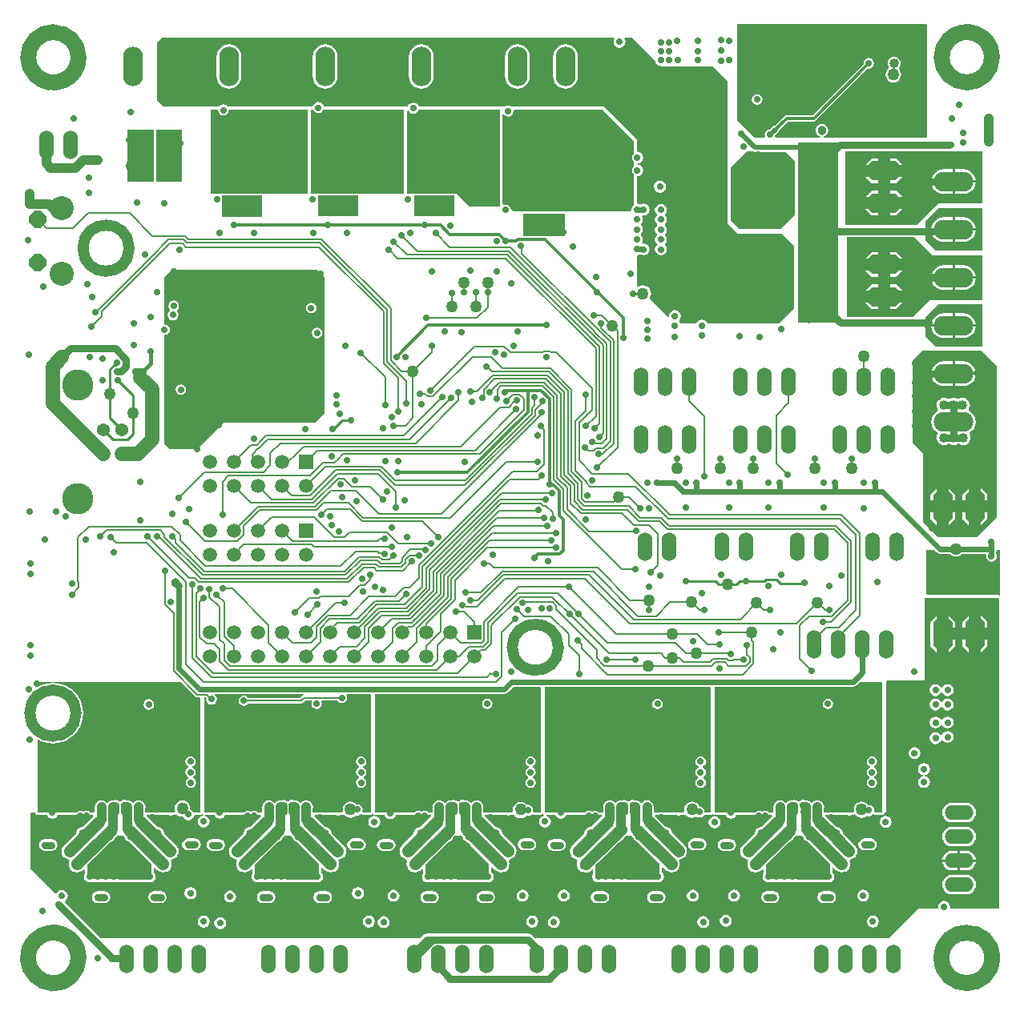
<source format=gbl>
G04 Layer_Physical_Order=4*
G04 Layer_Color=16711680*
%FSLAX24Y24*%
%MOIN*%
G70*
G01*
G75*
%ADD10C,0.0450*%
%ADD11C,0.0650*%
%ADD12C,0.0500*%
%ADD62C,0.0200*%
%ADD63C,0.0390*%
%ADD64C,0.0240*%
%ADD65C,0.0290*%
%ADD66C,0.0400*%
%ADD67C,0.0320*%
%ADD68C,0.0080*%
%ADD69C,0.0120*%
%ADD70C,0.0160*%
%ADD71C,0.0250*%
%ADD72C,0.0100*%
%ADD74C,0.0300*%
%ADD76C,0.0500*%
%ADD80R,0.0591X0.0591*%
%ADD81C,0.0591*%
%ADD82O,0.1200X0.0600*%
%ADD83O,0.1650X0.0825*%
%ADD84P,0.0758X8X292.5*%
%ADD85C,0.1000*%
%ADD86O,0.0600X0.1200*%
%ADD87C,0.0540*%
%ADD88C,0.1305*%
%ADD89O,0.0825X0.1650*%
G04:AMPARAMS|DCode=90|XSize=133mil|YSize=83mil|CornerRadius=0mil|HoleSize=0mil|Usage=FLASHONLY|Rotation=270.000|XOffset=0mil|YOffset=0mil|HoleType=Round|Shape=Octagon|*
%AMOCTAGOND90*
4,1,8,-0.0208,-0.0665,0.0208,-0.0665,0.0415,-0.0458,0.0415,0.0458,0.0208,0.0665,-0.0208,0.0665,-0.0415,0.0458,-0.0415,-0.0458,-0.0208,-0.0665,0.0*
%
%ADD90OCTAGOND90*%

G04:AMPARAMS|DCode=91|XSize=133mil|YSize=83mil|CornerRadius=0mil|HoleSize=0mil|Usage=FLASHONLY|Rotation=180.000|XOffset=0mil|YOffset=0mil|HoleType=Round|Shape=Octagon|*
%AMOCTAGOND91*
4,1,8,-0.0665,0.0208,-0.0665,-0.0208,-0.0458,-0.0415,0.0458,-0.0415,0.0665,-0.0208,0.0665,0.0208,0.0458,0.0415,-0.0458,0.0415,-0.0665,0.0208,0.0*
%
%ADD91OCTAGOND91*%

%ADD92C,0.0290*%
%ADD93C,0.0300*%
%ADD94C,0.0400*%
%ADD95C,0.0380*%
%ADD96C,0.0340*%
%ADD97C,0.0500*%
%ADD98C,0.0250*%
%ADD113C,0.0600*%
G36*
X11437Y6526D02*
X11465Y6459D01*
X11516Y6392D01*
X11583Y6340D01*
X11650Y6313D01*
X12533Y5430D01*
Y4785D01*
X12497Y4750D01*
X9893Y4770D01*
Y5370D01*
X10833Y6311D01*
X10906Y6340D01*
X10972Y6392D01*
X11024Y6459D01*
X11054Y6531D01*
X11123Y6600D01*
X11363D01*
X11437Y6526D01*
D02*
G37*
G36*
X4468D02*
X4496Y6459D01*
X4547Y6392D01*
X4614Y6340D01*
X4682Y6313D01*
X5564Y5430D01*
Y4785D01*
X5529Y4750D01*
X2924Y4770D01*
Y5370D01*
X3865Y6311D01*
X3937Y6340D01*
X4004Y6392D01*
X4055Y6459D01*
X4085Y6531D01*
X4154Y6600D01*
X4394D01*
X4468Y6526D01*
D02*
G37*
G36*
X40140Y32710D02*
X40140Y30975D01*
X40105Y30940D01*
X38210Y30940D01*
X37780Y31370D01*
Y32190D01*
X38300Y32710D01*
X40140Y32710D01*
D02*
G37*
G36*
X32703Y6526D02*
X32730Y6459D01*
X32782Y6392D01*
X32849Y6340D01*
X32916Y6313D01*
X33799Y5430D01*
Y4785D01*
X33763Y4750D01*
X31159Y4770D01*
Y5370D01*
X32099Y6311D01*
X32171Y6340D01*
X32238Y6392D01*
X32290Y6459D01*
X32319Y6531D01*
X32389Y6600D01*
X32629D01*
X32703Y6526D01*
D02*
G37*
G36*
X25621Y6509D02*
X25642Y6459D01*
X25693Y6392D01*
X25760Y6340D01*
X25810Y6320D01*
X26700Y5430D01*
Y4785D01*
X26665Y4750D01*
X24060Y4770D01*
Y5370D01*
X24166Y5476D01*
X25044Y6324D01*
X25083Y6340D01*
X25150Y6392D01*
X25201Y6459D01*
X25213Y6488D01*
X25329Y6600D01*
X25530D01*
X25621Y6509D01*
D02*
G37*
G36*
X18535D02*
X18556Y6459D01*
X18607Y6392D01*
X18674Y6340D01*
X18724Y6320D01*
X19614Y5430D01*
Y4785D01*
X19579Y4750D01*
X16974Y4770D01*
Y5370D01*
X17911Y6307D01*
X17919Y6308D01*
X17997Y6340D01*
X18064Y6392D01*
X18115Y6459D01*
X18147Y6536D01*
X18148Y6544D01*
X18204Y6600D01*
X18444D01*
X18535Y6509D01*
D02*
G37*
G36*
X14180Y32380D02*
X12520D01*
Y33249D01*
X14180D01*
Y32380D01*
D02*
G37*
G36*
X18180D02*
X16520D01*
Y33249D01*
X18180D01*
Y32380D01*
D02*
G37*
G36*
X24816Y39810D02*
X24839Y39766D01*
X24819Y39736D01*
X24800Y39640D01*
X24819Y39544D01*
X24873Y39463D01*
X24954Y39409D01*
X25050Y39390D01*
X25146Y39409D01*
X25227Y39463D01*
X25281Y39544D01*
X25300Y39640D01*
X25281Y39736D01*
X25261Y39766D01*
X25284Y39810D01*
X25570D01*
X26538Y38842D01*
X26549Y38784D01*
X26603Y38703D01*
X26684Y38649D01*
X26742Y38638D01*
X26750Y38630D01*
X28281Y38630D01*
X28330Y38620D01*
X28379Y38630D01*
X28930Y38630D01*
X29540Y38020D01*
Y32080D01*
X29970Y31650D01*
X31830D01*
X32330Y31150D01*
Y28540D01*
X31720Y27930D01*
X28708D01*
X28657Y28007D01*
X28576Y28061D01*
X28480Y28080D01*
X28384Y28061D01*
X28303Y28007D01*
X28252Y27930D01*
X27581D01*
X27537Y27997D01*
Y28043D01*
X27591Y28124D01*
X27610Y28220D01*
X27591Y28316D01*
X27537Y28397D01*
X27456Y28451D01*
X27360Y28470D01*
X27264Y28451D01*
X27183Y28397D01*
X27129Y28316D01*
X27110Y28220D01*
X27113Y28208D01*
X27066Y28184D01*
X26300Y28950D01*
X26326Y28983D01*
X26361Y29069D01*
X26373Y29160D01*
X26361Y29251D01*
X26326Y29337D01*
X26270Y29410D01*
X26197Y29466D01*
X26111Y29501D01*
X26020Y29513D01*
X25929Y29501D01*
X25843Y29466D01*
X25821Y29449D01*
X25780Y29480D01*
Y30762D01*
X25866Y30779D01*
X25875Y30786D01*
X25940D01*
X25964Y30769D01*
X26060Y30750D01*
X26156Y30769D01*
X26237Y30823D01*
X26291Y30904D01*
X26310Y31000D01*
X26291Y31096D01*
X26237Y31177D01*
X26156Y31231D01*
X26060Y31250D01*
X26002Y31238D01*
X25973Y31279D01*
X25972Y31284D01*
X26001Y31327D01*
X26020Y31423D01*
X26001Y31518D01*
X25947Y31599D01*
X25940Y31610D01*
Y31647D01*
X25947Y31659D01*
X26001Y31739D01*
X26020Y31835D01*
X26001Y31931D01*
X25947Y32011D01*
X25940Y32023D01*
Y32060D01*
X25947Y32071D01*
X26001Y32152D01*
X26020Y32248D01*
X26001Y32343D01*
X25979Y32375D01*
X26009Y32420D01*
X26060Y32410D01*
X26156Y32429D01*
X26237Y32483D01*
X26291Y32564D01*
X26310Y32660D01*
X26291Y32756D01*
X26237Y32837D01*
X26156Y32891D01*
X26060Y32910D01*
X25964Y32891D01*
X25955Y32884D01*
X25875D01*
X25866Y32891D01*
X25780Y32908D01*
Y34032D01*
X25790Y34040D01*
X25886Y34059D01*
X25967Y34113D01*
X26021Y34194D01*
X26040Y34290D01*
X26021Y34386D01*
X25967Y34467D01*
X25886Y34521D01*
X25817Y34535D01*
Y34585D01*
X25886Y34599D01*
X25967Y34653D01*
X26021Y34734D01*
X26040Y34830D01*
X26021Y34926D01*
X25967Y35007D01*
X25886Y35061D01*
X25790Y35080D01*
X25780Y35088D01*
Y35570D01*
X25280Y36070D01*
X24390Y36960D01*
X20547D01*
X20516Y36981D01*
X20420Y37000D01*
X20324Y36981D01*
X20293Y36960D01*
X16702D01*
X16701Y36966D01*
X16647Y37047D01*
X16566Y37101D01*
X16470Y37120D01*
X16374Y37101D01*
X16293Y37047D01*
X16239Y36966D01*
X16238Y36960D01*
X12756D01*
X12751Y36986D01*
X12697Y37067D01*
X12616Y37121D01*
X12520Y37140D01*
X12424Y37121D01*
X12343Y37067D01*
X12289Y36986D01*
X12284Y36960D01*
X8758D01*
X8747Y36977D01*
X8666Y37031D01*
X8570Y37050D01*
X8474Y37031D01*
X8393Y36977D01*
X8382Y36960D01*
X6080D01*
X5820Y37220D01*
Y39600D01*
X6030Y39810D01*
X24120D01*
X24816Y39810D01*
D02*
G37*
G36*
X22795Y31564D02*
X21035D01*
Y32474D01*
X22795D01*
Y31564D01*
D02*
G37*
G36*
X30602Y35077D02*
X30680Y35061D01*
X31959D01*
X32350Y34670D01*
Y32450D01*
X31740Y31840D01*
X30040D01*
X29680Y32200D01*
Y34430D01*
X30340Y35090D01*
X30582D01*
X30602Y35077D01*
D02*
G37*
G36*
X10190Y32360D02*
X8530D01*
Y33240D01*
X10190D01*
Y32360D01*
D02*
G37*
G36*
X40110Y26770D02*
X40740Y26140D01*
X40740Y19820D01*
X39930Y19010D01*
X38310D01*
X37690Y19630D01*
X37690Y22520D01*
X37250Y22960D01*
X37250Y26360D01*
X37660Y26770D01*
X37910Y26770D01*
X40110Y26770D01*
D02*
G37*
G36*
X35991Y12965D02*
X35991Y7560D01*
X35682D01*
X35641Y7610D01*
X35649Y7650D01*
X35633Y7734D01*
X35585Y7805D01*
X35514Y7853D01*
X35430Y7869D01*
X35385Y7860D01*
X35348Y7908D01*
X35281Y7960D01*
X35204Y7992D01*
X35120Y8003D01*
X35036Y7992D01*
X34959Y7960D01*
X34892Y7908D01*
X34840Y7841D01*
X34808Y7764D01*
X34797Y7680D01*
X34806Y7610D01*
X34776Y7560D01*
X33902Y7560D01*
X33856Y7569D01*
X33809Y7560D01*
X33593D01*
X33558Y7595D01*
Y7755D01*
X33565Y7790D01*
X33548Y7874D01*
X33524Y7910D01*
X33522Y7916D01*
X33509Y7932D01*
X33501Y7945D01*
X33498Y7947D01*
X33478Y7973D01*
X33422Y8016D01*
X33356Y8043D01*
X33286Y8052D01*
X33215Y8043D01*
X33150Y8016D01*
X33093Y7973D01*
X33088Y7965D01*
X33025D01*
X33008Y7987D01*
X32952Y8030D01*
X32886Y8057D01*
X32816Y8067D01*
X32776Y8061D01*
X32774Y8063D01*
X32741Y8069D01*
X32710Y8078D01*
X32700Y8077D01*
X32690Y8079D01*
X32657Y8073D01*
X32624Y8069D01*
X32616Y8064D01*
X32606Y8063D01*
X32579Y8044D01*
X32549Y8028D01*
X32543Y8020D01*
X32542Y8020D01*
X32519Y8015D01*
X32501D01*
X32478Y8020D01*
X32414Y8063D01*
X32330Y8079D01*
X32246Y8063D01*
X32244Y8061D01*
X32202Y8067D01*
X32131Y8057D01*
X32066Y8030D01*
X32009Y7987D01*
X31993Y7965D01*
X31930D01*
X31924Y7973D01*
X31868Y8016D01*
X31802Y8043D01*
X31732Y8052D01*
X31661Y8043D01*
X31596Y8016D01*
X31539Y7973D01*
X31496Y7916D01*
X31469Y7850D01*
X31459Y7780D01*
Y7560D01*
X31284D01*
X31281Y7565D01*
X31210Y7613D01*
X31126Y7629D01*
X31042Y7613D01*
X30991Y7578D01*
X30940Y7613D01*
X30856Y7629D01*
X30772Y7613D01*
X30701Y7565D01*
X30697Y7560D01*
X29035D01*
X29000Y7595D01*
X29000Y12791D01*
X34765D01*
X34839Y12806D01*
X34902Y12848D01*
X35054Y13000D01*
X35956D01*
X35991Y12965D01*
D02*
G37*
G36*
X21780Y12756D02*
X21780Y7595D01*
X21745Y7560D01*
X21487D01*
X21449Y7610D01*
X21459Y7660D01*
X21443Y7744D01*
X21395Y7815D01*
X21324Y7863D01*
X21240Y7879D01*
X21190Y7869D01*
X21168Y7898D01*
X21101Y7950D01*
X21024Y7982D01*
X20940Y7993D01*
X20856Y7982D01*
X20779Y7950D01*
X20712Y7898D01*
X20660Y7831D01*
X20628Y7754D01*
X20617Y7670D01*
X20625Y7610D01*
X20590Y7560D01*
X19728Y7560D01*
X19681Y7569D01*
X19635Y7560D01*
X19384D01*
Y7755D01*
X19390Y7790D01*
X19374Y7874D01*
X19350Y7910D01*
X19347Y7916D01*
X19335Y7932D01*
X19326Y7945D01*
X19324Y7947D01*
X19304Y7973D01*
X19247Y8016D01*
X19182Y8043D01*
X19111Y8052D01*
X19041Y8043D01*
X18975Y8016D01*
X18919Y7973D01*
X18913Y7965D01*
X18850D01*
X18834Y7987D01*
X18777Y8030D01*
X18712Y8057D01*
X18641Y8067D01*
X18601Y8061D01*
X18599Y8063D01*
X18567Y8069D01*
X18535Y8078D01*
X18525Y8077D01*
X18515Y8079D01*
X18483Y8073D01*
X18450Y8069D01*
X18441Y8064D01*
X18432Y8063D01*
X18404Y8044D01*
X18375Y8028D01*
X18369Y8020D01*
X18367Y8020D01*
X18345Y8015D01*
X18310D01*
X18239Y8063D01*
X18155Y8079D01*
X18072Y8063D01*
X18069Y8061D01*
X18027Y8067D01*
X17957Y8057D01*
X17891Y8030D01*
X17835Y7987D01*
X17818Y7965D01*
X17755D01*
X17750Y7973D01*
X17693Y8016D01*
X17628Y8043D01*
X17557Y8052D01*
X17487Y8043D01*
X17421Y8016D01*
X17365Y7973D01*
X17321Y7916D01*
X17294Y7850D01*
X17285Y7780D01*
Y7595D01*
X17250Y7560D01*
X17110D01*
X17106Y7565D01*
X17035Y7613D01*
X16951Y7629D01*
X16867Y7613D01*
X16816Y7578D01*
X16765Y7613D01*
X16681Y7629D01*
X16597Y7613D01*
X16526Y7565D01*
X16523Y7560D01*
X14880D01*
X14880Y12496D01*
X20260D01*
X20334Y12511D01*
X20397Y12553D01*
X20635Y12791D01*
X21745D01*
X21780Y12756D01*
D02*
G37*
G36*
X14720Y12461D02*
X14720Y7595D01*
X14685Y7560D01*
X14384D01*
X14355Y7610D01*
X14369Y7680D01*
X14353Y7764D01*
X14305Y7835D01*
X14234Y7883D01*
X14150Y7899D01*
X14102Y7890D01*
X14088Y7908D01*
X14021Y7960D01*
X13944Y7992D01*
X13860Y8003D01*
X13776Y7992D01*
X13699Y7960D01*
X13632Y7908D01*
X13580Y7841D01*
X13548Y7764D01*
X13537Y7680D01*
X13546Y7610D01*
X13516Y7560D01*
X12636Y7560D01*
X12590Y7569D01*
X12544Y7560D01*
X12292D01*
Y7755D01*
X12299Y7790D01*
X12283Y7874D01*
X12258Y7910D01*
X12256Y7916D01*
X12244Y7932D01*
X12235Y7945D01*
X12232Y7947D01*
X12213Y7973D01*
X12156Y8016D01*
X12090Y8043D01*
X12020Y8052D01*
X11950Y8043D01*
X11884Y8016D01*
X11827Y7973D01*
X11822Y7965D01*
X11759D01*
X11743Y7987D01*
X11686Y8030D01*
X11620Y8057D01*
X11550Y8067D01*
X11510Y8061D01*
X11508Y8063D01*
X11476Y8069D01*
X11444Y8078D01*
X11434Y8077D01*
X11424Y8079D01*
X11392Y8073D01*
X11359Y8069D01*
X11350Y8064D01*
X11340Y8063D01*
X11313Y8044D01*
X11284Y8028D01*
X11277Y8020D01*
X11276Y8020D01*
X11253Y8015D01*
X11235D01*
X11212Y8020D01*
X11148Y8063D01*
X11064Y8079D01*
X10980Y8063D01*
X10978Y8061D01*
X10936Y8067D01*
X10866Y8057D01*
X10800Y8030D01*
X10743Y7987D01*
X10727Y7965D01*
X10664D01*
X10659Y7973D01*
X10602Y8016D01*
X10537Y8043D01*
X10466Y8052D01*
X10396Y8043D01*
X10330Y8016D01*
X10273Y7973D01*
X10230Y7916D01*
X10203Y7850D01*
X10194Y7780D01*
Y7595D01*
X10158Y7560D01*
X10018D01*
X10015Y7565D01*
X9944Y7613D01*
X9860Y7629D01*
X9776Y7613D01*
X9725Y7578D01*
X9674Y7613D01*
X9590Y7629D01*
X9506Y7613D01*
X9435Y7565D01*
X9432Y7560D01*
X7770D01*
X7770Y12348D01*
X7834D01*
X7868Y12308D01*
X7861Y12270D01*
X7877Y12186D01*
X7925Y12115D01*
X7996Y12067D01*
X8080Y12051D01*
X8164Y12067D01*
X8235Y12115D01*
X8283Y12186D01*
X8299Y12270D01*
X8283Y12354D01*
X8235Y12425D01*
X8203Y12446D01*
X8218Y12496D01*
X11926D01*
X11929Y12447D01*
X11929Y12447D01*
X11886Y12439D01*
X11849Y12414D01*
X11849Y12414D01*
X11757Y12322D01*
X9604D01*
X9575Y12365D01*
X9504Y12413D01*
X9420Y12429D01*
X9336Y12413D01*
X9265Y12365D01*
X9217Y12294D01*
X9201Y12210D01*
X9217Y12126D01*
X9265Y12055D01*
X9336Y12007D01*
X9420Y11991D01*
X9504Y12007D01*
X9575Y12055D01*
X9604Y12098D01*
X11804D01*
X11804Y12098D01*
X11847Y12106D01*
X11883Y12131D01*
X11975Y12223D01*
X12238D01*
X12262Y12179D01*
X12252Y12164D01*
X12235Y12080D01*
X12252Y11996D01*
X12299Y11925D01*
X12370Y11877D01*
X12454Y11861D01*
X12538Y11877D01*
X12609Y11925D01*
X12657Y11996D01*
X12673Y12080D01*
X12657Y12164D01*
X12647Y12179D01*
X12670Y12223D01*
X13316D01*
X13345Y12180D01*
X13416Y12132D01*
X13500Y12116D01*
X13584Y12132D01*
X13655Y12180D01*
X13703Y12251D01*
X13719Y12335D01*
X13703Y12419D01*
X13684Y12446D01*
X13711Y12496D01*
X14685D01*
X14720Y12461D01*
D02*
G37*
G36*
X6796Y13000D02*
X7415Y12381D01*
X7452Y12356D01*
X7495Y12348D01*
X7495Y12348D01*
X7595D01*
X7630Y12312D01*
X7630Y7595D01*
X7595Y7560D01*
X7323D01*
X7323Y7564D01*
X7275Y7635D01*
X7204Y7683D01*
X7187Y7686D01*
X7193Y7730D01*
X7182Y7814D01*
X7150Y7891D01*
X7098Y7958D01*
X7031Y8010D01*
X6954Y8042D01*
X6870Y8053D01*
X6786Y8042D01*
X6709Y8010D01*
X6642Y7958D01*
X6590Y7891D01*
X6558Y7814D01*
X6547Y7730D01*
X6558Y7646D01*
X6573Y7610D01*
X6540Y7560D01*
X5668Y7560D01*
X5621Y7569D01*
X5575Y7560D01*
X5324D01*
Y7755D01*
X5331Y7790D01*
X5314Y7874D01*
X5290Y7910D01*
X5287Y7916D01*
X5275Y7932D01*
X5266Y7945D01*
X5264Y7947D01*
X5244Y7973D01*
X5188Y8016D01*
X5122Y8043D01*
X5051Y8052D01*
X4981Y8043D01*
X4915Y8016D01*
X4859Y7973D01*
X4853Y7965D01*
X4790D01*
X4774Y7987D01*
X4718Y8030D01*
X4652Y8057D01*
X4581Y8067D01*
X4541Y8061D01*
X4540Y8063D01*
X4507Y8069D01*
X4475Y8078D01*
X4465Y8077D01*
X4456Y8079D01*
X4423Y8073D01*
X4390Y8069D01*
X4381Y8064D01*
X4372Y8063D01*
X4344Y8044D01*
X4315Y8028D01*
X4309Y8020D01*
X4308Y8020D01*
X4285Y8015D01*
X4251D01*
X4180Y8063D01*
X4096Y8079D01*
X4012Y8063D01*
X4010Y8061D01*
X3967Y8067D01*
X3897Y8057D01*
X3831Y8030D01*
X3775Y7987D01*
X3758Y7965D01*
X3695D01*
X3690Y7973D01*
X3634Y8016D01*
X3568Y8043D01*
X3497Y8052D01*
X3427Y8043D01*
X3361Y8016D01*
X3305Y7973D01*
X3262Y7916D01*
X3234Y7850D01*
X3225Y7780D01*
Y7595D01*
X3190Y7560D01*
X3050D01*
X3046Y7565D01*
X2975Y7613D01*
X2891Y7629D01*
X2808Y7613D01*
X2756Y7578D01*
X2705Y7613D01*
X2621Y7629D01*
X2538Y7613D01*
X2466Y7565D01*
X2463Y7560D01*
X856D01*
X856Y10550D01*
X899Y10574D01*
X908Y10568D01*
X1091Y10493D01*
X1283Y10447D01*
X1480Y10431D01*
X1677Y10447D01*
X1869Y10493D01*
X2052Y10568D01*
X2220Y10672D01*
X2370Y10800D01*
X2498Y10950D01*
X2602Y11118D01*
X2677Y11301D01*
X2723Y11493D01*
X2739Y11690D01*
X2723Y11887D01*
X2677Y12079D01*
X2602Y12262D01*
X2498Y12430D01*
X2370Y12580D01*
X2220Y12708D01*
X2052Y12812D01*
X1869Y12887D01*
X1677Y12933D01*
X1480Y12949D01*
X1283Y12933D01*
X1091Y12887D01*
X908Y12812D01*
X899Y12806D01*
X856Y12830D01*
Y13000D01*
X6796Y13000D01*
D02*
G37*
G36*
X40878Y16600D02*
X40822D01*
X40812Y16602D01*
X37868Y16602D01*
X37800Y16670D01*
Y18500D01*
X38126D01*
X38243Y18383D01*
X38306Y18341D01*
X38380Y18326D01*
X38791D01*
X38807Y18305D01*
X38874Y18254D01*
X38952Y18222D01*
X39035Y18211D01*
X39119Y18222D01*
X39197Y18254D01*
X39264Y18305D01*
X39280Y18326D01*
X40285D01*
X40288Y18325D01*
X40322Y18276D01*
X40311Y18220D01*
X40327Y18136D01*
X40375Y18065D01*
X40446Y18017D01*
X40530Y18001D01*
X40614Y18017D01*
X40685Y18065D01*
X40733Y18136D01*
X40749Y18220D01*
X40733Y18304D01*
X40724Y18317D01*
Y18423D01*
X40733Y18436D01*
X40745Y18500D01*
X40878D01*
Y16600D01*
D02*
G37*
G36*
X40140Y28710D02*
X40140Y26975D01*
X40105Y26940D01*
X38210Y26940D01*
X37780Y27370D01*
Y28190D01*
X38300Y28710D01*
X40140Y28710D01*
D02*
G37*
G36*
X34140Y28580D02*
Y27950D01*
X32480D01*
Y35450D01*
X34140D01*
Y28580D01*
D02*
G37*
G36*
X38090Y30740D02*
X40140Y30740D01*
Y28935D01*
X40105Y28900D01*
X37960Y28900D01*
X37260Y28200D01*
X34500D01*
Y31510D01*
X37320D01*
X38090Y30740D01*
D02*
G37*
G36*
X28860Y12756D02*
X28860Y7595D01*
X28825Y7560D01*
X28614D01*
X28589Y7590D01*
X28573Y7674D01*
X28525Y7745D01*
X28454Y7793D01*
X28370Y7809D01*
X28363Y7808D01*
X28350Y7841D01*
X28298Y7908D01*
X28231Y7960D01*
X28154Y7992D01*
X28070Y8003D01*
X27986Y7992D01*
X27909Y7960D01*
X27842Y7908D01*
X27790Y7841D01*
X27758Y7764D01*
X27747Y7680D01*
X27756Y7610D01*
X27726Y7560D01*
X26813Y7560D01*
X26767Y7569D01*
X26721Y7560D01*
X26470D01*
Y7755D01*
X26476Y7790D01*
X26460Y7874D01*
X26436Y7910D01*
X26433Y7916D01*
X26421Y7932D01*
X26412Y7945D01*
X26410Y7947D01*
X26390Y7973D01*
X26333Y8016D01*
X26268Y8043D01*
X26197Y8052D01*
X26127Y8043D01*
X26061Y8016D01*
X26005Y7973D01*
X25999Y7965D01*
X25936D01*
X25920Y7987D01*
X25863Y8030D01*
X25798Y8057D01*
X25727Y8067D01*
X25687Y8061D01*
X25685Y8063D01*
X25653Y8069D01*
X25621Y8078D01*
X25611Y8077D01*
X25601Y8079D01*
X25569Y8073D01*
X25536Y8069D01*
X25527Y8064D01*
X25518Y8063D01*
X25490Y8044D01*
X25461Y8028D01*
X25455Y8020D01*
X25446Y8015D01*
X25412D01*
X25389Y8020D01*
X25325Y8063D01*
X25241Y8079D01*
X25158Y8063D01*
X25155Y8061D01*
X25113Y8067D01*
X25043Y8057D01*
X24977Y8030D01*
X24921Y7987D01*
X24904Y7965D01*
X24841D01*
X24836Y7973D01*
X24779Y8016D01*
X24714Y8043D01*
X24643Y8052D01*
X24573Y8043D01*
X24507Y8016D01*
X24451Y7973D01*
X24407Y7916D01*
X24380Y7850D01*
X24371Y7780D01*
Y7595D01*
X24336Y7560D01*
X24196D01*
X24192Y7565D01*
X24121Y7613D01*
X24037Y7629D01*
X23953Y7613D01*
X23902Y7578D01*
X23851Y7613D01*
X23767Y7629D01*
X23683Y7613D01*
X23612Y7565D01*
X23609Y7560D01*
X21940D01*
X21940Y12791D01*
X28825D01*
X28860Y12756D01*
D02*
G37*
G36*
X40847Y16465D02*
Y3550D01*
X38835D01*
X38804Y3589D01*
X38810Y3620D01*
X38791Y3716D01*
X38737Y3797D01*
X38656Y3851D01*
X38560Y3870D01*
X38464Y3851D01*
X38383Y3797D01*
X38329Y3716D01*
X38310Y3620D01*
X38316Y3589D01*
X38285Y3550D01*
X37500D01*
X36260Y2310D01*
X21543Y2310D01*
X21412Y2442D01*
X21331Y2496D01*
X21235Y2515D01*
X17055D01*
X16959Y2496D01*
X16878Y2442D01*
X16747Y2310D01*
X5860Y2310D01*
X3467Y2310D01*
X1974Y3803D01*
X1980Y3867D01*
X2027Y3898D01*
X2081Y3979D01*
X2100Y4075D01*
X2081Y4170D01*
X2027Y4251D01*
X1946Y4306D01*
X1850Y4325D01*
X1755Y4306D01*
X1674Y4251D01*
X1636Y4195D01*
X1575Y4185D01*
X560Y5200D01*
Y7525D01*
X595Y7560D01*
X754D01*
X761Y7521D01*
X784Y7488D01*
X817Y7466D01*
X856Y7458D01*
X1228D01*
X1231Y7444D01*
X1285Y7363D01*
X1366Y7309D01*
X1461Y7290D01*
X1557Y7309D01*
X1638Y7363D01*
X1692Y7444D01*
X1695Y7458D01*
X2463D01*
X2473Y7460D01*
X2483D01*
X2492Y7464D01*
X2502Y7466D01*
X2510Y7471D01*
X2520Y7475D01*
X2527Y7482D01*
X2535Y7488D01*
X2536Y7489D01*
X2577Y7516D01*
X2621Y7525D01*
X2666Y7516D01*
X2700Y7494D01*
X2700Y7494D01*
X2737Y7478D01*
X2776D01*
X2813Y7494D01*
X2813Y7494D01*
X2847Y7516D01*
X2891Y7525D01*
X2936Y7516D01*
X2977Y7489D01*
X2978Y7488D01*
X2986Y7482D01*
X2993Y7475D01*
X3002Y7471D01*
X3011Y7466D01*
X3021Y7464D01*
X3030Y7460D01*
X3040Y7460D01*
X3050Y7458D01*
X3154D01*
X3171Y7408D01*
X3142Y7386D01*
X2836Y7080D01*
X2803Y7055D01*
X2713Y6965D01*
X2684Y6961D01*
X2599Y6926D01*
X2526Y6870D01*
X2470Y6797D01*
X2435Y6711D01*
X2431Y6683D01*
X1943Y6195D01*
X1887Y6122D01*
X1851Y6036D01*
X1839Y5945D01*
X1851Y5854D01*
X1887Y5768D01*
X1917Y5729D01*
X1941Y5693D01*
X1977Y5669D01*
X2016Y5639D01*
X2101Y5604D01*
X2133Y5600D01*
X2165Y5545D01*
X2146Y5501D01*
X2134Y5410D01*
X2146Y5319D01*
X2172Y5256D01*
X2177Y5234D01*
X2231Y5153D01*
X2312Y5099D01*
X2334Y5095D01*
X2396Y5069D01*
X2487Y5057D01*
X2579Y5069D01*
X2664Y5104D01*
X2737Y5160D01*
X2776Y5199D01*
X2822Y5180D01*
Y5033D01*
X2791Y4986D01*
X2772Y4890D01*
X2791Y4794D01*
X2829Y4738D01*
X2830Y4732D01*
X2830Y4731D01*
X2830Y4731D01*
X2841Y4715D01*
X2852Y4698D01*
X2852Y4698D01*
X2852Y4698D01*
X2868Y4687D01*
X2885Y4676D01*
X2885Y4676D01*
X2885Y4676D01*
X2904Y4672D01*
X2908Y4671D01*
X2926Y4659D01*
X3021Y4640D01*
X3117Y4659D01*
X3128Y4666D01*
X3243Y4666D01*
X3252Y4659D01*
X3348Y4640D01*
X3444Y4659D01*
X3451Y4664D01*
X3573Y4663D01*
X3579Y4659D01*
X3675Y4640D01*
X3770Y4659D01*
X3774Y4662D01*
X3904Y4661D01*
X3906Y4659D01*
X4001Y4640D01*
X4097Y4659D01*
X4418Y4657D01*
X4501Y4640D01*
X4578Y4656D01*
X4768Y4654D01*
X4838Y4640D01*
X4903Y4653D01*
X5118Y4651D01*
X5175Y4640D01*
X5227Y4651D01*
X5468Y4649D01*
X5511Y4640D01*
X5607Y4659D01*
X5688Y4713D01*
X5742Y4794D01*
X5761Y4890D01*
X5742Y4986D01*
X5688Y5067D01*
X5666Y5081D01*
Y5241D01*
X5712Y5260D01*
X5812Y5160D01*
X5885Y5104D01*
X5970Y5069D01*
X6061Y5057D01*
X6153Y5069D01*
X6215Y5095D01*
X6237Y5099D01*
X6318Y5153D01*
X6372Y5234D01*
X6377Y5256D01*
X6402Y5319D01*
X6414Y5410D01*
X6402Y5501D01*
X6384Y5545D01*
X6416Y5600D01*
X6448Y5604D01*
X6533Y5639D01*
X6572Y5669D01*
X6608Y5693D01*
X6632Y5729D01*
X6662Y5768D01*
X6697Y5854D01*
X6709Y5945D01*
X6697Y6036D01*
X6662Y6122D01*
X6606Y6195D01*
X6121Y6680D01*
X6117Y6711D01*
X6081Y6797D01*
X6025Y6870D01*
X5952Y6926D01*
X5867Y6961D01*
X5836Y6965D01*
X5746Y7055D01*
X5713Y7080D01*
X5407Y7386D01*
X5378Y7408D01*
X5395Y7458D01*
X5575D01*
X5585Y7460D01*
X5595D01*
X5621Y7465D01*
X5648Y7460D01*
X5658D01*
X5668Y7458D01*
X6263Y7458D01*
X6276Y7449D01*
X6371Y7430D01*
X6467Y7449D01*
X6480Y7458D01*
X6540D01*
X6550Y7460D01*
X6560D01*
X6569Y7464D01*
X6579Y7466D01*
X6587Y7471D01*
X6597Y7475D01*
X6620Y7480D01*
X6650Y7458D01*
X6693Y7424D01*
X6779Y7389D01*
X6870Y7377D01*
X6892Y7380D01*
X6943Y7303D01*
X7024Y7249D01*
X7120Y7230D01*
X7216Y7249D01*
X7297Y7303D01*
X7351Y7384D01*
X7365Y7458D01*
X7595D01*
X7634Y7466D01*
X7667Y7488D01*
X7670Y7491D01*
X7698Y7488D01*
X7730Y7467D01*
X7731Y7460D01*
X7728Y7415D01*
X7654Y7401D01*
X7573Y7347D01*
X7519Y7266D01*
X7500Y7170D01*
X7519Y7074D01*
X7573Y6993D01*
X7654Y6939D01*
X7750Y6920D01*
X7846Y6939D01*
X7927Y6993D01*
X7981Y7074D01*
X8000Y7170D01*
X7981Y7266D01*
X7927Y7347D01*
X7846Y7401D01*
X7809Y7408D01*
X7814Y7458D01*
X8196D01*
X8199Y7444D01*
X8253Y7363D01*
X8334Y7309D01*
X8430Y7290D01*
X8526Y7309D01*
X8607Y7363D01*
X8661Y7444D01*
X8663Y7458D01*
X9432D01*
X9441Y7460D01*
X9452Y7460D01*
X9461Y7464D01*
X9471Y7466D01*
X9479Y7471D01*
X9488Y7475D01*
X9495Y7482D01*
X9504Y7488D01*
X9504Y7489D01*
X9546Y7516D01*
X9590Y7525D01*
X9634Y7516D01*
X9668Y7494D01*
X9668Y7494D01*
X9705Y7478D01*
X9745D01*
X9782Y7494D01*
X9782Y7494D01*
X9816Y7516D01*
X9860Y7525D01*
X9904Y7516D01*
X9946Y7489D01*
X9946Y7488D01*
X9955Y7482D01*
X9962Y7475D01*
X9971Y7471D01*
X9979Y7466D01*
X9989Y7464D01*
X9998Y7460D01*
X10008Y7460D01*
X10018Y7458D01*
X10122D01*
X10139Y7408D01*
X10110Y7386D01*
X9804Y7080D01*
X9771Y7055D01*
X9682Y6965D01*
X9653Y6961D01*
X9568Y6926D01*
X9495Y6870D01*
X9439Y6797D01*
X9403Y6711D01*
X9399Y6683D01*
X8911Y6195D01*
X8855Y6122D01*
X8820Y6036D01*
X8808Y5945D01*
X8820Y5854D01*
X8855Y5768D01*
X8885Y5729D01*
X8909Y5693D01*
X8945Y5669D01*
X8985Y5639D01*
X9070Y5604D01*
X9102Y5600D01*
X9133Y5545D01*
X9115Y5501D01*
X9103Y5410D01*
X9115Y5319D01*
X9141Y5256D01*
X9145Y5234D01*
X9199Y5153D01*
X9280Y5099D01*
X9302Y5095D01*
X9365Y5069D01*
X9456Y5057D01*
X9547Y5069D01*
X9633Y5104D01*
X9706Y5160D01*
X9745Y5199D01*
X9791Y5180D01*
Y5033D01*
X9759Y4986D01*
X9740Y4890D01*
X9759Y4794D01*
X9797Y4738D01*
X9798Y4732D01*
X9799Y4731D01*
X9799Y4731D01*
X9809Y4715D01*
X9820Y4698D01*
X9821Y4698D01*
X9821Y4698D01*
X9837Y4687D01*
X9853Y4676D01*
X9853Y4676D01*
X9854Y4676D01*
X9873Y4672D01*
X9876Y4671D01*
X9894Y4659D01*
X9990Y4640D01*
X10086Y4659D01*
X10096Y4666D01*
X10211Y4666D01*
X10221Y4659D01*
X10317Y4640D01*
X10412Y4659D01*
X10419Y4664D01*
X10542Y4663D01*
X10548Y4659D01*
X10643Y4640D01*
X10739Y4659D01*
X10742Y4662D01*
X10872Y4661D01*
X10874Y4659D01*
X10970Y4640D01*
X11065Y4659D01*
X11387Y4657D01*
X11470Y4640D01*
X11547Y4656D01*
X11737Y4654D01*
X11807Y4640D01*
X11871Y4653D01*
X12087Y4651D01*
X12143Y4640D01*
X12196Y4651D01*
X12437Y4649D01*
X12480Y4640D01*
X12576Y4659D01*
X12657Y4713D01*
X12711Y4794D01*
X12730Y4890D01*
X12711Y4986D01*
X12657Y5067D01*
X12635Y5081D01*
Y5241D01*
X12681Y5260D01*
X12780Y5160D01*
X12853Y5104D01*
X12939Y5069D01*
X13030Y5057D01*
X13121Y5069D01*
X13184Y5095D01*
X13206Y5099D01*
X13287Y5153D01*
X13341Y5234D01*
X13345Y5256D01*
X13371Y5319D01*
X13383Y5410D01*
X13371Y5501D01*
X13353Y5545D01*
X13384Y5600D01*
X13416Y5604D01*
X13502Y5639D01*
X13541Y5669D01*
X13577Y5693D01*
X13601Y5729D01*
X13631Y5768D01*
X13666Y5854D01*
X13678Y5945D01*
X13666Y6036D01*
X13631Y6122D01*
X13575Y6195D01*
X13089Y6680D01*
X13085Y6711D01*
X13050Y6797D01*
X12994Y6870D01*
X12921Y6926D01*
X12836Y6961D01*
X12804Y6965D01*
X12715Y7055D01*
X12682Y7080D01*
X12376Y7386D01*
X12347Y7408D01*
X12364Y7458D01*
X12544D01*
X12554Y7460D01*
X12564D01*
X12590Y7465D01*
X12616Y7460D01*
X12626D01*
X12636Y7458D01*
X13231Y7458D01*
X13244Y7449D01*
X13340Y7430D01*
X13436Y7449D01*
X13449Y7458D01*
X13516D01*
X13528Y7460D01*
X13540Y7461D01*
X13547Y7464D01*
X13555Y7466D01*
X13565Y7473D01*
X13575Y7477D01*
X13610Y7430D01*
X13683Y7374D01*
X13769Y7339D01*
X13860Y7327D01*
X13951Y7339D01*
X14037Y7374D01*
X14110Y7430D01*
X14115Y7437D01*
X14150Y7430D01*
X14246Y7449D01*
X14305Y7489D01*
X14312Y7488D01*
X14317Y7484D01*
X14322Y7479D01*
X14334Y7473D01*
X14345Y7466D01*
X14351Y7465D01*
X14357Y7462D01*
X14371Y7461D01*
X14384Y7458D01*
X14685D01*
X14724Y7466D01*
X14751Y7484D01*
X14779Y7491D01*
X14808Y7488D01*
X14841Y7466D01*
X14880Y7458D01*
X15284D01*
X15290Y7424D01*
X15345Y7343D01*
X15426Y7289D01*
X15521Y7270D01*
X15617Y7289D01*
X15698Y7343D01*
X15752Y7424D01*
X15759Y7458D01*
X16523D01*
X16533Y7460D01*
X16543Y7460D01*
X16552Y7464D01*
X16562Y7466D01*
X16570Y7471D01*
X16579Y7475D01*
X16587Y7482D01*
X16595Y7488D01*
X16595Y7489D01*
X16637Y7516D01*
X16681Y7525D01*
X16725Y7516D01*
X16760Y7494D01*
X16760Y7494D01*
X16796Y7478D01*
X16836D01*
X16873Y7494D01*
X16873Y7494D01*
X16907Y7516D01*
X16951Y7525D01*
X16995Y7516D01*
X17037Y7489D01*
X17037Y7488D01*
X17046Y7482D01*
X17053Y7475D01*
X17062Y7471D01*
X17071Y7466D01*
X17080Y7464D01*
X17090Y7460D01*
X17100Y7460D01*
X17110Y7458D01*
X17213D01*
X17230Y7408D01*
X17201Y7386D01*
X16895Y7080D01*
X16863Y7055D01*
X16773Y6965D01*
X16744Y6961D01*
X16659Y6926D01*
X16586Y6870D01*
X16530Y6797D01*
X16494Y6711D01*
X16491Y6683D01*
X16003Y6195D01*
X15946Y6122D01*
X15911Y6036D01*
X15899Y5945D01*
X15911Y5854D01*
X15946Y5768D01*
X15977Y5729D01*
X16001Y5693D01*
X16036Y5669D01*
X16076Y5639D01*
X16161Y5604D01*
X16193Y5600D01*
X16224Y5545D01*
X16206Y5501D01*
X16194Y5410D01*
X16206Y5319D01*
X16232Y5256D01*
X16236Y5234D01*
X16291Y5153D01*
X16372Y5099D01*
X16393Y5095D01*
X16456Y5069D01*
X16547Y5057D01*
X16639Y5069D01*
X16724Y5104D01*
X16797Y5160D01*
X16826Y5189D01*
X16872Y5170D01*
Y5018D01*
X16850Y4986D01*
X16831Y4890D01*
X16850Y4794D01*
X16874Y4759D01*
X16876Y4751D01*
X16880Y4732D01*
X16880Y4731D01*
X16880Y4731D01*
X16891Y4715D01*
X16901Y4698D01*
X16902Y4698D01*
X16902Y4698D01*
X16918Y4687D01*
X16934Y4676D01*
X16935Y4676D01*
X16935Y4676D01*
X16954Y4672D01*
X16972Y4668D01*
X16986Y4659D01*
X17081Y4640D01*
X17177Y4659D01*
X17188Y4666D01*
X17303Y4666D01*
X17312Y4659D01*
X17408Y4640D01*
X17503Y4659D01*
X17511Y4664D01*
X17633Y4663D01*
X17639Y4659D01*
X17735Y4640D01*
X17830Y4659D01*
X17834Y4662D01*
X17964Y4661D01*
X17966Y4659D01*
X18061Y4640D01*
X18156Y4659D01*
X18479Y4657D01*
X18561Y4640D01*
X18638Y4655D01*
X18829Y4654D01*
X18898Y4640D01*
X18962Y4653D01*
X19179Y4651D01*
X19235Y4640D01*
X19286Y4651D01*
X19529Y4649D01*
X19571Y4640D01*
X19667Y4659D01*
X19748Y4713D01*
X19802Y4794D01*
X19821Y4890D01*
X19802Y4986D01*
X19748Y5067D01*
X19716Y5088D01*
Y5251D01*
X19762Y5270D01*
X19872Y5160D01*
X19945Y5104D01*
X20030Y5069D01*
X20121Y5057D01*
X20213Y5069D01*
X20275Y5095D01*
X20297Y5099D01*
X20378Y5153D01*
X20432Y5234D01*
X20436Y5256D01*
X20462Y5319D01*
X20474Y5410D01*
X20462Y5501D01*
X20444Y5545D01*
X20476Y5600D01*
X20508Y5604D01*
X20593Y5639D01*
X20632Y5669D01*
X20668Y5693D01*
X20692Y5729D01*
X20722Y5768D01*
X20757Y5854D01*
X20769Y5945D01*
X20757Y6036D01*
X20722Y6122D01*
X20666Y6195D01*
X20181Y6680D01*
X20176Y6711D01*
X20141Y6797D01*
X20085Y6870D01*
X20012Y6926D01*
X19927Y6961D01*
X19895Y6965D01*
X19806Y7055D01*
X19773Y7080D01*
X19467Y7386D01*
X19438Y7408D01*
X19455Y7458D01*
X19635D01*
X19645Y7460D01*
X19655D01*
X19681Y7465D01*
X19708Y7460D01*
X19718D01*
X19728Y7458D01*
X20322Y7458D01*
X20336Y7449D01*
X20431Y7430D01*
X20527Y7449D01*
X20540Y7458D01*
X20590D01*
X20599Y7460D01*
X20608Y7460D01*
X20618Y7464D01*
X20629Y7466D01*
X20637Y7471D01*
X20645Y7474D01*
X20649Y7474D01*
X20690Y7420D01*
X20763Y7364D01*
X20849Y7329D01*
X20940Y7317D01*
X21031Y7329D01*
X21117Y7364D01*
X21189Y7420D01*
X21240Y7410D01*
X21336Y7429D01*
X21417Y7483D01*
X21436Y7472D01*
X21443Y7470D01*
X21448Y7466D01*
X21461Y7463D01*
X21474Y7459D01*
X21481Y7459D01*
X21487Y7458D01*
X21745D01*
X21784Y7466D01*
X21817Y7488D01*
X21821Y7492D01*
X21868Y7488D01*
X21901Y7466D01*
X21913Y7463D01*
Y7412D01*
X21854Y7401D01*
X21773Y7347D01*
X21719Y7266D01*
X21700Y7170D01*
X21719Y7074D01*
X21773Y6993D01*
X21854Y6939D01*
X21950Y6920D01*
X22046Y6939D01*
X22127Y6993D01*
X22181Y7074D01*
X22200Y7170D01*
X22181Y7266D01*
X22127Y7347D01*
X22046Y7401D01*
X22009Y7408D01*
X22014Y7458D01*
X22374D01*
X22376Y7444D01*
X22431Y7363D01*
X22512Y7309D01*
X22607Y7290D01*
X22703Y7309D01*
X22784Y7363D01*
X22838Y7444D01*
X22841Y7458D01*
X23609D01*
X23619Y7460D01*
X23629Y7460D01*
X23638Y7464D01*
X23648Y7466D01*
X23656Y7471D01*
X23665Y7475D01*
X23673Y7482D01*
X23681Y7488D01*
X23681Y7489D01*
X23723Y7516D01*
X23767Y7525D01*
X23811Y7516D01*
X23846Y7494D01*
X23846Y7494D01*
X23882Y7478D01*
X23922D01*
X23959Y7494D01*
X23959Y7494D01*
X23993Y7516D01*
X24037Y7525D01*
X24081Y7516D01*
X24123Y7489D01*
X24123Y7488D01*
X24132Y7482D01*
X24139Y7475D01*
X24148Y7471D01*
X24157Y7466D01*
X24166Y7464D01*
X24176Y7460D01*
X24186Y7460D01*
X24196Y7458D01*
X24299D01*
X24316Y7408D01*
X24287Y7386D01*
X23981Y7080D01*
X23949Y7055D01*
X23859Y6965D01*
X23830Y6961D01*
X23745Y6926D01*
X23672Y6870D01*
X23616Y6797D01*
X23580Y6711D01*
X23577Y6683D01*
X23089Y6195D01*
X23032Y6122D01*
X22997Y6036D01*
X22985Y5945D01*
X22997Y5854D01*
X23032Y5768D01*
X23063Y5729D01*
X23087Y5693D01*
X23122Y5669D01*
X23162Y5639D01*
X23247Y5604D01*
X23280Y5600D01*
X23310Y5545D01*
X23294Y5507D01*
X23280Y5416D01*
X23291Y5325D01*
X23319Y5254D01*
X23322Y5234D01*
X23377Y5153D01*
X23458Y5099D01*
X23481Y5095D01*
X23536Y5071D01*
X23627Y5057D01*
X23719Y5067D01*
X23804Y5101D01*
X23879Y5156D01*
X23912Y5189D01*
X23958Y5169D01*
Y5018D01*
X23936Y4986D01*
X23917Y4890D01*
X23936Y4794D01*
X23960Y4759D01*
X23962Y4751D01*
X23966Y4732D01*
X23966Y4731D01*
X23966Y4731D01*
X23977Y4715D01*
X23987Y4698D01*
X23988Y4698D01*
X23988Y4698D01*
X24004Y4687D01*
X24020Y4676D01*
X24021Y4676D01*
X24021Y4676D01*
X24040Y4672D01*
X24058Y4668D01*
X24072Y4659D01*
X24167Y4640D01*
X24263Y4659D01*
X24274Y4666D01*
X24389Y4666D01*
X24398Y4659D01*
X24494Y4640D01*
X24589Y4659D01*
X24597Y4664D01*
X24719Y4663D01*
X24725Y4659D01*
X24821Y4640D01*
X24916Y4659D01*
X24920Y4662D01*
X25050Y4661D01*
X25052Y4659D01*
X25147Y4640D01*
X25242Y4659D01*
X25565Y4657D01*
X25647Y4640D01*
X25724Y4655D01*
X25915Y4654D01*
X25984Y4640D01*
X26048Y4653D01*
X26265Y4651D01*
X26321Y4640D01*
X26372Y4651D01*
X26615Y4649D01*
X26657Y4640D01*
X26753Y4659D01*
X26834Y4713D01*
X26888Y4794D01*
X26907Y4890D01*
X26888Y4986D01*
X26834Y5067D01*
X26802Y5088D01*
Y5251D01*
X26848Y5270D01*
X26958Y5160D01*
X27031Y5104D01*
X27116Y5069D01*
X27207Y5057D01*
X27299Y5069D01*
X27361Y5095D01*
X27383Y5099D01*
X27464Y5153D01*
X27518Y5234D01*
X27522Y5256D01*
X27548Y5319D01*
X27560Y5410D01*
X27548Y5501D01*
X27530Y5545D01*
X27562Y5600D01*
X27594Y5604D01*
X27679Y5639D01*
X27718Y5669D01*
X27754Y5693D01*
X27778Y5729D01*
X27808Y5768D01*
X27843Y5854D01*
X27855Y5945D01*
X27843Y6036D01*
X27808Y6122D01*
X27752Y6195D01*
X27267Y6680D01*
X27262Y6711D01*
X27227Y6797D01*
X27171Y6870D01*
X27098Y6926D01*
X27013Y6961D01*
X26981Y6965D01*
X26892Y7055D01*
X26859Y7080D01*
X26553Y7386D01*
X26524Y7408D01*
X26541Y7458D01*
X26721D01*
X26731Y7460D01*
X26741D01*
X26767Y7465D01*
X26794Y7460D01*
X26804D01*
X26813Y7458D01*
X27408Y7458D01*
X27422Y7449D01*
X27517Y7430D01*
X27613Y7449D01*
X27626Y7458D01*
X27726D01*
X27738Y7460D01*
X27750Y7461D01*
X27757Y7464D01*
X27765Y7466D01*
X27775Y7473D01*
X27785Y7477D01*
X27820Y7430D01*
X27893Y7374D01*
X27979Y7339D01*
X28070Y7327D01*
X28161Y7339D01*
X28247Y7374D01*
X28249Y7376D01*
X28274Y7359D01*
X28370Y7340D01*
X28466Y7359D01*
X28547Y7413D01*
X28581Y7465D01*
X28590Y7463D01*
X28604Y7459D01*
X28609Y7459D01*
X28614Y7458D01*
X28825D01*
X28864Y7466D01*
X28897Y7488D01*
X28930Y7521D01*
X28963Y7488D01*
X28996Y7466D01*
X29035Y7458D01*
X29462D01*
X29465Y7444D01*
X29519Y7363D01*
X29600Y7309D01*
X29696Y7290D01*
X29791Y7309D01*
X29872Y7363D01*
X29927Y7444D01*
X29929Y7458D01*
X30697D01*
X30707Y7460D01*
X30717D01*
X30727Y7464D01*
X30736Y7466D01*
X30745Y7471D01*
X30754Y7475D01*
X30761Y7482D01*
X30770Y7488D01*
X30770Y7489D01*
X30812Y7516D01*
X30856Y7525D01*
X30900Y7516D01*
X30934Y7494D01*
X30934Y7494D01*
X30971Y7478D01*
X31011D01*
X31047Y7494D01*
X31047Y7494D01*
X31082Y7516D01*
X31126Y7525D01*
X31170Y7516D01*
X31212Y7489D01*
X31212Y7488D01*
X31220Y7482D01*
X31227Y7475D01*
X31237Y7471D01*
X31245Y7466D01*
X31255Y7464D01*
X31264Y7460D01*
X31274Y7460D01*
X31284Y7458D01*
X31388D01*
X31405Y7408D01*
X31376Y7386D01*
X31070Y7080D01*
X31037Y7055D01*
X30947Y6965D01*
X30919Y6961D01*
X30833Y6926D01*
X30760Y6870D01*
X30704Y6797D01*
X30669Y6711D01*
X30665Y6683D01*
X30177Y6195D01*
X30121Y6122D01*
X30086Y6036D01*
X30074Y5945D01*
X30086Y5854D01*
X30121Y5768D01*
X30151Y5729D01*
X30175Y5693D01*
X30211Y5669D01*
X30250Y5639D01*
X30335Y5604D01*
X30367Y5600D01*
X30399Y5545D01*
X30381Y5501D01*
X30369Y5410D01*
X30381Y5319D01*
X30407Y5256D01*
X30411Y5234D01*
X30465Y5153D01*
X30546Y5099D01*
X30568Y5095D01*
X30630Y5069D01*
X30722Y5057D01*
X30813Y5069D01*
X30898Y5104D01*
X30971Y5160D01*
X31010Y5199D01*
X31057Y5180D01*
Y5033D01*
X31025Y4986D01*
X31006Y4890D01*
X31025Y4794D01*
X31063Y4738D01*
X31064Y4732D01*
X31064Y4731D01*
X31064Y4731D01*
X31075Y4715D01*
X31086Y4698D01*
X31086Y4698D01*
X31086Y4698D01*
X31103Y4687D01*
X31119Y4676D01*
X31119Y4676D01*
X31120Y4676D01*
X31139Y4672D01*
X31142Y4671D01*
X31160Y4659D01*
X31256Y4640D01*
X31351Y4659D01*
X31362Y4666D01*
X31477Y4666D01*
X31487Y4659D01*
X31582Y4640D01*
X31678Y4659D01*
X31685Y4664D01*
X31808Y4663D01*
X31813Y4659D01*
X31909Y4640D01*
X32005Y4659D01*
X32008Y4662D01*
X32138Y4661D01*
X32140Y4659D01*
X32236Y4640D01*
X32331Y4659D01*
X32653Y4657D01*
X32736Y4640D01*
X32813Y4656D01*
X33003Y4654D01*
X33072Y4640D01*
X33137Y4653D01*
X33353Y4651D01*
X33409Y4640D01*
X33461Y4651D01*
X33703Y4649D01*
X33746Y4640D01*
X33841Y4659D01*
X33922Y4713D01*
X33977Y4794D01*
X33996Y4890D01*
X33977Y4986D01*
X33922Y5067D01*
X33901Y5081D01*
Y5241D01*
X33947Y5260D01*
X34046Y5160D01*
X34119Y5104D01*
X34204Y5069D01*
X34296Y5057D01*
X34387Y5069D01*
X34450Y5095D01*
X34471Y5099D01*
X34552Y5153D01*
X34607Y5234D01*
X34611Y5256D01*
X34637Y5319D01*
X34649Y5410D01*
X34637Y5501D01*
X34619Y5545D01*
X34650Y5600D01*
X34682Y5604D01*
X34767Y5639D01*
X34807Y5669D01*
X34842Y5693D01*
X34866Y5729D01*
X34896Y5768D01*
X34932Y5854D01*
X34944Y5945D01*
X34932Y6036D01*
X34896Y6122D01*
X34840Y6195D01*
X34355Y6680D01*
X34351Y6711D01*
X34316Y6797D01*
X34260Y6870D01*
X34187Y6926D01*
X34101Y6961D01*
X34070Y6965D01*
X33980Y7055D01*
X33948Y7080D01*
X33642Y7386D01*
X33613Y7408D01*
X33630Y7458D01*
X33809D01*
X33819Y7460D01*
X33829D01*
X33856Y7465D01*
X33882Y7460D01*
X33892D01*
X33902Y7458D01*
X34497Y7458D01*
X34510Y7449D01*
X34606Y7430D01*
X34701Y7449D01*
X34715Y7458D01*
X34776D01*
X34788Y7460D01*
X34800Y7461D01*
X34807Y7464D01*
X34815Y7466D01*
X34825Y7473D01*
X34835Y7477D01*
X34870Y7430D01*
X34943Y7374D01*
X35029Y7339D01*
X35120Y7327D01*
X35211Y7339D01*
X35297Y7374D01*
X35351Y7416D01*
X35430Y7400D01*
X35526Y7419D01*
X35607Y7473D01*
X35634Y7470D01*
X35639Y7469D01*
X35643Y7466D01*
X35658Y7463D01*
X35672Y7459D01*
X35677Y7459D01*
X35682Y7458D01*
X35991D01*
X36030Y7466D01*
X36063Y7488D01*
X36086Y7521D01*
X36093Y7560D01*
X36140Y7560D01*
X36140Y13015D01*
X36175Y13050D01*
X37750Y13050D01*
X37750Y16500D01*
X40812Y16500D01*
X40847Y16465D01*
D02*
G37*
G36*
X12790Y29840D02*
Y24190D01*
X12400Y23800D01*
X8590D01*
X7470Y22680D01*
X6340D01*
X6110Y22910D01*
Y27424D01*
X6130Y27441D01*
X6214Y27457D01*
X6285Y27505D01*
X6333Y27576D01*
X6349Y27660D01*
X6333Y27744D01*
X6285Y27815D01*
X6214Y27863D01*
X6130Y27879D01*
X6110Y27896D01*
Y29850D01*
X6410Y30150D01*
X12480Y30150D01*
X12790Y29840D01*
D02*
G37*
G36*
X40140Y32910D02*
X38300D01*
X37400Y32010D01*
X34460D01*
Y35100D01*
X35376D01*
X35400Y35095D01*
X35424Y35100D01*
X36346D01*
X36370Y35095D01*
X36394Y35100D01*
X37526D01*
X37550Y35095D01*
X37574Y35100D01*
X38822D01*
X38848Y35095D01*
X38875Y35100D01*
X40140D01*
Y32910D01*
D02*
G37*
G36*
X6860Y35870D02*
Y33830D01*
X5790D01*
Y35980D01*
X6860D01*
Y35870D01*
D02*
G37*
G36*
X16080Y33320D02*
X12200D01*
Y33330D01*
Y36820D01*
X12315D01*
X12317Y36806D01*
X12365Y36735D01*
X12436Y36687D01*
X12520Y36671D01*
X12604Y36687D01*
X12675Y36735D01*
X12723Y36806D01*
X12725Y36820D01*
X16080D01*
Y33320D01*
D02*
G37*
G36*
X5680Y35860D02*
Y33820D01*
X4580D01*
Y35970D01*
X5680D01*
Y35860D01*
D02*
G37*
G36*
X24340Y36820D02*
X25660Y35500D01*
Y35002D01*
X25635Y34985D01*
X25587Y34914D01*
X25571Y34830D01*
X25587Y34746D01*
X25635Y34675D01*
X25660Y34658D01*
Y34462D01*
X25635Y34445D01*
X25587Y34374D01*
X25571Y34290D01*
X25587Y34206D01*
X25635Y34135D01*
X25660Y34118D01*
X25660Y32845D01*
X25615Y32815D01*
X25567Y32744D01*
X25551Y32660D01*
X25555Y32639D01*
X25523Y32600D01*
X20630D01*
X20514Y32716D01*
X20513Y32724D01*
X20465Y32795D01*
X20394Y32843D01*
X20310Y32859D01*
X20240Y32845D01*
X20190Y32874D01*
Y36617D01*
X20240Y36632D01*
X20265Y36595D01*
X20336Y36547D01*
X20420Y36531D01*
X20504Y36547D01*
X20575Y36595D01*
X20623Y36666D01*
X20639Y36750D01*
X20633Y36781D01*
X20665Y36820D01*
X24340Y36820D01*
D02*
G37*
G36*
X12090Y33320D02*
X8060D01*
Y36820D01*
X8334D01*
X8351Y36800D01*
X8367Y36716D01*
X8415Y36645D01*
X8486Y36597D01*
X8570Y36581D01*
X8654Y36597D01*
X8725Y36645D01*
X8773Y36716D01*
X8789Y36800D01*
X8806Y36820D01*
X12090D01*
Y33320D01*
D02*
G37*
G36*
X37850Y40342D02*
X37850Y35659D01*
X33548Y35659D01*
X33538Y35707D01*
X33601Y35733D01*
X33655Y35775D01*
X33697Y35829D01*
X33723Y35892D01*
X33732Y35960D01*
X33723Y36028D01*
X33697Y36091D01*
X33655Y36145D01*
X33601Y36187D01*
X33538Y36213D01*
X33470Y36222D01*
X33402Y36213D01*
X33339Y36187D01*
X33285Y36145D01*
X33243Y36091D01*
X33217Y36028D01*
X33208Y35960D01*
X33217Y35892D01*
X33243Y35829D01*
X33285Y35775D01*
X33339Y35733D01*
X33402Y35707D01*
X33392Y35659D01*
X31550Y35659D01*
X31517Y35709D01*
X31523Y35738D01*
X31656Y35871D01*
X31693Y35927D01*
X31703Y35975D01*
X32061Y36334D01*
X33137D01*
X33187Y36344D01*
X33230Y36373D01*
X35394Y38536D01*
X35420Y38531D01*
X35504Y38547D01*
X35575Y38595D01*
X35623Y38666D01*
X35639Y38750D01*
X35623Y38834D01*
X35575Y38905D01*
X35504Y38953D01*
X35420Y38969D01*
X35336Y38953D01*
X35265Y38905D01*
X35217Y38834D01*
X35201Y38750D01*
X35206Y38724D01*
X33082Y36599D01*
X32007D01*
X31956Y36589D01*
X31913Y36560D01*
X31515Y36163D01*
X31467Y36153D01*
X31411Y36116D01*
X31278Y35983D01*
X31226Y35973D01*
X31155Y35925D01*
X31107Y35854D01*
X31091Y35770D01*
X31103Y35709D01*
X31070Y35659D01*
X30646D01*
X30635Y35674D01*
X29950Y36358D01*
X29950Y39550D01*
Y40378D01*
X37815D01*
X37850Y40342D01*
D02*
G37*
G36*
X20080Y32770D02*
X18830D01*
X18280Y33320D01*
X16220D01*
Y36752D01*
X16266Y36783D01*
X16270Y36782D01*
X16315Y36715D01*
X16386Y36667D01*
X16470Y36651D01*
X16554Y36667D01*
X16625Y36715D01*
X16673Y36786D01*
X16679Y36820D01*
X20080D01*
Y32770D01*
D02*
G37*
%LPC*%
G36*
X14860Y7410D02*
X14764Y7391D01*
X14683Y7337D01*
X14629Y7256D01*
X14610Y7160D01*
X14629Y7064D01*
X14683Y6983D01*
X14764Y6929D01*
X14860Y6910D01*
X14956Y6929D01*
X15037Y6983D01*
X15091Y7064D01*
X15110Y7160D01*
X15091Y7256D01*
X15037Y7337D01*
X14956Y7391D01*
X14860Y7410D01*
D02*
G37*
G36*
X21421Y3260D02*
X21326Y3241D01*
X21245Y3187D01*
X21190Y3106D01*
X21171Y3010D01*
X21190Y2914D01*
X21245Y2833D01*
X21326Y2779D01*
X21421Y2760D01*
X21517Y2779D01*
X21598Y2833D01*
X21652Y2914D01*
X21671Y3010D01*
X21652Y3106D01*
X21598Y3187D01*
X21517Y3241D01*
X21421Y3260D01*
D02*
G37*
G36*
X36130Y7410D02*
X36034Y7391D01*
X35953Y7337D01*
X35899Y7256D01*
X35880Y7160D01*
X35899Y7064D01*
X35953Y6983D01*
X36034Y6929D01*
X36130Y6910D01*
X36226Y6929D01*
X36307Y6983D01*
X36361Y7064D01*
X36380Y7160D01*
X36361Y7256D01*
X36307Y7337D01*
X36226Y7391D01*
X36130Y7410D01*
D02*
G37*
G36*
X39480Y7953D02*
X38880D01*
X38776Y7940D01*
X38678Y7899D01*
X38595Y7835D01*
X38531Y7752D01*
X38490Y7654D01*
X38477Y7550D01*
X38490Y7446D01*
X38531Y7348D01*
X38595Y7265D01*
X38678Y7201D01*
X38776Y7160D01*
X38880Y7147D01*
X39480D01*
X39584Y7160D01*
X39682Y7201D01*
X39765Y7265D01*
X39829Y7348D01*
X39870Y7446D01*
X39883Y7550D01*
X39870Y7654D01*
X39829Y7752D01*
X39765Y7835D01*
X39682Y7899D01*
X39584Y7940D01*
X39480Y7953D01*
D02*
G37*
G36*
X21340Y6470D02*
X21071D01*
X20976Y6451D01*
X20895Y6397D01*
X20840Y6316D01*
X20821Y6220D01*
X20840Y6124D01*
X20895Y6043D01*
X20976Y5989D01*
X21071Y5970D01*
X21340D01*
X21436Y5989D01*
X21517Y6043D01*
X21571Y6124D01*
X21590Y6220D01*
X21571Y6316D01*
X21517Y6397D01*
X21436Y6451D01*
X21340Y6470D01*
D02*
G37*
G36*
X14250D02*
X13980D01*
X13884Y6451D01*
X13803Y6397D01*
X13749Y6316D01*
X13730Y6220D01*
X13749Y6124D01*
X13803Y6043D01*
X13884Y5989D01*
X13980Y5970D01*
X14250D01*
X14346Y5989D01*
X14427Y6043D01*
X14481Y6124D01*
X14500Y6220D01*
X14481Y6316D01*
X14427Y6397D01*
X14346Y6451D01*
X14250Y6470D01*
D02*
G37*
G36*
X7381Y6480D02*
X7331Y6470D01*
X7111D01*
X7016Y6451D01*
X6935Y6397D01*
X6881Y6316D01*
X6862Y6220D01*
X6881Y6124D01*
X6935Y6043D01*
X7016Y5989D01*
X7111Y5970D01*
X7371D01*
X7467Y5989D01*
X7548Y6043D01*
X7552Y6049D01*
X7558Y6053D01*
X7612Y6134D01*
X7631Y6230D01*
X7612Y6326D01*
X7558Y6407D01*
X7477Y6461D01*
X7381Y6480D01*
D02*
G37*
G36*
X28430Y6470D02*
X28157D01*
X28062Y6451D01*
X27981Y6397D01*
X27926Y6316D01*
X27907Y6220D01*
X27926Y6124D01*
X27981Y6043D01*
X28062Y5989D01*
X28157Y5970D01*
X28430D01*
X28526Y5989D01*
X28607Y6043D01*
X28661Y6124D01*
X28680Y6220D01*
X28661Y6316D01*
X28607Y6397D01*
X28526Y6451D01*
X28430Y6470D01*
D02*
G37*
G36*
X29010Y7400D02*
X28914Y7381D01*
X28833Y7327D01*
X28779Y7246D01*
X28760Y7150D01*
X28779Y7054D01*
X28833Y6973D01*
X28914Y6919D01*
X29010Y6900D01*
X29106Y6919D01*
X29187Y6973D01*
X29241Y7054D01*
X29260Y7150D01*
X29241Y7246D01*
X29187Y7327D01*
X29106Y7381D01*
X29010Y7400D01*
D02*
G37*
G36*
X35510Y6470D02*
X35508Y6469D01*
X35506Y6470D01*
X35246D01*
X35150Y6451D01*
X35069Y6397D01*
X35015Y6316D01*
X34996Y6220D01*
X35015Y6124D01*
X35069Y6043D01*
X35150Y5989D01*
X35246Y5970D01*
X35506D01*
X35508Y5971D01*
X35510Y5970D01*
X35606Y5989D01*
X35687Y6043D01*
X35741Y6124D01*
X35760Y6220D01*
X35741Y6316D01*
X35687Y6397D01*
X35606Y6451D01*
X35510Y6470D01*
D02*
G37*
G36*
X39480Y6953D02*
X38880D01*
X38776Y6940D01*
X38678Y6899D01*
X38595Y6835D01*
X38531Y6752D01*
X38490Y6654D01*
X38477Y6550D01*
X38490Y6446D01*
X38531Y6348D01*
X38595Y6265D01*
X38678Y6201D01*
X38776Y6160D01*
X38880Y6147D01*
X39480D01*
X39584Y6160D01*
X39682Y6201D01*
X39765Y6265D01*
X39829Y6348D01*
X39870Y6446D01*
X39883Y6550D01*
X39870Y6654D01*
X39829Y6752D01*
X39765Y6835D01*
X39682Y6899D01*
X39584Y6940D01*
X39480Y6953D01*
D02*
G37*
G36*
X14625Y3260D02*
X14530Y3241D01*
X14449Y3187D01*
X14394Y3106D01*
X14375Y3010D01*
X14394Y2914D01*
X14449Y2833D01*
X14530Y2779D01*
X14625Y2760D01*
X14721Y2779D01*
X14802Y2833D01*
X14856Y2914D01*
X14875Y3010D01*
X14856Y3106D01*
X14802Y3187D01*
X14721Y3241D01*
X14625Y3260D01*
D02*
G37*
G36*
X37330Y10270D02*
X37234Y10251D01*
X37153Y10197D01*
X37099Y10116D01*
X37080Y10020D01*
X37099Y9924D01*
X37153Y9843D01*
X37234Y9789D01*
X37330Y9770D01*
X37426Y9789D01*
X37507Y9843D01*
X37561Y9924D01*
X37580Y10020D01*
X37561Y10116D01*
X37507Y10197D01*
X37426Y10251D01*
X37330Y10270D01*
D02*
G37*
G36*
X8445Y3193D02*
X8349Y3174D01*
X8268Y3120D01*
X8214Y3039D01*
X8195Y2943D01*
X8214Y2847D01*
X8268Y2766D01*
X8349Y2712D01*
X8445Y2693D01*
X8540Y2712D01*
X8622Y2766D01*
X8676Y2847D01*
X8695Y2943D01*
X8676Y3039D01*
X8622Y3120D01*
X8540Y3174D01*
X8445Y3193D01*
D02*
G37*
G36*
X28430Y9893D02*
X28346Y9876D01*
X28275Y9829D01*
X28227Y9758D01*
X28211Y9674D01*
X28227Y9590D01*
X28275Y9519D01*
X28333Y9480D01*
X28336Y9469D01*
Y9435D01*
X28333Y9424D01*
X28275Y9385D01*
X28227Y9314D01*
X28211Y9230D01*
X28227Y9146D01*
X28275Y9075D01*
X28328Y9040D01*
Y8984D01*
X28275Y8949D01*
X28227Y8878D01*
X28211Y8794D01*
X28227Y8710D01*
X28275Y8639D01*
X28346Y8591D01*
X28430Y8574D01*
X28514Y8591D01*
X28585Y8639D01*
X28633Y8710D01*
X28649Y8794D01*
X28633Y8878D01*
X28585Y8949D01*
X28532Y8984D01*
Y9040D01*
X28585Y9075D01*
X28633Y9146D01*
X28649Y9230D01*
X28633Y9314D01*
X28585Y9385D01*
X28527Y9424D01*
X28524Y9435D01*
Y9469D01*
X28527Y9480D01*
X28585Y9519D01*
X28633Y9590D01*
X28649Y9674D01*
X28633Y9758D01*
X28585Y9829D01*
X28514Y9876D01*
X28430Y9893D01*
D02*
G37*
G36*
X35560D02*
X35476Y9876D01*
X35405Y9829D01*
X35357Y9758D01*
X35341Y9674D01*
X35357Y9590D01*
X35405Y9519D01*
X35463Y9480D01*
X35466Y9469D01*
Y9435D01*
X35463Y9424D01*
X35405Y9385D01*
X35357Y9314D01*
X35341Y9230D01*
X35357Y9146D01*
X35405Y9075D01*
X35458Y9040D01*
Y8984D01*
X35405Y8949D01*
X35357Y8878D01*
X35341Y8794D01*
X35357Y8710D01*
X35405Y8639D01*
X35476Y8591D01*
X35560Y8574D01*
X35644Y8591D01*
X35715Y8639D01*
X35763Y8710D01*
X35779Y8794D01*
X35763Y8878D01*
X35715Y8949D01*
X35662Y8984D01*
Y9040D01*
X35715Y9075D01*
X35763Y9146D01*
X35779Y9230D01*
X35763Y9314D01*
X35715Y9385D01*
X35657Y9424D01*
X35654Y9435D01*
Y9469D01*
X35657Y9480D01*
X35715Y9519D01*
X35763Y9590D01*
X35779Y9674D01*
X35763Y9758D01*
X35715Y9829D01*
X35644Y9876D01*
X35560Y9893D01*
D02*
G37*
G36*
X5470Y12269D02*
X5386Y12253D01*
X5315Y12205D01*
X5267Y12134D01*
X5251Y12050D01*
X5267Y11966D01*
X5315Y11895D01*
X5386Y11847D01*
X5470Y11831D01*
X5554Y11847D01*
X5625Y11895D01*
X5673Y11966D01*
X5689Y12050D01*
X5673Y12134D01*
X5625Y12205D01*
X5554Y12253D01*
X5470Y12269D01*
D02*
G37*
G36*
X19550Y12299D02*
X19466Y12283D01*
X19395Y12235D01*
X19347Y12164D01*
X19331Y12080D01*
X19347Y11996D01*
X19395Y11925D01*
X19466Y11877D01*
X19550Y11861D01*
X19634Y11877D01*
X19705Y11925D01*
X19753Y11996D01*
X19769Y12080D01*
X19753Y12164D01*
X19705Y12235D01*
X19634Y12283D01*
X19550Y12299D01*
D02*
G37*
G36*
X38700Y10950D02*
X38604Y10931D01*
X38523Y10877D01*
X38469Y10796D01*
X38467Y10782D01*
X38413Y10772D01*
X38377Y10827D01*
X38296Y10881D01*
X38200Y10900D01*
X38104Y10881D01*
X38023Y10827D01*
X37969Y10746D01*
X37950Y10650D01*
X37969Y10554D01*
X38023Y10473D01*
X38104Y10419D01*
X38200Y10400D01*
X38296Y10419D01*
X38377Y10473D01*
X38431Y10554D01*
X38433Y10568D01*
X38487Y10578D01*
X38523Y10523D01*
X38604Y10469D01*
X38700Y10450D01*
X38796Y10469D01*
X38877Y10523D01*
X38931Y10604D01*
X38950Y10700D01*
X38931Y10796D01*
X38877Y10877D01*
X38796Y10931D01*
X38700Y10950D01*
D02*
G37*
G36*
Y11550D02*
X38604Y11531D01*
X38523Y11477D01*
X38478Y11408D01*
X38467Y11406D01*
X38433D01*
X38422Y11408D01*
X38377Y11477D01*
X38296Y11531D01*
X38200Y11550D01*
X38104Y11531D01*
X38023Y11477D01*
X37969Y11396D01*
X37950Y11300D01*
X37969Y11204D01*
X38023Y11123D01*
X38104Y11069D01*
X38200Y11050D01*
X38296Y11069D01*
X38377Y11123D01*
X38422Y11192D01*
X38433Y11194D01*
X38467D01*
X38478Y11192D01*
X38523Y11123D01*
X38604Y11069D01*
X38700Y11050D01*
X38796Y11069D01*
X38877Y11123D01*
X38931Y11204D01*
X38950Y11300D01*
X38931Y11396D01*
X38877Y11477D01*
X38796Y11531D01*
X38700Y11550D01*
D02*
G37*
G36*
X37720Y9610D02*
X37624Y9591D01*
X37543Y9537D01*
X37489Y9456D01*
X37470Y9360D01*
X37489Y9264D01*
X37543Y9183D01*
X37624Y9129D01*
X37693Y9115D01*
Y9065D01*
X37624Y9051D01*
X37543Y8997D01*
X37489Y8916D01*
X37470Y8820D01*
X37489Y8724D01*
X37543Y8643D01*
X37624Y8589D01*
X37720Y8570D01*
X37816Y8589D01*
X37897Y8643D01*
X37951Y8724D01*
X37970Y8820D01*
X37951Y8916D01*
X37897Y8997D01*
X37816Y9051D01*
X37747Y9065D01*
Y9115D01*
X37816Y9129D01*
X37897Y9183D01*
X37951Y9264D01*
X37970Y9360D01*
X37951Y9456D01*
X37897Y9537D01*
X37816Y9591D01*
X37720Y9610D01*
D02*
G37*
G36*
X22327Y3240D02*
X22232Y3221D01*
X22151Y3167D01*
X22096Y3086D01*
X22077Y2990D01*
X22096Y2894D01*
X22151Y2813D01*
X22232Y2759D01*
X22327Y2740D01*
X22423Y2759D01*
X22504Y2813D01*
X22558Y2894D01*
X22577Y2990D01*
X22558Y3086D01*
X22504Y3167D01*
X22423Y3221D01*
X22327Y3240D01*
D02*
G37*
G36*
X7757Y3260D02*
X7661Y3241D01*
X7580Y3187D01*
X7526Y3106D01*
X7507Y3010D01*
X7526Y2914D01*
X7580Y2833D01*
X7661Y2779D01*
X7757Y2760D01*
X7852Y2779D01*
X7933Y2833D01*
X7987Y2914D01*
X8006Y3010D01*
X7987Y3106D01*
X7933Y3187D01*
X7852Y3241D01*
X7757Y3260D01*
D02*
G37*
G36*
X28540Y3240D02*
X28444Y3221D01*
X28363Y3167D01*
X28309Y3086D01*
X28290Y2990D01*
X28309Y2894D01*
X28363Y2813D01*
X28444Y2759D01*
X28540Y2740D01*
X28636Y2759D01*
X28717Y2813D01*
X28771Y2894D01*
X28790Y2990D01*
X28771Y3086D01*
X28717Y3167D01*
X28636Y3221D01*
X28540Y3240D01*
D02*
G37*
G36*
X14300Y9893D02*
X14216Y9876D01*
X14145Y9829D01*
X14097Y9758D01*
X14081Y9674D01*
X14097Y9590D01*
X14145Y9519D01*
X14203Y9480D01*
X14206Y9469D01*
Y9435D01*
X14203Y9424D01*
X14145Y9385D01*
X14097Y9314D01*
X14081Y9230D01*
X14097Y9146D01*
X14145Y9075D01*
X14198Y9040D01*
Y8984D01*
X14145Y8949D01*
X14097Y8878D01*
X14081Y8794D01*
X14097Y8710D01*
X14145Y8639D01*
X14216Y8591D01*
X14300Y8574D01*
X14384Y8591D01*
X14455Y8639D01*
X14503Y8710D01*
X14519Y8794D01*
X14503Y8878D01*
X14455Y8949D01*
X14402Y8984D01*
Y9040D01*
X14455Y9075D01*
X14503Y9146D01*
X14519Y9230D01*
X14503Y9314D01*
X14455Y9385D01*
X14397Y9424D01*
X14394Y9435D01*
Y9469D01*
X14397Y9480D01*
X14455Y9519D01*
X14503Y9590D01*
X14519Y9674D01*
X14503Y9758D01*
X14455Y9829D01*
X14384Y9876D01*
X14300Y9893D01*
D02*
G37*
G36*
X21360D02*
X21276Y9876D01*
X21205Y9829D01*
X21157Y9758D01*
X21141Y9674D01*
X21157Y9590D01*
X21205Y9519D01*
X21263Y9480D01*
X21266Y9469D01*
Y9435D01*
X21263Y9424D01*
X21205Y9385D01*
X21157Y9314D01*
X21141Y9230D01*
X21157Y9146D01*
X21205Y9075D01*
X21258Y9040D01*
Y8984D01*
X21205Y8949D01*
X21157Y8878D01*
X21141Y8794D01*
X21157Y8710D01*
X21205Y8639D01*
X21276Y8591D01*
X21360Y8574D01*
X21444Y8591D01*
X21515Y8639D01*
X21563Y8710D01*
X21579Y8794D01*
X21563Y8878D01*
X21515Y8949D01*
X21462Y8984D01*
Y9040D01*
X21515Y9075D01*
X21563Y9146D01*
X21579Y9230D01*
X21563Y9314D01*
X21515Y9385D01*
X21457Y9424D01*
X21454Y9435D01*
Y9469D01*
X21457Y9480D01*
X21515Y9519D01*
X21563Y9590D01*
X21579Y9674D01*
X21563Y9758D01*
X21515Y9829D01*
X21444Y9876D01*
X21360Y9893D01*
D02*
G37*
G36*
X15241Y3240D02*
X15146Y3221D01*
X15065Y3167D01*
X15010Y3086D01*
X14991Y2990D01*
X15010Y2894D01*
X15065Y2813D01*
X15146Y2759D01*
X15241Y2740D01*
X15337Y2759D01*
X15418Y2813D01*
X15472Y2894D01*
X15491Y2990D01*
X15472Y3086D01*
X15418Y3167D01*
X15337Y3221D01*
X15241Y3240D01*
D02*
G37*
G36*
X7200Y9893D02*
X7116Y9876D01*
X7045Y9829D01*
X6997Y9758D01*
X6981Y9674D01*
X6997Y9590D01*
X7045Y9519D01*
X7103Y9480D01*
X7106Y9469D01*
Y9435D01*
X7103Y9424D01*
X7045Y9385D01*
X6997Y9314D01*
X6981Y9230D01*
X6997Y9146D01*
X7045Y9075D01*
X7105Y9035D01*
X7111Y8994D01*
X7109Y8978D01*
X7065Y8949D01*
X7017Y8878D01*
X7001Y8794D01*
X7017Y8710D01*
X7065Y8639D01*
X7136Y8591D01*
X7220Y8574D01*
X7304Y8591D01*
X7375Y8639D01*
X7423Y8710D01*
X7439Y8794D01*
X7423Y8878D01*
X7375Y8949D01*
X7315Y8988D01*
X7309Y9030D01*
X7311Y9046D01*
X7355Y9075D01*
X7403Y9146D01*
X7419Y9230D01*
X7403Y9314D01*
X7355Y9385D01*
X7297Y9424D01*
X7294Y9435D01*
Y9469D01*
X7297Y9480D01*
X7355Y9519D01*
X7403Y9590D01*
X7419Y9674D01*
X7403Y9758D01*
X7355Y9829D01*
X7284Y9876D01*
X7200Y9893D01*
D02*
G37*
G36*
X10485Y4280D02*
X10225D01*
X10130Y4261D01*
X10049Y4207D01*
X9994Y4126D01*
X9975Y4030D01*
X9994Y3934D01*
X10049Y3853D01*
X10130Y3799D01*
X10225Y3780D01*
X10485D01*
X10581Y3799D01*
X10662Y3853D01*
X10716Y3934D01*
X10735Y4030D01*
X10716Y4126D01*
X10662Y4207D01*
X10581Y4261D01*
X10485Y4280D01*
D02*
G37*
G36*
X21021Y4340D02*
X20926Y4321D01*
X20845Y4267D01*
X20790Y4186D01*
X20771Y4090D01*
X20790Y3994D01*
X20845Y3913D01*
X20926Y3859D01*
X21021Y3840D01*
X21117Y3859D01*
X21198Y3913D01*
X21252Y3994D01*
X21271Y4090D01*
X21252Y4186D01*
X21198Y4267D01*
X21117Y4321D01*
X21021Y4340D01*
D02*
G37*
G36*
X15647D02*
X15552Y4321D01*
X15471Y4267D01*
X15416Y4186D01*
X15397Y4090D01*
X15416Y3994D01*
X15471Y3913D01*
X15552Y3859D01*
X15647Y3840D01*
X15743Y3859D01*
X15824Y3913D01*
X15878Y3994D01*
X15897Y4090D01*
X15878Y4186D01*
X15824Y4267D01*
X15743Y4321D01*
X15647Y4340D01*
D02*
G37*
G36*
X22733D02*
X22638Y4321D01*
X22557Y4267D01*
X22502Y4186D01*
X22483Y4090D01*
X22502Y3994D01*
X22557Y3913D01*
X22638Y3859D01*
X22733Y3840D01*
X22829Y3859D01*
X22910Y3913D01*
X22964Y3994D01*
X22983Y4090D01*
X22964Y4186D01*
X22910Y4267D01*
X22829Y4321D01*
X22733Y4340D01*
D02*
G37*
G36*
X35196D02*
X35100Y4321D01*
X35019Y4267D01*
X34965Y4186D01*
X34946Y4090D01*
X34965Y3994D01*
X35019Y3913D01*
X35100Y3859D01*
X35196Y3840D01*
X35291Y3859D01*
X35372Y3913D01*
X35427Y3994D01*
X35446Y4090D01*
X35427Y4186D01*
X35372Y4267D01*
X35291Y4321D01*
X35196Y4340D01*
D02*
G37*
G36*
X29822D02*
X29726Y4321D01*
X29645Y4267D01*
X29591Y4186D01*
X29572Y4090D01*
X29591Y3994D01*
X29645Y3913D01*
X29726Y3859D01*
X29822Y3840D01*
X29917Y3859D01*
X29998Y3913D01*
X30053Y3994D01*
X30072Y4090D01*
X30053Y4186D01*
X29998Y4267D01*
X29917Y4321D01*
X29822Y4340D01*
D02*
G37*
G36*
X28107D02*
X28012Y4321D01*
X27931Y4267D01*
X27876Y4186D01*
X27857Y4090D01*
X27876Y3994D01*
X27931Y3913D01*
X28012Y3859D01*
X28107Y3840D01*
X28203Y3859D01*
X28284Y3913D01*
X28338Y3994D01*
X28357Y4090D01*
X28338Y4186D01*
X28284Y4267D01*
X28203Y4321D01*
X28107Y4340D01*
D02*
G37*
G36*
X12835Y4280D02*
X12565D01*
X12470Y4261D01*
X12389Y4207D01*
X12334Y4126D01*
X12315Y4030D01*
X12334Y3934D01*
X12389Y3853D01*
X12470Y3799D01*
X12565Y3780D01*
X12835D01*
X12931Y3799D01*
X13012Y3853D01*
X13066Y3934D01*
X13085Y4030D01*
X13066Y4126D01*
X13012Y4207D01*
X12931Y4261D01*
X12835Y4280D01*
D02*
G37*
G36*
X33806D02*
X33536D01*
X33440Y4261D01*
X33359Y4207D01*
X33305Y4126D01*
X33286Y4030D01*
X33305Y3934D01*
X33359Y3853D01*
X33440Y3799D01*
X33536Y3780D01*
X33806D01*
X33901Y3799D01*
X33982Y3853D01*
X34037Y3934D01*
X34056Y4030D01*
X34037Y4126D01*
X33982Y4207D01*
X33901Y4261D01*
X33806Y4280D01*
D02*
G37*
G36*
X31456D02*
X31196D01*
X31100Y4261D01*
X31019Y4207D01*
X30965Y4126D01*
X30946Y4030D01*
X30965Y3934D01*
X31019Y3853D01*
X31100Y3799D01*
X31196Y3780D01*
X31456D01*
X31551Y3799D01*
X31632Y3853D01*
X31687Y3934D01*
X31706Y4030D01*
X31687Y4126D01*
X31632Y4207D01*
X31551Y4261D01*
X31456Y4280D01*
D02*
G37*
G36*
X26717D02*
X26447D01*
X26352Y4261D01*
X26271Y4207D01*
X26216Y4126D01*
X26197Y4030D01*
X26216Y3934D01*
X26271Y3853D01*
X26352Y3799D01*
X26447Y3780D01*
X26717D01*
X26813Y3799D01*
X26894Y3853D01*
X26948Y3934D01*
X26967Y4030D01*
X26948Y4126D01*
X26894Y4207D01*
X26813Y4261D01*
X26717Y4280D01*
D02*
G37*
G36*
X8848Y4305D02*
X8753Y4286D01*
X8672Y4232D01*
X8618Y4151D01*
X8599Y4055D01*
X8618Y3960D01*
X8672Y3878D01*
X8753Y3824D01*
X8848Y3805D01*
X8944Y3824D01*
X9025Y3878D01*
X9079Y3960D01*
X9098Y4055D01*
X9079Y4151D01*
X9025Y4232D01*
X8944Y4286D01*
X8848Y4305D01*
D02*
G37*
G36*
X17281Y4280D02*
X17021D01*
X16926Y4261D01*
X16845Y4207D01*
X16790Y4126D01*
X16771Y4030D01*
X16790Y3934D01*
X16845Y3853D01*
X16926Y3799D01*
X17021Y3780D01*
X17281D01*
X17377Y3799D01*
X17458Y3853D01*
X17512Y3934D01*
X17531Y4030D01*
X17512Y4126D01*
X17458Y4207D01*
X17377Y4261D01*
X17281Y4280D01*
D02*
G37*
G36*
X19631D02*
X19361D01*
X19266Y4261D01*
X19185Y4207D01*
X19130Y4126D01*
X19111Y4030D01*
X19130Y3934D01*
X19185Y3853D01*
X19266Y3799D01*
X19361Y3780D01*
X19631D01*
X19727Y3799D01*
X19808Y3853D01*
X19862Y3934D01*
X19881Y4030D01*
X19862Y4126D01*
X19808Y4207D01*
X19727Y4261D01*
X19631Y4280D01*
D02*
G37*
G36*
X24367D02*
X24107D01*
X24012Y4261D01*
X23931Y4207D01*
X23876Y4126D01*
X23857Y4030D01*
X23876Y3934D01*
X23931Y3853D01*
X24012Y3799D01*
X24107Y3780D01*
X24367D01*
X24463Y3799D01*
X24544Y3853D01*
X24598Y3934D01*
X24617Y4030D01*
X24598Y4126D01*
X24544Y4207D01*
X24463Y4261D01*
X24367Y4280D01*
D02*
G37*
G36*
X7203Y4444D02*
X7108Y4425D01*
X7027Y4371D01*
X6973Y4290D01*
X6954Y4194D01*
X6973Y4099D01*
X7027Y4018D01*
X7108Y3964D01*
X7203Y3945D01*
X7299Y3964D01*
X7380Y4018D01*
X7434Y4099D01*
X7453Y4194D01*
X7434Y4290D01*
X7380Y4371D01*
X7299Y4425D01*
X7203Y4444D01*
D02*
G37*
G36*
X1421Y6450D02*
X1151D01*
X1056Y6431D01*
X975Y6377D01*
X921Y6296D01*
X902Y6200D01*
X921Y6104D01*
X975Y6023D01*
X1056Y5969D01*
X1151Y5950D01*
X1421D01*
X1517Y5969D01*
X1598Y6023D01*
X1652Y6104D01*
X1671Y6200D01*
X1652Y6296D01*
X1598Y6377D01*
X1517Y6431D01*
X1421Y6450D01*
D02*
G37*
G36*
X39480Y5953D02*
X39230D01*
Y5600D01*
X39877D01*
X39870Y5654D01*
X39829Y5752D01*
X39765Y5835D01*
X39682Y5899D01*
X39584Y5940D01*
X39480Y5953D01*
D02*
G37*
G36*
X39130D02*
X38880D01*
X38776Y5940D01*
X38678Y5899D01*
X38595Y5835D01*
X38531Y5752D01*
X38490Y5654D01*
X38483Y5600D01*
X39130D01*
Y5953D01*
D02*
G37*
G36*
X8390Y6450D02*
X8120D01*
X8024Y6431D01*
X7943Y6377D01*
X7889Y6296D01*
X7870Y6200D01*
X7889Y6104D01*
X7943Y6023D01*
X8024Y5969D01*
X8120Y5950D01*
X8390D01*
X8486Y5969D01*
X8567Y6023D01*
X8621Y6104D01*
X8640Y6200D01*
X8621Y6296D01*
X8567Y6377D01*
X8486Y6431D01*
X8390Y6450D01*
D02*
G37*
G36*
X29656D02*
X29386D01*
X29290Y6431D01*
X29209Y6377D01*
X29155Y6296D01*
X29136Y6200D01*
X29155Y6104D01*
X29209Y6023D01*
X29290Y5969D01*
X29386Y5950D01*
X29656D01*
X29751Y5969D01*
X29832Y6023D01*
X29887Y6104D01*
X29906Y6200D01*
X29887Y6296D01*
X29832Y6377D01*
X29751Y6431D01*
X29656Y6450D01*
D02*
G37*
G36*
X22567D02*
X22297D01*
X22202Y6431D01*
X22121Y6377D01*
X22066Y6296D01*
X22047Y6200D01*
X22066Y6104D01*
X22121Y6023D01*
X22202Y5969D01*
X22297Y5950D01*
X22567D01*
X22663Y5969D01*
X22744Y6023D01*
X22798Y6104D01*
X22817Y6200D01*
X22798Y6296D01*
X22744Y6377D01*
X22663Y6431D01*
X22567Y6450D01*
D02*
G37*
G36*
X15481D02*
X15211D01*
X15116Y6431D01*
X15035Y6377D01*
X14980Y6296D01*
X14961Y6200D01*
X14980Y6104D01*
X15035Y6023D01*
X15116Y5969D01*
X15211Y5950D01*
X15481D01*
X15577Y5969D01*
X15658Y6023D01*
X15712Y6104D01*
X15731Y6200D01*
X15712Y6296D01*
X15658Y6377D01*
X15577Y6431D01*
X15481Y6450D01*
D02*
G37*
G36*
X39877Y5500D02*
X39230D01*
Y5147D01*
X39480D01*
X39584Y5160D01*
X39682Y5201D01*
X39765Y5265D01*
X39829Y5348D01*
X39870Y5446D01*
X39877Y5500D01*
D02*
G37*
G36*
X5965Y4280D02*
X5695D01*
X5600Y4261D01*
X5518Y4207D01*
X5464Y4126D01*
X5445Y4030D01*
X5464Y3934D01*
X5518Y3853D01*
X5600Y3799D01*
X5695Y3780D01*
X5965D01*
X6061Y3799D01*
X6142Y3853D01*
X6196Y3934D01*
X6215Y4030D01*
X6196Y4126D01*
X6142Y4207D01*
X6061Y4261D01*
X5965Y4280D01*
D02*
G37*
G36*
X39480Y4953D02*
X38880D01*
X38776Y4940D01*
X38678Y4899D01*
X38595Y4835D01*
X38531Y4752D01*
X38490Y4654D01*
X38477Y4550D01*
X38490Y4446D01*
X38531Y4348D01*
X38595Y4265D01*
X38678Y4201D01*
X38776Y4160D01*
X38880Y4147D01*
X39480D01*
X39584Y4160D01*
X39682Y4201D01*
X39765Y4265D01*
X39829Y4348D01*
X39870Y4446D01*
X39883Y4550D01*
X39870Y4654D01*
X39829Y4752D01*
X39765Y4835D01*
X39682Y4899D01*
X39584Y4940D01*
X39480Y4953D01*
D02*
G37*
G36*
X14172Y4444D02*
X14076Y4425D01*
X13995Y4371D01*
X13941Y4290D01*
X13922Y4194D01*
X13941Y4099D01*
X13995Y4018D01*
X14076Y3964D01*
X14172Y3945D01*
X14268Y3964D01*
X14349Y4018D01*
X14403Y4099D01*
X14422Y4194D01*
X14403Y4290D01*
X14349Y4371D01*
X14268Y4425D01*
X14172Y4444D01*
D02*
G37*
G36*
X3615Y4280D02*
X3355D01*
X3260Y4261D01*
X3178Y4207D01*
X3124Y4126D01*
X3105Y4030D01*
X3124Y3934D01*
X3178Y3853D01*
X3260Y3799D01*
X3355Y3780D01*
X3615D01*
X3711Y3799D01*
X3792Y3853D01*
X3846Y3934D01*
X3865Y4030D01*
X3846Y4126D01*
X3792Y4207D01*
X3711Y4261D01*
X3615Y4280D01*
D02*
G37*
G36*
X39130Y5500D02*
X38483D01*
X38490Y5446D01*
X38531Y5348D01*
X38595Y5265D01*
X38678Y5201D01*
X38776Y5160D01*
X38880Y5147D01*
X39130D01*
Y5500D01*
D02*
G37*
G36*
X35596Y3260D02*
X35500Y3241D01*
X35419Y3187D01*
X35365Y3106D01*
X35346Y3010D01*
X35365Y2914D01*
X35419Y2833D01*
X35500Y2779D01*
X35596Y2760D01*
X35691Y2779D01*
X35772Y2833D01*
X35827Y2914D01*
X35846Y3010D01*
X35827Y3106D01*
X35772Y3187D01*
X35691Y3241D01*
X35596Y3260D01*
D02*
G37*
G36*
X29480Y3290D02*
X29384Y3271D01*
X29303Y3217D01*
X29249Y3136D01*
X29230Y3040D01*
X29249Y2944D01*
X29303Y2863D01*
X29384Y2809D01*
X29480Y2790D01*
X29576Y2809D01*
X29657Y2863D01*
X29711Y2944D01*
X29730Y3040D01*
X29711Y3136D01*
X29657Y3217D01*
X29576Y3271D01*
X29480Y3290D01*
D02*
G37*
G36*
X39873Y31775D02*
X39000D01*
Y31308D01*
X39362D01*
X39496Y31326D01*
X39621Y31377D01*
X39728Y31459D01*
X39810Y31566D01*
X39862Y31691D01*
X39873Y31775D01*
D02*
G37*
G36*
X38900Y32342D02*
X38537D01*
X38404Y32324D01*
X38279Y32272D01*
X38172Y32190D01*
X38090Y32083D01*
X38038Y31959D01*
X38027Y31875D01*
X38900D01*
Y32342D01*
D02*
G37*
G36*
X26780Y32900D02*
X26684Y32881D01*
X26603Y32827D01*
X26549Y32746D01*
X26530Y32650D01*
X26549Y32554D01*
X26603Y32474D01*
X26610Y32462D01*
Y32425D01*
X26603Y32414D01*
X26549Y32333D01*
X26530Y32238D01*
X26549Y32142D01*
X26603Y32061D01*
X26610Y32050D01*
Y32013D01*
X26603Y32001D01*
X26549Y31921D01*
X26530Y31825D01*
X26549Y31729D01*
X26603Y31649D01*
X26610Y31637D01*
Y31600D01*
X26603Y31589D01*
X26549Y31508D01*
X26530Y31412D01*
X26549Y31317D01*
X26603Y31236D01*
X26610Y31225D01*
Y31188D01*
X26603Y31176D01*
X26549Y31096D01*
X26530Y31000D01*
X26549Y30904D01*
X26603Y30823D01*
X26684Y30769D01*
X26780Y30750D01*
X26876Y30769D01*
X26957Y30823D01*
X27011Y30904D01*
X27030Y31000D01*
X27011Y31096D01*
X26957Y31176D01*
X26950Y31188D01*
Y31225D01*
X26957Y31236D01*
X27011Y31317D01*
X27030Y31412D01*
X27011Y31508D01*
X26957Y31589D01*
X26950Y31600D01*
Y31637D01*
X26957Y31649D01*
X27011Y31729D01*
X27030Y31825D01*
X27011Y31921D01*
X26957Y32001D01*
X26950Y32013D01*
Y32050D01*
X26957Y32061D01*
X27011Y32142D01*
X27030Y32238D01*
X27011Y32333D01*
X26957Y32414D01*
X26950Y32425D01*
Y32462D01*
X26957Y32474D01*
X27011Y32554D01*
X27030Y32650D01*
X27011Y32746D01*
X26957Y32827D01*
X26876Y32881D01*
X26780Y32900D01*
D02*
G37*
G36*
X38900Y31775D02*
X38027D01*
X38038Y31691D01*
X38090Y31566D01*
X38172Y31459D01*
X38279Y31377D01*
X38404Y31326D01*
X38537Y31308D01*
X38900D01*
Y31775D01*
D02*
G37*
G36*
X36825Y32680D02*
X36310D01*
Y32415D01*
X36567D01*
X36825Y32673D01*
Y32680D01*
D02*
G37*
G36*
X35810Y33445D02*
X35552D01*
X35295Y33187D01*
Y33180D01*
X35810D01*
Y33445D01*
D02*
G37*
G36*
X39362Y32342D02*
X39000D01*
Y31875D01*
X39873D01*
X39862Y31959D01*
X39810Y32083D01*
X39728Y32190D01*
X39621Y32272D01*
X39496Y32324D01*
X39362Y32342D01*
D02*
G37*
G36*
X35810Y32680D02*
X35295D01*
Y32673D01*
X35552Y32415D01*
X35810D01*
Y32680D01*
D02*
G37*
G36*
X36567Y30885D02*
X36310D01*
Y30620D01*
X36825D01*
Y30628D01*
X36567Y30885D01*
D02*
G37*
G36*
X39873Y29775D02*
X39000D01*
Y29308D01*
X39362D01*
X39496Y29325D01*
X39621Y29377D01*
X39728Y29459D01*
X39810Y29566D01*
X39862Y29691D01*
X39873Y29775D01*
D02*
G37*
G36*
X35810Y30120D02*
X35295D01*
Y30113D01*
X35552Y29855D01*
X35810D01*
Y30120D01*
D02*
G37*
G36*
X36567Y29545D02*
X36310D01*
Y29280D01*
X36825D01*
Y29288D01*
X36567Y29545D01*
D02*
G37*
G36*
X38900Y29775D02*
X38027D01*
X38038Y29691D01*
X38090Y29566D01*
X38172Y29459D01*
X38279Y29377D01*
X38404Y29325D01*
X38537Y29308D01*
X38900D01*
Y29775D01*
D02*
G37*
G36*
X39362Y30342D02*
X39000D01*
Y29875D01*
X39873D01*
X39862Y29959D01*
X39810Y30083D01*
X39728Y30190D01*
X39621Y30272D01*
X39496Y30324D01*
X39362Y30342D01*
D02*
G37*
G36*
X35810Y30885D02*
X35552D01*
X35295Y30628D01*
Y30620D01*
X35810D01*
Y30885D01*
D02*
G37*
G36*
X36825Y30120D02*
X36310D01*
Y29855D01*
X36567D01*
X36825Y30113D01*
Y30120D01*
D02*
G37*
G36*
X38900Y30342D02*
X38537D01*
X38404Y30324D01*
X38279Y30272D01*
X38172Y30190D01*
X38090Y30083D01*
X38038Y29959D01*
X38027Y29875D01*
X38900D01*
Y30342D01*
D02*
G37*
G36*
X8800Y39549D02*
X8666Y39532D01*
X8542Y39480D01*
X8434Y39398D01*
X8352Y39291D01*
X8301Y39166D01*
X8283Y39032D01*
Y38207D01*
X8301Y38074D01*
X8352Y37949D01*
X8434Y37842D01*
X8542Y37760D01*
X8666Y37708D01*
X8800Y37691D01*
X8934Y37708D01*
X9058Y37760D01*
X9166Y37842D01*
X9248Y37949D01*
X9299Y38074D01*
X9317Y38207D01*
Y39032D01*
X9299Y39166D01*
X9248Y39291D01*
X9166Y39398D01*
X9058Y39480D01*
X8934Y39532D01*
X8800Y39549D01*
D02*
G37*
G36*
X12800D02*
X12666Y39532D01*
X12542Y39480D01*
X12434Y39398D01*
X12352Y39291D01*
X12301Y39166D01*
X12283Y39032D01*
Y38207D01*
X12301Y38074D01*
X12352Y37949D01*
X12434Y37842D01*
X12542Y37760D01*
X12666Y37708D01*
X12800Y37691D01*
X12934Y37708D01*
X13058Y37760D01*
X13166Y37842D01*
X13248Y37949D01*
X13299Y38074D01*
X13317Y38207D01*
Y39032D01*
X13299Y39166D01*
X13248Y39291D01*
X13166Y39398D01*
X13058Y39480D01*
X12934Y39532D01*
X12800Y39549D01*
D02*
G37*
G36*
X36567Y34785D02*
X36310D01*
Y34520D01*
X36825D01*
Y34527D01*
X36567Y34785D01*
D02*
G37*
G36*
X30780Y37459D02*
X30696Y37443D01*
X30625Y37395D01*
X30577Y37324D01*
X30561Y37240D01*
X30577Y37156D01*
X30625Y37085D01*
X30696Y37037D01*
X30780Y37021D01*
X30864Y37037D01*
X30935Y37085D01*
X30983Y37156D01*
X30999Y37240D01*
X30983Y37324D01*
X30935Y37395D01*
X30864Y37443D01*
X30780Y37459D01*
D02*
G37*
G36*
X22800Y39549D02*
X22666Y39532D01*
X22542Y39480D01*
X22434Y39398D01*
X22352Y39291D01*
X22301Y39166D01*
X22283Y39032D01*
Y38207D01*
X22301Y38074D01*
X22352Y37949D01*
X22434Y37842D01*
X22542Y37760D01*
X22666Y37708D01*
X22800Y37691D01*
X22934Y37708D01*
X23058Y37760D01*
X23166Y37842D01*
X23248Y37949D01*
X23299Y38074D01*
X23317Y38207D01*
Y39032D01*
X23299Y39166D01*
X23248Y39291D01*
X23166Y39398D01*
X23058Y39480D01*
X22934Y39532D01*
X22800Y39549D01*
D02*
G37*
G36*
X36470Y39022D02*
X36400Y39013D01*
X36334Y38986D01*
X36277Y38943D01*
X36234Y38886D01*
X36207Y38820D01*
X36198Y38750D01*
X36207Y38680D01*
X36234Y38614D01*
X36250Y38593D01*
X36243Y38524D01*
X36222Y38508D01*
X36170Y38441D01*
X36138Y38364D01*
X36127Y38280D01*
X36138Y38196D01*
X36170Y38119D01*
X36222Y38052D01*
X36289Y38000D01*
X36366Y37968D01*
X36450Y37957D01*
X36534Y37968D01*
X36611Y38000D01*
X36678Y38052D01*
X36730Y38119D01*
X36762Y38196D01*
X36773Y38280D01*
X36762Y38364D01*
X36730Y38441D01*
X36678Y38508D01*
X36675Y38511D01*
X36675Y38574D01*
X36706Y38614D01*
X36733Y38680D01*
X36742Y38750D01*
X36733Y38820D01*
X36706Y38886D01*
X36663Y38943D01*
X36606Y38986D01*
X36540Y39013D01*
X36470Y39022D01*
D02*
G37*
G36*
X16800Y39549D02*
X16666Y39532D01*
X16542Y39480D01*
X16434Y39398D01*
X16352Y39291D01*
X16301Y39166D01*
X16283Y39032D01*
Y38207D01*
X16301Y38074D01*
X16352Y37949D01*
X16434Y37842D01*
X16542Y37760D01*
X16666Y37708D01*
X16800Y37691D01*
X16934Y37708D01*
X17058Y37760D01*
X17166Y37842D01*
X17248Y37949D01*
X17299Y38074D01*
X17317Y38207D01*
Y39032D01*
X17299Y39166D01*
X17248Y39291D01*
X17166Y39398D01*
X17058Y39480D01*
X16934Y39532D01*
X16800Y39549D01*
D02*
G37*
G36*
X20800D02*
X20666Y39532D01*
X20542Y39480D01*
X20434Y39398D01*
X20352Y39291D01*
X20301Y39166D01*
X20283Y39032D01*
Y38207D01*
X20301Y38074D01*
X20352Y37949D01*
X20434Y37842D01*
X20542Y37760D01*
X20666Y37708D01*
X20800Y37691D01*
X20934Y37708D01*
X21058Y37760D01*
X21166Y37842D01*
X21248Y37949D01*
X21299Y38074D01*
X21317Y38207D01*
Y39032D01*
X21299Y39166D01*
X21248Y39291D01*
X21166Y39398D01*
X21058Y39480D01*
X20934Y39532D01*
X20800Y39549D01*
D02*
G37*
G36*
X35810Y34785D02*
X35552D01*
X35295Y34527D01*
Y34520D01*
X35810D01*
Y34785D01*
D02*
G37*
G36*
X39873Y33775D02*
X39000D01*
Y33308D01*
X39362D01*
X39496Y33326D01*
X39621Y33377D01*
X39728Y33459D01*
X39810Y33566D01*
X39862Y33691D01*
X39873Y33775D01*
D02*
G37*
G36*
X26740Y33860D02*
X26644Y33841D01*
X26563Y33787D01*
X26509Y33706D01*
X26490Y33610D01*
X26509Y33514D01*
X26563Y33433D01*
X26644Y33379D01*
X26740Y33360D01*
X26836Y33379D01*
X26917Y33433D01*
X26971Y33514D01*
X26990Y33610D01*
X26971Y33706D01*
X26917Y33787D01*
X26836Y33841D01*
X26740Y33860D01*
D02*
G37*
G36*
X36567Y33445D02*
X36310D01*
Y33180D01*
X36825D01*
Y33187D01*
X36567Y33445D01*
D02*
G37*
G36*
X38900Y33775D02*
X38027D01*
X38038Y33691D01*
X38090Y33566D01*
X38172Y33459D01*
X38279Y33377D01*
X38404Y33326D01*
X38537Y33308D01*
X38900D01*
Y33775D01*
D02*
G37*
G36*
Y34342D02*
X38537D01*
X38404Y34324D01*
X38279Y34272D01*
X38172Y34190D01*
X38090Y34083D01*
X38038Y33959D01*
X38027Y33875D01*
X38900D01*
Y34342D01*
D02*
G37*
G36*
X39362D02*
X39000D01*
Y33875D01*
X39873D01*
X39862Y33959D01*
X39810Y34083D01*
X39728Y34190D01*
X39621Y34272D01*
X39496Y34324D01*
X39362Y34342D01*
D02*
G37*
G36*
X35810Y34020D02*
X35295D01*
Y34012D01*
X35552Y33755D01*
X35810D01*
Y34020D01*
D02*
G37*
G36*
X36825D02*
X36310D01*
Y33755D01*
X36567D01*
X36825Y34012D01*
Y34020D01*
D02*
G37*
G36*
X35810Y29545D02*
X35552D01*
X35295Y29288D01*
Y29280D01*
X35810D01*
Y29545D01*
D02*
G37*
G36*
X38253Y20038D02*
X37988D01*
Y19780D01*
X38246Y19523D01*
X38253D01*
Y20038D01*
D02*
G37*
G36*
X39018D02*
X38753D01*
Y19523D01*
X38761D01*
X39018Y19780D01*
Y20038D01*
D02*
G37*
G36*
X39593Y15753D02*
X39586D01*
X39328Y15495D01*
Y15238D01*
X39593D01*
Y15753D01*
D02*
G37*
G36*
X40101D02*
X40093D01*
Y15238D01*
X40358D01*
Y15495D01*
X40101Y15753D01*
D02*
G37*
G36*
X38253Y21053D02*
X38246D01*
X37988Y20795D01*
Y20538D01*
X38253D01*
Y21053D01*
D02*
G37*
G36*
X38761D02*
X38753D01*
Y20538D01*
X39018D01*
Y20795D01*
X38761Y21053D01*
D02*
G37*
G36*
X39593Y20038D02*
X39328D01*
Y19780D01*
X39586Y19523D01*
X39593D01*
Y20038D01*
D02*
G37*
G36*
X40358D02*
X40093D01*
Y19523D01*
X40101D01*
X40358Y19780D01*
Y20038D01*
D02*
G37*
G36*
X38761Y15753D02*
X38753D01*
Y15238D01*
X39018D01*
Y15495D01*
X38761Y15753D01*
D02*
G37*
G36*
X38700Y12300D02*
X38604Y12281D01*
X38523Y12227D01*
X38478Y12158D01*
X38467Y12156D01*
X38433D01*
X38422Y12158D01*
X38377Y12227D01*
X38296Y12281D01*
X38200Y12300D01*
X38104Y12281D01*
X38023Y12227D01*
X37969Y12146D01*
X37950Y12050D01*
X37969Y11954D01*
X38023Y11873D01*
X38104Y11819D01*
X38200Y11800D01*
X38296Y11819D01*
X38377Y11873D01*
X38422Y11942D01*
X38433Y11944D01*
X38467D01*
X38478Y11942D01*
X38523Y11873D01*
X38604Y11819D01*
X38700Y11800D01*
X38796Y11819D01*
X38877Y11873D01*
X38931Y11954D01*
X38950Y12050D01*
X38931Y12146D01*
X38877Y12227D01*
X38796Y12281D01*
X38700Y12300D01*
D02*
G37*
G36*
Y12900D02*
X38604Y12881D01*
X38523Y12827D01*
X38478Y12758D01*
X38467Y12756D01*
X38433D01*
X38422Y12758D01*
X38377Y12827D01*
X38296Y12881D01*
X38200Y12900D01*
X38104Y12881D01*
X38023Y12827D01*
X37969Y12746D01*
X37950Y12650D01*
X37969Y12554D01*
X38023Y12473D01*
X38104Y12419D01*
X38200Y12400D01*
X38296Y12419D01*
X38377Y12473D01*
X38422Y12542D01*
X38433Y12544D01*
X38467D01*
X38478Y12542D01*
X38523Y12473D01*
X38604Y12419D01*
X38700Y12400D01*
X38796Y12419D01*
X38877Y12473D01*
X38931Y12554D01*
X38950Y12650D01*
X38931Y12746D01*
X38877Y12827D01*
X38796Y12881D01*
X38700Y12900D01*
D02*
G37*
G36*
X26631Y12299D02*
X26548Y12283D01*
X26476Y12235D01*
X26429Y12164D01*
X26412Y12080D01*
X26429Y11996D01*
X26476Y11925D01*
X26548Y11877D01*
X26631Y11861D01*
X26715Y11877D01*
X26786Y11925D01*
X26834Y11996D01*
X26851Y12080D01*
X26834Y12164D01*
X26786Y12235D01*
X26715Y12283D01*
X26631Y12299D01*
D02*
G37*
G36*
X33720D02*
X33636Y12283D01*
X33565Y12235D01*
X33517Y12164D01*
X33501Y12080D01*
X33517Y11996D01*
X33565Y11925D01*
X33636Y11877D01*
X33720Y11861D01*
X33804Y11877D01*
X33875Y11925D01*
X33923Y11996D01*
X33939Y12080D01*
X33923Y12164D01*
X33875Y12235D01*
X33804Y12283D01*
X33720Y12299D01*
D02*
G37*
G36*
X39593Y14738D02*
X39328D01*
Y14480D01*
X39586Y14223D01*
X39593D01*
Y14738D01*
D02*
G37*
G36*
X40358D02*
X40093D01*
Y14223D01*
X40101D01*
X40358Y14480D01*
Y14738D01*
D02*
G37*
G36*
X38253Y15753D02*
X38246D01*
X37988Y15495D01*
Y14480D01*
X38246Y14223D01*
X38253D01*
Y14988D01*
Y15753D01*
D02*
G37*
G36*
X39018Y14738D02*
X38753D01*
Y14223D01*
X38761D01*
X39018Y14480D01*
Y14738D01*
D02*
G37*
G36*
X38900Y28342D02*
X38537D01*
X38404Y28324D01*
X38279Y28272D01*
X38172Y28190D01*
X38090Y28083D01*
X38038Y27959D01*
X38027Y27875D01*
X38900D01*
Y28342D01*
D02*
G37*
G36*
X39362D02*
X39000D01*
Y27875D01*
X39873D01*
X39862Y27959D01*
X39810Y28083D01*
X39728Y28190D01*
X39621Y28272D01*
X39496Y28324D01*
X39362Y28342D01*
D02*
G37*
G36*
X38900Y27775D02*
X38027D01*
X38038Y27691D01*
X38090Y27566D01*
X38172Y27459D01*
X38279Y27377D01*
X38404Y27325D01*
X38537Y27308D01*
X38900D01*
Y27775D01*
D02*
G37*
G36*
X39873D02*
X39000D01*
Y27308D01*
X39362D01*
X39496Y27325D01*
X39621Y27377D01*
X39728Y27459D01*
X39810Y27566D01*
X39862Y27691D01*
X39873Y27775D01*
D02*
G37*
G36*
X35810Y28780D02*
X35295D01*
Y28772D01*
X35552Y28515D01*
X35810D01*
Y28780D01*
D02*
G37*
G36*
X36825D02*
X36310D01*
Y28515D01*
X36567D01*
X36825Y28772D01*
Y28780D01*
D02*
G37*
G36*
X6510Y28869D02*
X6426Y28853D01*
X6355Y28805D01*
X6307Y28734D01*
X6291Y28650D01*
X6307Y28566D01*
X6355Y28495D01*
Y28445D01*
X6325Y28425D01*
X6277Y28354D01*
X6261Y28270D01*
X6277Y28186D01*
X6325Y28115D01*
X6396Y28067D01*
X6480Y28051D01*
X6564Y28067D01*
X6635Y28115D01*
X6683Y28186D01*
X6699Y28270D01*
X6683Y28354D01*
X6635Y28425D01*
Y28475D01*
X6665Y28495D01*
X6713Y28566D01*
X6729Y28650D01*
X6713Y28734D01*
X6665Y28805D01*
X6594Y28853D01*
X6510Y28869D01*
D02*
G37*
G36*
X12230Y28779D02*
X12146Y28763D01*
X12075Y28715D01*
X12027Y28644D01*
X12011Y28560D01*
X12027Y28476D01*
X12075Y28405D01*
X12146Y28357D01*
X12230Y28341D01*
X12314Y28357D01*
X12385Y28405D01*
X12433Y28476D01*
X12449Y28560D01*
X12433Y28644D01*
X12385Y28715D01*
X12314Y28763D01*
X12230Y28779D01*
D02*
G37*
G36*
X12470Y27739D02*
X12386Y27723D01*
X12315Y27675D01*
X12267Y27604D01*
X12251Y27520D01*
X12267Y27436D01*
X12315Y27365D01*
X12386Y27317D01*
X12470Y27301D01*
X12554Y27317D01*
X12625Y27365D01*
X12673Y27436D01*
X12689Y27520D01*
X12673Y27604D01*
X12625Y27675D01*
X12554Y27723D01*
X12470Y27739D01*
D02*
G37*
G36*
X39330Y24823D02*
X39252Y24812D01*
X39179Y24782D01*
X39163Y24770D01*
X39117D01*
X39101Y24782D01*
X39028Y24812D01*
X38950Y24823D01*
X38872Y24812D01*
X38799Y24782D01*
X38783Y24770D01*
X38717D01*
X38701Y24782D01*
X38628Y24812D01*
X38550Y24823D01*
X38472Y24812D01*
X38399Y24782D01*
X38336Y24734D01*
X38288Y24671D01*
X38258Y24598D01*
X38247Y24520D01*
X38258Y24442D01*
X38288Y24369D01*
X38310Y24340D01*
X38294Y24279D01*
X38279Y24272D01*
X38172Y24190D01*
X38090Y24083D01*
X38038Y23959D01*
X38021Y23825D01*
X38038Y23691D01*
X38090Y23566D01*
X38172Y23459D01*
X38279Y23377D01*
X38286Y23374D01*
X38299Y23326D01*
X38288Y23311D01*
X38258Y23238D01*
X38247Y23160D01*
X38258Y23082D01*
X38288Y23009D01*
X38336Y22946D01*
X38399Y22898D01*
X38472Y22868D01*
X38550Y22857D01*
X38628Y22868D01*
X38701Y22898D01*
X38717Y22910D01*
X38783D01*
X38799Y22898D01*
X38872Y22868D01*
X38950Y22857D01*
X39028Y22868D01*
X39101Y22898D01*
X39117Y22910D01*
X39183D01*
X39199Y22898D01*
X39272Y22868D01*
X39350Y22857D01*
X39428Y22868D01*
X39501Y22898D01*
X39564Y22946D01*
X39612Y23009D01*
X39642Y23082D01*
X39653Y23160D01*
X39642Y23238D01*
X39612Y23311D01*
X39601Y23326D01*
X39614Y23374D01*
X39621Y23377D01*
X39728Y23459D01*
X39810Y23566D01*
X39862Y23691D01*
X39879Y23825D01*
X39862Y23959D01*
X39810Y24083D01*
X39728Y24190D01*
X39621Y24272D01*
X39591Y24285D01*
X39574Y24346D01*
X39592Y24369D01*
X39622Y24442D01*
X39633Y24520D01*
X39622Y24598D01*
X39592Y24671D01*
X39544Y24734D01*
X39481Y24782D01*
X39408Y24812D01*
X39330Y24823D01*
D02*
G37*
G36*
X6800Y25379D02*
X6716Y25363D01*
X6645Y25315D01*
X6597Y25244D01*
X6581Y25160D01*
X6597Y25076D01*
X6645Y25005D01*
X6716Y24957D01*
X6800Y24941D01*
X6884Y24957D01*
X6955Y25005D01*
X7003Y25076D01*
X7019Y25160D01*
X7003Y25244D01*
X6955Y25315D01*
X6884Y25363D01*
X6800Y25379D01*
D02*
G37*
G36*
X39593Y21053D02*
X39586D01*
X39328Y20795D01*
Y20538D01*
X39593D01*
Y21053D01*
D02*
G37*
G36*
X40101D02*
X40093D01*
Y20538D01*
X40358D01*
Y20795D01*
X40101Y21053D01*
D02*
G37*
G36*
X38900Y26342D02*
X38537D01*
X38404Y26324D01*
X38279Y26272D01*
X38172Y26190D01*
X38090Y26083D01*
X38038Y25959D01*
X38027Y25875D01*
X38900D01*
Y26342D01*
D02*
G37*
G36*
X39362D02*
X39000D01*
Y25875D01*
X39873D01*
X39862Y25959D01*
X39810Y26083D01*
X39728Y26190D01*
X39621Y26272D01*
X39496Y26324D01*
X39362Y26342D01*
D02*
G37*
G36*
X38900Y25775D02*
X38027D01*
X38038Y25691D01*
X38090Y25566D01*
X38172Y25459D01*
X38279Y25377D01*
X38404Y25326D01*
X38537Y25308D01*
X38900D01*
Y25775D01*
D02*
G37*
G36*
X39873D02*
X39000D01*
Y25308D01*
X39362D01*
X39496Y25326D01*
X39621Y25377D01*
X39728Y25459D01*
X39810Y25566D01*
X39862Y25691D01*
X39873Y25775D01*
D02*
G37*
%LPD*%
D10*
X2440Y11690D02*
G03*
X2440Y11690I-960J0D01*
G01*
X22510Y14430D02*
G03*
X22510Y14430I-960J0D01*
G01*
X4650Y31050D02*
G03*
X4650Y31050I-960J0D01*
G01*
D11*
X40550Y1500D02*
G03*
X40550Y1500I-1050J0D01*
G01*
X40242Y38258D02*
G03*
X40550Y39000I-742J742D01*
G01*
D02*
G03*
X38758Y39742I-1050J0D01*
G01*
D02*
G03*
X40242Y38258I742J-742D01*
G01*
X2550Y39000D02*
G03*
X2242Y39742I-1050J0D01*
G01*
D02*
G03*
X758Y38258I-742J-742D01*
G01*
D02*
G03*
X2550Y39000I742J742D01*
G01*
X2242Y758D02*
G03*
X2550Y1500I-742J742D01*
G01*
D02*
G03*
X758Y2242I-1050J0D01*
G01*
D02*
G03*
X2242Y758I742J-742D01*
G01*
D12*
X33386Y29537D02*
D03*
Y33278D02*
D03*
X39035Y18533D02*
D03*
X2618Y23474D02*
D03*
X5541Y23140D02*
D03*
X6500Y34500D02*
D03*
X39764Y13307D02*
D03*
X37628Y25820D02*
D03*
X29160Y30380D02*
D03*
X37628Y29813D02*
D03*
X32020Y33970D02*
D03*
X37628Y33825D02*
D03*
X4750Y34500D02*
D03*
X26020Y29160D02*
D03*
X36450Y38280D02*
D03*
X26250Y13655D02*
D03*
X30550Y15060D02*
D03*
X20940Y7670D02*
D03*
X28050Y16310D02*
D03*
X26270Y16390D02*
D03*
X27250Y14970D02*
D03*
X28250Y14190D02*
D03*
X29550Y17060D02*
D03*
X27440Y21880D02*
D03*
X30610D02*
D03*
X34730D02*
D03*
X25020Y20700D02*
D03*
X29240Y21880D02*
D03*
X33180D02*
D03*
X8780Y36060D02*
D03*
X12800D02*
D03*
X16770D02*
D03*
X20790D02*
D03*
X6870Y7730D02*
D03*
X13860Y7680D02*
D03*
X28070D02*
D03*
X35120D02*
D03*
X30760Y16270D02*
D03*
X33290Y16300D02*
D03*
X35226Y26545D02*
D03*
X17835Y6620D02*
D03*
X16835D02*
D03*
X19835D02*
D03*
X18835D02*
D03*
X2776D02*
D03*
X9744D02*
D03*
X23921D02*
D03*
X31010D02*
D03*
X3776D02*
D03*
X10744D02*
D03*
X24921D02*
D03*
X32010D02*
D03*
X5776D02*
D03*
X12744D02*
D03*
X26921D02*
D03*
X34010D02*
D03*
X4776D02*
D03*
X11744D02*
D03*
X25921D02*
D03*
X33010D02*
D03*
X24750Y27820D02*
D03*
X3860Y24990D02*
D03*
X4820Y24200D02*
D03*
X16460Y25930D02*
D03*
X19580Y29630D02*
D03*
X19090Y28630D02*
D03*
X18590Y29630D02*
D03*
X18090Y28630D02*
D03*
X27250Y14000D02*
D03*
D62*
X30680Y35265D02*
X32685D01*
X30129Y35817D02*
X30680Y35265D01*
X30118Y35817D02*
X30129D01*
X31310Y35770D02*
X31533Y35993D01*
X7371Y6220D02*
X7381Y6230D01*
X35506Y6220D02*
X35510Y6216D01*
Y6220D01*
D63*
X3070Y34730D02*
X3360D01*
X2740D02*
X3070D01*
X1200Y34590D02*
Y35350D01*
Y34590D02*
X1390Y34400D01*
X2410D01*
X2740Y34730D01*
D64*
X35670Y20935D02*
X35970D01*
Y20930D02*
Y20935D01*
X26050Y31010D02*
X26060Y31000D01*
X25770Y31010D02*
X26050D01*
X25770Y32660D02*
X26060D01*
X28260Y20935D02*
X30070D01*
X27681D02*
X28260D01*
X27336Y21280D02*
X27681Y20935D01*
X28237Y20958D02*
Y21290D01*
Y20958D02*
X28260Y20935D01*
X30070D02*
X31720D01*
X30047Y20958D02*
X30070Y20935D01*
X30047Y20958D02*
Y21290D01*
X31720Y20935D02*
X34020D01*
X31697Y20958D02*
X31720Y20935D01*
X31697Y20958D02*
Y21290D01*
X34020Y20935D02*
X35670D01*
X34007Y20948D02*
X34020Y20935D01*
X34007Y20948D02*
Y21290D01*
X35667Y20938D02*
X35670Y20935D01*
X35667Y20938D02*
Y21280D01*
X40530Y18220D02*
Y18520D01*
Y18820D01*
X26620Y21280D02*
X27336D01*
X6730Y13550D02*
Y16970D01*
X34765Y12985D02*
X35150Y13370D01*
X20555Y12985D02*
X34765D01*
X7590Y12690D02*
X20260D01*
X20555Y12985D01*
X35150Y13370D02*
Y14550D01*
X6730Y13550D02*
X7590Y12690D01*
X35970Y20930D02*
X38380Y18520D01*
X40530D01*
D65*
X4562Y7804D02*
X4581Y7794D01*
X4456Y7860D02*
X4562Y7804D01*
X18622D02*
X18641Y7794D01*
X18515Y7860D02*
X18622Y7804D01*
X25708D02*
X25727Y7794D01*
X25601Y7860D02*
X25708Y7804D01*
X32805Y7800D02*
X32816Y7794D01*
X32690Y7860D02*
X32805Y7800D01*
X32650Y34280D02*
Y34830D01*
Y33680D02*
Y34280D01*
Y33130D02*
Y33680D01*
Y32580D02*
Y33130D01*
Y32120D02*
Y32580D01*
X33900Y35020D02*
X34230Y35350D01*
X38790D01*
X32900Y28090D02*
Y28550D01*
X37770Y25360D02*
Y25820D01*
Y26140D01*
X37775Y25825D02*
X38950D01*
X37770Y25820D02*
X37775Y25825D01*
X38550Y23160D02*
X38950D01*
X39350D01*
X38550Y24520D02*
X38950D01*
X39330D01*
X38950Y23160D02*
Y23825D01*
Y24520D01*
X6580Y17120D02*
X6730Y16970D01*
X18025Y635D02*
X22125D01*
X22145D01*
X17985D02*
X18025D01*
X22600Y1110D02*
Y1450D01*
X22125Y635D02*
X22600Y1110D01*
X17500Y1160D02*
X18025Y635D01*
X17500Y1160D02*
Y1450D01*
X21235Y2265D02*
X21600Y1900D01*
Y1450D02*
Y1900D01*
X17055Y2265D02*
X17287D01*
X16500Y1478D02*
Y1710D01*
Y1450D02*
Y1478D01*
Y1710D02*
X17055Y2265D01*
X17287D02*
X21235D01*
X16500Y1478D02*
X17287Y2265D01*
X11064Y7600D02*
Y7860D01*
X11424Y7600D02*
Y7860D01*
X12030Y7430D02*
Y7460D01*
X19121Y7430D02*
Y7460D01*
X18515Y7600D02*
Y7860D01*
X18155Y7600D02*
Y7860D01*
X26207Y7430D02*
Y7460D01*
X25601Y7600D02*
Y7860D01*
X25241Y7600D02*
Y7860D01*
X33296Y7430D02*
Y7460D01*
X32330Y7600D02*
Y7860D01*
X5061Y7430D02*
Y7460D01*
X4456Y7600D02*
Y7860D01*
X4096Y7600D02*
Y7860D01*
X4520Y1480D02*
X4550Y1450D01*
X4140Y25910D02*
X4150Y25920D01*
X4309D01*
X4520Y26131D01*
Y26429D01*
X4079Y26870D02*
X4520Y26429D01*
X2220Y26870D02*
X4079D01*
X1860Y26510D02*
X2220Y26870D01*
X4920Y25870D02*
X5130Y25660D01*
X4920Y25870D02*
Y25910D01*
X5210D01*
X38950Y31760D02*
Y31825D01*
X34600Y31760D02*
X35300D01*
X36000D01*
X36700D01*
X37400D01*
X38950D01*
X33900Y28550D02*
X33950Y28600D01*
Y30800D02*
Y31500D01*
X33900Y28550D02*
Y29050D01*
Y29650D01*
Y30250D01*
Y33600D01*
Y34300D01*
Y34900D01*
X32900Y28550D02*
Y29100D01*
Y29650D01*
Y30250D01*
Y30800D01*
X33950Y31500D02*
Y31760D01*
X34600D01*
X33900Y34900D02*
Y35020D01*
Y28290D02*
Y28550D01*
Y28290D02*
X34240Y27950D01*
X33950Y28600D02*
Y30800D01*
X34240Y27950D02*
X35200D01*
X37920D01*
X1151Y6200D02*
X1421D01*
X7111Y6220D02*
X7371D01*
X8120Y6200D02*
X8390D01*
X15211D02*
X15481D01*
X21071Y6220D02*
X21340D01*
X13980D02*
X14250D01*
X22297Y6200D02*
X22567D01*
X29386D02*
X29656D01*
X28157Y6220D02*
X28430D01*
X35246D02*
X35506D01*
X11424Y7860D02*
X11531Y7804D01*
X11550Y7794D01*
X33536Y4030D02*
X33806D01*
X31196D02*
X31456D01*
X26447D02*
X26717D01*
X24107D02*
X24367D01*
X19361D02*
X19631D01*
X17021D02*
X17281D01*
X10225D02*
X10485D01*
X5695D02*
X5965D01*
X3355D02*
X3615D01*
X12565D02*
X12835D01*
X3943Y1480D02*
X4203D01*
X3929D02*
X3943D01*
X4520D01*
X1713Y3711D02*
X3943Y1480D01*
D66*
X3497Y7242D02*
Y7780D01*
X3967Y6840D02*
Y7794D01*
X4581Y6840D02*
Y7794D01*
X17557Y7242D02*
Y7780D01*
X18027Y6840D02*
Y7794D01*
X18641Y6840D02*
Y7794D01*
X24643Y7242D02*
Y7780D01*
X25113Y6840D02*
Y7794D01*
X25727Y6840D02*
Y7794D01*
X31732Y7242D02*
Y7780D01*
X32202Y6840D02*
Y7794D01*
X32816Y6840D02*
Y7794D01*
X1480Y32730D02*
X1840D01*
X1320Y32890D02*
X1480Y32730D01*
X520Y32890D02*
X1320D01*
X40400Y35870D02*
Y36460D01*
Y35470D02*
Y35870D01*
X12020Y7242D02*
Y7780D01*
Y7242D02*
X12126Y7136D01*
X10360D02*
X10466Y7242D01*
X17451Y7136D02*
X17557Y7242D01*
X19111D02*
X19217Y7136D01*
X19111Y7242D02*
Y7780D01*
X24537Y7136D02*
X24643Y7242D01*
X26197D02*
X26303Y7136D01*
X26197Y7242D02*
Y7780D01*
X31626Y7136D02*
X31732Y7242D01*
X33286D02*
X33392Y7136D01*
X33286Y7242D02*
Y7780D01*
X520Y32890D02*
Y33320D01*
X3391Y7136D02*
X3497Y7242D01*
X5051D02*
X5158Y7136D01*
X5051Y7242D02*
Y7780D01*
X1940Y29970D02*
X2002Y29908D01*
X10466Y7242D02*
Y7780D01*
X10936Y6840D02*
Y7794D01*
X11550Y6840D02*
Y7794D01*
D67*
X37210Y29825D02*
X38950D01*
D68*
X31060Y15970D02*
X31320D01*
X30760Y16270D02*
X31060Y15970D01*
X19010Y15060D02*
Y15470D01*
X18565Y15915D02*
X19010Y15470D01*
X18260Y15915D02*
X18565D01*
X14627Y16547D02*
X15716D01*
X16705Y17324D02*
Y17844D01*
X16298Y16918D02*
X16705Y17324D01*
X6355Y31255D02*
X6866D01*
X5725Y30625D02*
X6355Y31255D01*
X5575Y30687D02*
X6293Y31405D01*
X5625Y31555D02*
X6990D01*
X4670Y32510D02*
X5625Y31555D01*
X6293Y31405D02*
X6928D01*
X6425Y19455D02*
X6770Y19110D01*
X2965Y19455D02*
X6425D01*
X5936Y19305D02*
X6130Y19111D01*
X10010Y19300D02*
X10565Y19855D01*
X17286Y24875D02*
X18946Y26535D01*
X17074Y24875D02*
X17286D01*
X22950Y14530D02*
Y14970D01*
X22194Y15726D02*
X22950Y14970D01*
X21064Y15726D02*
X22194D01*
X22950Y14530D02*
X23380Y14100D01*
X24562Y13295D02*
X30168D01*
X23470Y14387D02*
X24562Y13295D01*
X23470Y14387D02*
Y14560D01*
X23310Y14720D02*
X23470Y14560D01*
X22415Y16015D02*
X24100Y14330D01*
Y13969D02*
Y14330D01*
Y13969D02*
X24429Y13640D01*
X22415Y16015D02*
Y16166D01*
X24930Y14970D02*
X28280D01*
X22960Y16940D02*
X24930Y14970D01*
X20860Y16940D02*
X22960D01*
X20817Y16685D02*
X22476D01*
X23235Y15926D01*
Y15915D02*
X24540Y14610D01*
X23235Y15915D02*
Y15926D01*
X24540Y14610D02*
X27390D01*
X24623Y14170D02*
X26790D01*
X23238Y15555D02*
X24623Y14170D01*
X22258Y16535D02*
X23085Y15708D01*
X20914Y16535D02*
X22258D01*
X23234Y15555D02*
X23238D01*
X23085Y15704D02*
X23234Y15555D01*
X23085Y15704D02*
Y15708D01*
X25645Y15585D02*
X30075D01*
X25825Y15735D02*
X26585D01*
X25490Y16390D02*
X26270D01*
X19420Y15500D02*
X20860Y16940D01*
X19570Y15438D02*
X20817Y16685D01*
X23789Y19260D02*
X25740D01*
X22875Y20174D02*
X23789Y19260D01*
X19720Y14600D02*
Y15341D01*
X20914Y16535D01*
X21035Y16315D02*
X22266D01*
X22415Y16166D01*
X26960Y14000D02*
X27250D01*
X26790Y14170D02*
X26960Y14000D01*
X27710Y13830D02*
X28830D01*
X27540Y14000D02*
X27710Y13830D01*
X27250Y14000D02*
X27540D01*
X28890Y13640D02*
X29055Y13805D01*
X24429Y13640D02*
X28890D01*
X25137Y17700D02*
X25700D01*
X22725Y20112D02*
X25137Y17700D01*
X25740Y19260D02*
Y19270D01*
X26765Y19825D02*
X27100Y19490D01*
X26703Y19675D02*
X27038Y19340D01*
X26265Y19525D02*
X26650Y19140D01*
X25635Y19525D02*
X26265D01*
X25855Y19675D02*
X26703D01*
X25917Y19825D02*
X26765D01*
X25437Y20305D02*
X25917Y19825D01*
X25375Y20155D02*
X25855Y19675D01*
X25155Y20005D02*
X25635Y19525D01*
X26360Y17550D02*
X26650Y17840D01*
X26270Y15990D02*
Y16390D01*
X18520Y16200D02*
X18685Y16115D01*
X19115D01*
X18660Y16710D02*
X19286D01*
X18860Y16370D02*
X19158D01*
X17605Y15804D02*
X18205Y16404D01*
X17010Y15421D02*
X18055Y16466D01*
X16605Y15228D02*
X17905Y16528D01*
X16455Y15290D02*
X17755Y16590D01*
X16418Y15465D02*
X17605Y16652D01*
X16356Y15615D02*
X17455Y16715D01*
X16294Y15765D02*
X17305Y16777D01*
X16231Y15915D02*
X17155Y16839D01*
X16169Y16065D02*
X17005Y16901D01*
X16107Y16215D02*
X16855Y16963D01*
X20155Y13224D02*
Y15055D01*
X20730Y15630D01*
X20770Y16020D02*
X21064Y15726D01*
X21020Y16300D02*
X21035Y16315D01*
X21020Y16280D02*
Y16300D01*
X19570Y14662D02*
Y15438D01*
X19420Y14724D02*
Y15500D01*
X21894Y26765D02*
X22156D01*
X21844Y26715D02*
X21894Y26765D01*
X20525Y26715D02*
X21844D01*
X26650Y17840D02*
Y19140D01*
X27038Y19340D02*
X33988D01*
X27100Y19490D02*
X34050D01*
X34730Y21880D02*
Y22280D01*
X33180Y21880D02*
Y22280D01*
X30610Y21880D02*
Y22280D01*
X29240Y21880D02*
Y22280D01*
X27440Y21880D02*
Y22280D01*
X28955Y13955D02*
X29504D01*
X28830Y13830D02*
X28955Y13955D01*
X29055Y13805D02*
X29442D01*
X28280Y14970D02*
X28710Y14540D01*
X29210D01*
X24520Y13910D02*
X25720D01*
X25726Y21135D02*
X27071Y19790D01*
X25428Y21645D02*
X27133Y19940D01*
X23824Y21135D02*
X25726D01*
X23925Y21645D02*
X25428D01*
X27071Y19790D02*
X34222D01*
X27133Y19940D02*
X34284D01*
X25440Y20700D02*
X25910Y20230D01*
X25020Y20700D02*
X25440D01*
X23445Y20005D02*
X25155D01*
X27950Y24700D02*
Y25490D01*
Y24700D02*
X28590Y24060D01*
Y21540D02*
Y24060D01*
X32085Y24605D02*
Y25490D01*
X31580Y24100D02*
X32085Y24605D01*
X31580Y22080D02*
Y24100D01*
Y22080D02*
X32050Y21610D01*
X23592Y20305D02*
X25437D01*
X23530Y20155D02*
X25375D01*
X23624Y20485D02*
X24805D01*
X25020Y20700D01*
X3880Y19030D02*
X4120Y18790D01*
X2545Y16905D02*
Y17176D01*
X2270Y16630D02*
X2545Y16905D01*
X2520Y19010D02*
X2965Y19455D01*
X3715Y19305D02*
X5936D01*
X2520Y17201D02*
Y19010D01*
Y17201D02*
X2545Y17176D01*
X20460Y26780D02*
X20525Y26715D01*
X22206D02*
X22425D01*
X22156Y26765D02*
X22206Y26715D01*
X22425D02*
X23915Y25225D01*
X23740Y22620D02*
X23969D01*
X23620Y22740D02*
X23740Y22620D01*
X23675Y21284D02*
X23824Y21135D01*
X23675Y21284D02*
Y21335D01*
X23025Y20425D02*
Y21136D01*
X22875Y20174D02*
Y21074D01*
X30075Y15585D02*
X30760Y16270D01*
X25481Y15435D02*
X32425D01*
X33290Y16300D01*
X8420Y14760D02*
X8605Y14575D01*
Y13892D02*
Y14575D01*
Y13892D02*
X8842Y13655D01*
X8190Y14580D02*
X8430Y14340D01*
Y13855D02*
Y14340D01*
Y13855D02*
X8785Y13500D01*
X8420Y14760D02*
Y16108D01*
X7870Y14580D02*
X8190D01*
X7590Y14860D02*
X7870Y14580D01*
X7830Y17820D02*
X13460D01*
X14070Y18430D02*
X14970D01*
X13460Y17820D02*
X14070Y18430D01*
X14970D02*
X15055Y18345D01*
X15265D01*
X12930Y15765D02*
X13846D01*
X14627Y16547D01*
X13325Y15465D02*
X14203D01*
X13030Y15170D02*
X13325Y15465D01*
X13030Y15040D02*
Y15170D01*
X12992Y15615D02*
X14141D01*
X12605Y15228D02*
X12992Y15615D01*
X12455Y15290D02*
X12930Y15765D01*
X8940Y16880D02*
X10460Y15360D01*
X8550Y16880D02*
X8940D01*
X7637Y17286D02*
X13725D01*
X21810Y21540D02*
Y21570D01*
X24545Y28025D02*
Y28026D01*
X24311Y28260D02*
X24545Y28026D01*
X23970Y28260D02*
X24311D01*
X24545Y28025D02*
X24750Y27820D01*
X24965Y22755D02*
Y27605D01*
X24750Y27820D02*
X24965Y27605D01*
X24290Y27735D02*
Y27920D01*
X5725Y30622D02*
Y30625D01*
X2200Y35350D02*
X2210Y35340D01*
X5488Y30385D02*
X5725Y30622D01*
X5485Y30385D02*
X5488D01*
X5575Y30684D02*
Y30687D01*
X5426Y30535D02*
X5575Y30684D01*
X5423Y30535D02*
X5426D01*
X32550Y13940D02*
X33040Y13450D01*
X32550Y13940D02*
Y15348D01*
X7027Y13702D02*
X7749Y12980D01*
X11929Y12335D02*
X13500D01*
X7749Y12980D02*
X19911D01*
X35430Y7650D02*
Y7655D01*
X35405Y7680D02*
X35430Y7655D01*
X35120Y7680D02*
X35405D01*
X28070D02*
X28370D01*
Y7590D02*
Y7680D01*
X20940Y7670D02*
X21270D01*
X21240Y7660D02*
X21260D01*
X21270Y7670D01*
X8085Y13200D02*
X19541D01*
X7290Y13995D02*
X8085Y13200D01*
X19541D02*
X19680Y13339D01*
X3460Y19050D02*
X3715Y19305D01*
X19911Y12980D02*
X20155Y13224D01*
X10460Y14610D02*
Y15360D01*
X8290Y16620D02*
X8605Y16305D01*
Y14892D02*
Y16305D01*
Y14892D02*
X9010Y14487D01*
Y14060D02*
Y14487D01*
X7440Y16700D02*
X7610Y16870D01*
X7440Y14057D02*
Y16700D01*
Y14057D02*
X8147Y13350D01*
X8785Y13500D02*
X17450D01*
X10460Y14610D02*
X11010Y14060D01*
X14141Y15615D02*
X14891Y16365D01*
X12010Y15060D02*
X13240Y16290D01*
X13630D01*
X11010Y15060D02*
X11460Y14610D01*
X13775Y16545D02*
X14245Y17015D01*
X14835Y17745D02*
X14955Y17625D01*
X15280D01*
X15035Y17775D02*
X15983D01*
X14915Y17895D02*
X15035Y17775D01*
X14992Y18045D02*
X15112Y17925D01*
X15174Y18075D02*
X15475D01*
X15054Y18195D02*
X15174Y18075D01*
X15280Y17625D02*
X15290Y17615D01*
X16035D01*
X15265Y18345D02*
X15280Y18330D01*
X15475Y18075D02*
X15640Y18240D01*
X15565Y15615D02*
X16356D01*
X15010Y15060D02*
X15565Y15615D01*
X15142Y15765D02*
X16294D01*
X14605Y15228D02*
X15142Y15765D01*
X14455Y15290D02*
X15080Y15915D01*
X14010Y15060D02*
X15015Y16065D01*
X14203Y15465D02*
X14953Y16215D01*
X14891Y16365D02*
X15895D01*
X11460Y14610D02*
X12210D01*
X12455Y14855D01*
Y15290D01*
X12010Y14060D02*
X12605Y14655D01*
Y15228D01*
X15895Y16365D02*
X16193Y16663D01*
X17605Y15082D02*
Y15804D01*
X17010Y15060D02*
Y15421D01*
X16605Y14655D02*
Y15228D01*
X16240Y15290D02*
X16455D01*
X15842Y15465D02*
X16418D01*
X15080Y15915D02*
X16231D01*
X15015Y16065D02*
X16169D01*
X14953Y16215D02*
X16107D01*
X23380Y13320D02*
Y14100D01*
X19689Y13330D02*
X19900D01*
X19680Y13339D02*
X19689Y13330D01*
X13010Y15060D02*
X13030Y15040D01*
X13010Y14060D02*
X13415Y14465D01*
X14115D01*
X14455Y14805D01*
Y15290D01*
X14010Y14060D02*
X14605Y14655D01*
Y15228D01*
X16010Y15060D02*
X16240Y15290D01*
X15010Y14060D02*
X15605Y14655D01*
Y15228D01*
X15842Y15465D01*
X16010Y14060D02*
X16605Y14655D01*
X17010Y14060D02*
Y14487D01*
X17605Y15082D01*
X11040Y13650D02*
X17240D01*
X8147Y13350D02*
X18300D01*
X11035Y13655D02*
X11040Y13650D01*
X17240D02*
X17480Y13890D01*
X17450Y13500D02*
X18010Y14060D01*
X18300Y13350D02*
X19010Y14060D01*
X8842Y13655D02*
X11035D01*
X17010Y15060D02*
X17011D01*
X21995Y20325D02*
X22280Y20040D01*
X21864Y20325D02*
X21995D01*
X21769Y20420D02*
X21864Y20325D01*
X22280Y19770D02*
Y20040D01*
X21670Y20120D02*
Y20140D01*
X22725Y20112D02*
Y21012D01*
X23175Y20510D02*
X23530Y20155D01*
X23175Y20510D02*
Y21199D01*
X23325Y20572D02*
Y21261D01*
Y20572D02*
X23592Y20305D01*
X23475Y20634D02*
X23624Y20485D01*
X23475Y20634D02*
Y21323D01*
X23215Y21795D02*
X23675Y21335D01*
X23365Y22205D02*
X23925Y21645D01*
X22305Y21432D02*
X22725Y21012D01*
X22455Y21494D02*
X22875Y21074D01*
X23025Y20425D02*
X23445Y20005D01*
X22605Y21556D02*
X23025Y21136D01*
X22755Y21619D02*
X23175Y21199D01*
X22905Y21681D02*
X23325Y21261D01*
X23055Y21743D02*
X23475Y21323D01*
X23215Y21795D02*
Y23837D01*
X16010Y15060D02*
Y15114D01*
X18946Y26535D02*
X19704D01*
X16949Y25000D02*
X17074Y24875D01*
X16740Y25000D02*
X16949D01*
X17180Y25130D02*
X19015Y26965D01*
X24130Y21920D02*
X24965Y22755D01*
X24815Y22935D02*
Y27210D01*
X24290Y27735D02*
X24815Y27210D01*
X23365Y22205D02*
Y23775D01*
X27390Y14610D02*
X27810Y14190D01*
X26585Y15735D02*
X27160Y16310D01*
X28050D01*
X35040Y15750D02*
Y19184D01*
X34150Y14550D02*
Y14860D01*
X35040Y15750D01*
X33150Y14550D02*
Y14739D01*
X33655Y15245D01*
X33965D01*
X33980Y15260D01*
X34170D01*
X34890Y15980D01*
X34685Y16322D02*
Y18855D01*
X33520Y15470D02*
X33833D01*
X34685Y16322D01*
X34050Y19490D02*
X34685Y18855D01*
X19540Y26120D02*
X19755Y25905D01*
X32550Y15348D02*
X32932Y15730D01*
X33810D01*
X33815Y15735D01*
X33886D01*
X34535Y16384D01*
Y18793D01*
X33988Y19340D02*
X34535Y18793D01*
X23215Y23837D02*
X23660Y24282D01*
X23365Y23775D02*
X23915Y24325D01*
Y25225D01*
X19107Y25070D02*
X19792Y25755D01*
X18850Y25070D02*
X19107D01*
X19405Y25156D02*
X19854Y25605D01*
X19660Y25053D02*
X20062Y25455D01*
X19975Y25156D02*
X20124Y25305D01*
X19975Y24835D02*
Y25156D01*
X19530Y26120D02*
X19540D01*
X23660Y24282D02*
Y24960D01*
X20441Y26780D02*
X20460D01*
X20256Y26965D02*
X20441Y26780D01*
X19015Y26965D02*
X20256D01*
X34284Y19940D02*
X35040Y19184D01*
X34890Y15980D02*
Y19122D01*
X34222Y19790D02*
X34890Y19122D01*
X24360Y22480D02*
X24815Y22935D01*
X24034Y27770D02*
X24665Y27139D01*
X24385Y22735D02*
X24665Y23015D01*
X24060Y27530D02*
X24515Y27075D01*
X24306Y22925D02*
X24515Y23134D01*
X24200Y23180D02*
X24365Y23345D01*
X24000Y23550D02*
X24215Y23765D01*
X23640Y23640D02*
X24065Y24065D01*
Y26889D01*
X24215Y23765D02*
Y26951D01*
X24365Y23345D02*
Y27013D01*
X24515Y23134D02*
Y27075D01*
X24665Y23015D02*
Y27139D01*
X30168Y13295D02*
X30615Y13742D01*
X35220Y25490D02*
Y26720D01*
X24060Y27530D02*
Y27532D01*
X24032Y27770D02*
X24034D01*
X23945Y22925D02*
X24306D01*
X23900Y22970D02*
X23945Y22925D01*
X24084Y22735D02*
X24385D01*
X24190Y22480D02*
X24360D01*
X23969Y22620D02*
X24084Y22735D01*
X23972Y27620D02*
X24060Y27532D01*
X23970Y27620D02*
X23972D01*
X19940Y24800D02*
X19975Y24835D01*
X33600Y15990D02*
X33780D01*
X33290Y16300D02*
X33600Y15990D01*
X19405Y24895D02*
Y25156D01*
X19340Y24830D02*
X19405Y24895D01*
X19660Y25050D02*
Y25053D01*
X13860Y7680D02*
X14150D01*
X18010Y14060D02*
X18390D01*
X22245Y19735D02*
X22280Y19770D01*
X11010Y14060D02*
X11030D01*
X30820Y16270D02*
X30920Y16170D01*
X28380Y15980D02*
X28570D01*
X28050Y16310D02*
X28380Y15980D01*
X11804Y12210D02*
X11929Y12335D01*
X9420Y12210D02*
X11804D01*
X29180Y15060D02*
X30550D01*
X15300Y24522D02*
Y25480D01*
X17480Y14530D02*
X18010Y15060D01*
X29564Y13895D02*
X29776D01*
X29791Y13910D01*
X30180D01*
X2960Y32510D02*
X4670D01*
X1220Y31880D02*
X2330D01*
X860Y32240D02*
X1220Y31880D01*
X2330D02*
X2960Y32510D01*
X18795Y14465D02*
X19374D01*
X19010Y14060D02*
X19265Y14315D01*
X19436D01*
X27810Y14190D02*
X29630D01*
X29670Y14150D01*
X30550Y14726D02*
Y15060D01*
X19311Y14615D02*
X19420Y14724D01*
X19374Y14465D02*
X19570Y14662D01*
X19436Y14315D02*
X19720Y14600D01*
X29504Y13955D02*
X29564Y13895D01*
X29442Y13805D02*
X29592Y13655D01*
X30615Y13742D02*
Y14661D01*
X30550Y14726D02*
X30615Y14661D01*
X29592Y13655D02*
X30316D01*
X30465Y13804D01*
Y14016D01*
X30350Y14131D02*
X30465Y14016D01*
X30350Y14131D02*
Y14510D01*
X18010Y15060D02*
X18455Y14615D01*
X18390Y14060D02*
X18795Y14465D01*
X17480Y13890D02*
Y14530D01*
X18455Y14615D02*
X19311D01*
X7027Y13702D02*
Y16873D01*
X15716Y16547D02*
X16087Y16918D01*
X16298D01*
X21764Y23640D02*
X21910Y23494D01*
Y22049D02*
Y23494D01*
X14210Y18195D02*
X15054D01*
X14272Y18045D02*
X14992D01*
X14334Y17895D02*
X14915D01*
X14397Y17745D02*
X14835D01*
X14245Y17015D02*
X14446D01*
X7771Y17586D02*
X13601D01*
X14210Y18195D01*
X13663Y17436D02*
X14272Y18045D01*
X13725Y17286D02*
X14334Y17895D01*
X13788Y17136D02*
X14397Y17745D01*
X14446Y17015D02*
X14680Y17249D01*
Y17450D01*
X6589Y18769D02*
X7771Y17586D01*
X6770Y18880D02*
X7830Y17820D01*
X6455Y19055D02*
X6589Y18921D01*
Y18769D02*
Y18921D01*
X6770Y18880D02*
Y19110D01*
X9415Y19132D02*
Y19475D01*
X9143Y18860D02*
X9415Y19132D01*
X18360Y24712D02*
Y25040D01*
X9010Y22150D02*
X9715Y22855D01*
X9950D01*
X9780Y22380D02*
X10010Y22150D01*
X9780Y22380D02*
Y22459D01*
X21611Y21750D02*
X21910Y22049D01*
X21680Y21410D02*
X21810Y21540D01*
X20041Y20120D02*
X21670D01*
X19953Y19820D02*
X21920D01*
X19826Y19480D02*
X22060D01*
X19748Y19190D02*
X22430D01*
X19650Y18880D02*
X22220D01*
X19562Y18580D02*
X22430D01*
X20129Y20420D02*
X21769D01*
X20077Y20580D02*
X21970D01*
X20145Y20860D02*
X22240D01*
X20483Y21410D02*
X21680D01*
X20340Y22150D02*
X21650D01*
X18025Y19835D02*
X20340Y22150D01*
X21530Y24503D02*
Y24850D01*
X21860Y24621D02*
Y24670D01*
X22305Y21432D02*
Y24854D01*
X22455Y21494D02*
Y24916D01*
X22605Y21556D02*
Y24979D01*
X22755Y21619D02*
Y25041D01*
X22905Y21681D02*
Y25103D01*
X23055Y21743D02*
Y25165D01*
X22165Y26055D02*
X23055Y25165D01*
X22103Y25905D02*
X22905Y25103D01*
X22041Y25755D02*
X22755Y25041D01*
X21979Y25605D02*
X22605Y24979D01*
X21916Y25455D02*
X22455Y24916D01*
X21854Y25305D02*
X22305Y24854D01*
X19704Y26535D02*
X20184Y26055D01*
X22165D01*
X19755Y25905D02*
X22103D01*
X19792Y25755D02*
X22041D01*
X19854Y25605D02*
X21979D01*
X20062Y25455D02*
X21916D01*
X20124Y25305D02*
X21854D01*
X20340Y24690D02*
X20615Y24965D01*
X20886D01*
X21065Y24786D01*
X20721Y24710D02*
X20780D01*
X20095Y24435D02*
X20446D01*
X20721Y24710D01*
X21555Y24316D02*
X21860Y24621D01*
X21405Y24378D02*
X21530Y24503D01*
X17651Y19985D02*
X21810Y24144D01*
X18629Y21175D02*
X21555Y24101D01*
X18631Y21390D02*
X21405Y24164D01*
X21065Y24304D02*
Y24786D01*
X21405Y24164D02*
Y24378D01*
X21555Y24101D02*
Y24316D01*
X21810Y24144D02*
Y24210D01*
X20611Y21750D02*
X21611D01*
X15921Y17925D02*
X16010Y18014D01*
Y18163D01*
X15112Y17925D02*
X15921D01*
X15983Y17775D02*
X16160Y17952D01*
Y18101D01*
X16035Y17615D02*
X16430Y18010D01*
X16695Y18265D02*
X16710Y18250D01*
X17305Y16777D02*
Y17596D01*
X17155Y16839D02*
Y17658D01*
X17005Y16901D02*
Y17720D01*
X16855Y16963D02*
Y17782D01*
X18205Y16404D02*
Y17223D01*
X19562Y18580D01*
X18055Y16466D02*
Y17285D01*
X19650Y18880D01*
X17905Y16528D02*
Y17347D01*
X19748Y19190D01*
X17755Y16590D02*
Y17409D01*
X19826Y19480D01*
X17605Y16652D02*
Y17472D01*
X19953Y19820D01*
X17455Y16715D02*
Y17534D01*
X20041Y20120D01*
X17305Y17596D02*
X20129Y20420D01*
X17155Y17658D02*
X20077Y20580D01*
X17005Y17720D02*
X20145Y20860D01*
X16855Y17782D02*
X20483Y21410D01*
X16705Y17844D02*
X20611Y21750D01*
X16965Y18505D02*
X16980Y18490D01*
X16160Y18101D02*
X16324Y18265D01*
X16695D01*
X16010Y18163D02*
X16352Y18505D01*
X16965D01*
X15841Y18760D02*
X17220D01*
X15396Y19205D02*
X15841Y18760D01*
X12616Y16545D02*
X13775D01*
X12556Y16485D02*
X12616Y16545D01*
X12135Y16485D02*
X12556D01*
X11550Y15900D02*
X12135Y16485D01*
X12070Y15800D02*
X12490Y16220D01*
X12070Y15770D02*
Y15800D01*
X7890Y12460D02*
X8080Y12270D01*
X7495Y12460D02*
X7890D01*
X6500Y13455D02*
X7495Y12460D01*
X4120Y18790D02*
X5390D01*
X6135Y16204D02*
Y17615D01*
X6150Y17630D01*
X7030Y19640D02*
X7810Y18860D01*
X9143D01*
X7027Y16873D02*
Y17153D01*
X5390Y18790D02*
X7027Y17153D01*
X7290Y13995D02*
Y17060D01*
X7385Y17325D02*
X7395Y17315D01*
X7545Y17165D02*
X7574Y17136D01*
X13788D01*
X7395Y17315D02*
X7396D01*
X7545Y17166D01*
Y17165D02*
Y17166D01*
X5410Y19050D02*
X7135Y17325D01*
X7385D01*
X5873Y19050D02*
X7637Y17286D01*
X7699Y17436D02*
X13663D01*
X6130Y19005D02*
Y19111D01*
Y19005D02*
X7699Y17436D01*
X5830Y19050D02*
X5873D01*
X6500Y13455D02*
Y15839D01*
X6135Y16204D02*
X6500Y15839D01*
X11258Y22138D02*
X11605Y22485D01*
Y22491D01*
X9415Y19475D02*
X10085Y20145D01*
X9010Y19300D02*
X10005Y20295D01*
X9010Y21150D02*
X9715Y20445D01*
X10010Y21150D02*
X10565Y20595D01*
X11010Y21150D02*
X11415Y20745D01*
X8540Y19960D02*
Y21330D01*
X8780Y21570D01*
X10530Y22010D02*
Y22510D01*
X10240Y21720D02*
X10530Y22010D01*
X7770Y21720D02*
X10240D01*
X6710Y20660D02*
X7770Y21720D01*
X16835Y19685D02*
X17500Y19020D01*
X14333Y19685D02*
X16835D01*
X16583Y22935D02*
X18360Y24712D01*
X16315Y23095D02*
X18040Y24820D01*
X16075Y23255D02*
X17680Y24860D01*
X10530Y22510D02*
X10955Y22935D01*
X11605Y22491D02*
X11899Y22785D01*
X18445D02*
X20095Y24435D01*
X10350Y23255D02*
X16075D01*
X10416Y23095D02*
X16315D01*
X10955Y22935D02*
X16583D01*
X11899Y22785D02*
X18445D01*
X12010Y22150D02*
X12495Y22635D01*
X19246Y22485D02*
X21065Y24304D01*
X13555Y22485D02*
X19246D01*
X13335Y22265D02*
X13555Y22485D01*
X13186Y22115D02*
X13335Y22264D01*
Y22265D01*
X14670Y21120D02*
X15210Y20580D01*
X8780Y21570D02*
X12180D01*
X12725Y22115D01*
X13186D01*
X12010Y21150D02*
X12825Y21965D01*
X12415Y20982D02*
Y20985D01*
X13245Y21815D01*
X12565Y20920D02*
Y20923D01*
X13930Y21120D02*
X14670D01*
X13037Y20955D02*
X14085D01*
X15055Y19985D01*
X17651D01*
X13334Y21465D02*
X13585D01*
X13930Y21120D01*
X12565Y20923D02*
X13297Y21655D01*
X14395Y19835D02*
X18025D01*
X11415Y20745D02*
X12178D01*
X12415Y20982D01*
X10565Y20595D02*
X12240D01*
X12565Y20920D01*
X9715Y20445D02*
X12314D01*
X13334Y21465D01*
X10005Y20295D02*
X12376D01*
X13037Y20955D01*
X13790Y20440D02*
X14395Y19835D01*
X10085Y20145D02*
X12438D01*
X12734Y20440D01*
X13790D01*
X13838Y20180D02*
X14333Y19685D01*
X12880Y20180D02*
X13838D01*
X12660Y19960D02*
X12880Y20180D01*
X12660Y19940D02*
Y19960D01*
X13825Y19205D02*
X15396D01*
X9010Y18300D02*
X9415Y18705D01*
X13194Y19005D02*
X13476D01*
X13132Y18855D02*
X13132Y18855D01*
X13538D01*
X13538Y18855D01*
X14995D01*
X15090Y18950D01*
X15290D01*
X13476Y19005D02*
X13476Y19005D01*
X13625D01*
X13825Y19205D01*
X9415Y18705D02*
X12249D01*
X12335Y18620D01*
X15580D01*
X11010Y19300D02*
X11455Y18855D01*
X13132D01*
X10565Y19855D02*
X12344D01*
X13194Y19005D01*
X11010Y22138D02*
X11258D01*
X9950Y22855D02*
X9960Y22865D01*
X9970D01*
X10125Y23020D01*
Y23030D01*
X10350Y23255D01*
X10026Y22705D02*
X10036D01*
X10285Y22954D01*
Y22964D01*
X10416Y23095D01*
X9780Y22459D02*
X10026Y22705D01*
X3278Y28390D02*
X5423Y30535D01*
X3260Y28390D02*
X3278D01*
X3515Y28415D02*
X5485Y30385D01*
X3090Y27790D02*
X3515Y28215D01*
Y28415D01*
X12495Y22635D02*
X19035D01*
X20750Y24350D01*
X15640Y23660D02*
X16140D01*
X16460Y23980D01*
Y25930D01*
X12825Y21965D02*
X15144D01*
X15719Y21390D01*
X18631D01*
X13245Y21815D02*
X15082D01*
X15722Y21175D01*
X18629D01*
X13297Y21655D02*
X15030D01*
X15750Y20240D02*
Y20935D01*
X15030Y21655D02*
X15750Y20935D01*
X19430Y17905D02*
X19635D01*
X19115Y16115D02*
X20290Y17290D01*
X23626D01*
X25481Y15435D01*
X19158Y16370D02*
X20228Y17440D01*
X23790D01*
X25645Y15585D01*
X19286Y16710D02*
X20166Y17590D01*
X23970D01*
X25825Y15735D01*
X19635Y17905D02*
X19800Y17740D01*
X24140D01*
X25490Y16390D01*
X15840Y24260D02*
X15850Y24250D01*
X20960Y31150D02*
X20980Y31130D01*
Y30822D02*
Y31130D01*
Y30822D02*
X24032Y27770D01*
X20443Y30935D02*
X24365Y27013D01*
X6866Y31255D02*
X7021Y31100D01*
X6928Y31405D02*
X7048Y31285D01*
X6990Y31555D02*
X7110Y31435D01*
X20426Y31085D02*
X20431Y31090D01*
X20500D01*
X23970Y27620D01*
X20381Y30785D02*
X24215Y26951D01*
X15450Y31000D02*
X15455Y31005D01*
X20319Y30635D02*
X24065Y26889D01*
X20214Y31085D02*
X20426D01*
X20209Y31090D02*
X20214Y31085D01*
X18090Y28630D02*
Y29190D01*
X18590Y29230D02*
Y29630D01*
X19090Y28630D02*
Y29220D01*
X19580Y29210D02*
Y29630D01*
X17010Y28140D02*
X19119D01*
X19580Y28601D01*
Y29210D01*
X17260Y26730D02*
Y27000D01*
X16460Y25930D02*
X17260Y26730D01*
X14290Y26680D02*
X15300Y25670D01*
Y25480D02*
Y25670D01*
X16190Y24590D02*
Y25517D01*
X15840Y24260D02*
Y25655D01*
X15989Y25930D02*
X16460D01*
X15535Y26384D02*
X15989Y25930D01*
X15385Y26322D02*
X16190Y25517D01*
X15235Y26260D02*
X15840Y25655D01*
X7021Y31100D02*
X12560D01*
X15235Y28425D01*
Y26260D02*
Y28425D01*
X15385Y26322D02*
Y28487D01*
X7048Y31285D02*
X12587D01*
X15385Y28487D01*
X7110Y31435D02*
X12649D01*
X15535Y28549D01*
Y26384D02*
Y28549D01*
X15455Y31005D02*
X15825Y30635D01*
X20319D01*
X15660Y31330D02*
X16205Y30785D01*
X20381D01*
X15990Y31590D02*
X16645Y30935D01*
X20443D01*
X17400Y31680D02*
X17990Y31090D01*
X20209D01*
X7992Y16535D02*
X8420Y16108D01*
X7992Y16535D02*
Y16841D01*
X7590Y16330D02*
X7736Y16476D01*
X7590Y14860D02*
Y16330D01*
D69*
X22705Y18466D02*
Y19765D01*
X22550Y19920D02*
X22705Y19765D01*
X22550Y19920D02*
Y20939D01*
X21954Y31425D02*
X25230Y28149D01*
X20846Y31425D02*
X21954D01*
X20761Y31340D02*
X20846Y31425D01*
X20320Y31340D02*
X20761D01*
X25230Y27310D02*
Y28149D01*
X9020Y32010D02*
X16960D01*
X22319Y21170D02*
X22550Y20939D01*
X20290Y25050D02*
X20375Y25135D01*
X32007Y36467D02*
X33137D01*
X31310Y35770D02*
X32007Y36467D01*
X33137D02*
X35420Y38750D01*
X20320Y31340D02*
Y31359D01*
X22135Y21170D02*
X22319D01*
X22135D02*
Y24784D01*
X21784Y25135D02*
X22135Y24784D01*
X20375Y25135D02*
X21784D01*
X21225D02*
X21235Y25125D01*
Y24234D02*
Y25125D01*
X15810Y21720D02*
X18721D01*
X21235Y24234D01*
X21510Y18160D02*
X21660Y18310D01*
X22311D01*
X22544Y18305D02*
X22705Y18466D01*
X22311Y18310D02*
X22316Y18305D01*
X22544D01*
X16960Y32010D02*
X17600D01*
X20054Y31625D02*
X20320Y31359D01*
X17600Y32010D02*
X17985Y31625D01*
X20054D01*
X15766Y26534D02*
X17091Y27860D01*
X22010D01*
D70*
X5210Y25910D02*
X5550Y26250D01*
Y26750D01*
D71*
X30800Y30370D02*
X31070D01*
D72*
X32690Y17100D02*
X32760Y17170D01*
X31740Y17100D02*
X32690D01*
X31595Y17245D02*
X31740Y17100D01*
X29060Y17180D02*
X29180Y17060D01*
X27800Y17180D02*
X29060D01*
X29180Y17060D02*
X29550D01*
X31155Y17245D02*
X31595D01*
X31090Y17180D02*
X31155Y17245D01*
X30300Y17180D02*
X31090D01*
X30040D02*
X30300D01*
X29920Y17060D02*
X30040Y17180D01*
X29550Y17060D02*
X29920D01*
X36460Y38740D02*
X36470Y38750D01*
X36460Y38120D02*
Y38740D01*
X13500Y23880D02*
X13890D01*
X13140Y23520D02*
X13500Y23880D01*
X13130Y23520D02*
X13140D01*
X4360Y23492D02*
X4362D01*
X3860Y23992D02*
X4360Y23492D01*
X3570D02*
X3982Y23080D01*
X4570D01*
X4820Y23330D01*
Y24910D01*
X4190Y25540D02*
X4820Y24910D01*
X25600Y29160D02*
X26020D01*
X3860Y26005D02*
X4040Y26185D01*
X4065D01*
X4160Y26280D01*
X3860Y23992D02*
Y26005D01*
D74*
X37050Y33600D02*
Y33825D01*
X38950D01*
D76*
X12457Y6805D02*
X12465D01*
X12126Y7136D02*
X12457Y6805D01*
X12465D02*
X13325Y5945D01*
X9161D02*
X10021Y6805D01*
X9456Y5410D02*
X10846Y6800D01*
X10029Y6805D02*
X10360Y7136D01*
X17120Y6805D02*
X17451Y7136D01*
X16547Y5410D02*
X17937Y6800D01*
X16252Y5945D02*
X17112Y6805D01*
X19556D02*
X20416Y5945D01*
X18731Y6800D02*
X20121Y5410D01*
X19217Y7136D02*
X19549Y6805D01*
X19556D01*
X24206D02*
X24537Y7136D01*
X23338Y5945D02*
X24198Y6805D01*
X26642D02*
X27502Y5945D01*
X25817Y6800D02*
X27207Y5410D01*
X26303Y7136D02*
X26635Y6805D01*
X26642D01*
X31294D02*
X31626Y7136D01*
X30722Y5410D02*
X32112Y6800D01*
X30427Y5945D02*
X31287Y6805D01*
X32906Y6800D02*
X34296Y5410D01*
X33392Y7136D02*
X33723Y6805D01*
X3060D02*
X3391Y7136D01*
X2487Y5410D02*
X3877Y6800D01*
X2192Y5945D02*
X3052Y6805D01*
X5496D02*
X6356Y5945D01*
X5158Y7136D02*
X5489Y6805D01*
X5496D01*
X33723D02*
X33731D01*
X34591Y5945D01*
X23633Y5410D02*
X25113Y6840D01*
X11640Y6800D02*
X13030Y5410D01*
X4671Y6800D02*
X6061Y5410D01*
D80*
X12010Y22150D02*
D03*
Y19300D02*
D03*
X19010Y15060D02*
D03*
D81*
X12010Y21150D02*
D03*
X11010Y22150D02*
D03*
Y21150D02*
D03*
X10010Y22150D02*
D03*
Y21150D02*
D03*
X9010Y22150D02*
D03*
Y21150D02*
D03*
X8010Y22150D02*
D03*
Y21150D02*
D03*
X12010Y18300D02*
D03*
X11010Y19300D02*
D03*
Y18300D02*
D03*
X10010Y19300D02*
D03*
Y18300D02*
D03*
X9010Y19300D02*
D03*
Y18300D02*
D03*
X8010Y19300D02*
D03*
Y18300D02*
D03*
Y14060D02*
D03*
Y15060D02*
D03*
X9010Y14060D02*
D03*
Y15060D02*
D03*
X10010Y14060D02*
D03*
Y15060D02*
D03*
X11010Y14060D02*
D03*
Y15060D02*
D03*
X12010Y14060D02*
D03*
Y15060D02*
D03*
X13010Y14060D02*
D03*
Y15060D02*
D03*
X14010Y14060D02*
D03*
Y15060D02*
D03*
X15010Y14060D02*
D03*
Y15060D02*
D03*
X16010Y14060D02*
D03*
Y15060D02*
D03*
X17010Y14060D02*
D03*
Y15060D02*
D03*
X18010Y14060D02*
D03*
Y15060D02*
D03*
X19010Y14060D02*
D03*
D82*
X39180Y4550D02*
D03*
Y5550D02*
D03*
Y6550D02*
D03*
Y7550D02*
D03*
D83*
X38950Y23825D02*
D03*
Y25825D02*
D03*
Y27825D02*
D03*
Y33825D02*
D03*
Y31825D02*
D03*
Y29825D02*
D03*
D84*
X860Y32240D02*
D03*
Y30460D02*
D03*
D85*
X1840Y32730D02*
D03*
Y29970D02*
D03*
D86*
X33450Y1450D02*
D03*
X34450D02*
D03*
X35450D02*
D03*
X36450D02*
D03*
X27500D02*
D03*
X28500D02*
D03*
X29500D02*
D03*
X30500D02*
D03*
X10450D02*
D03*
X11450D02*
D03*
X12450D02*
D03*
X13450D02*
D03*
X4550D02*
D03*
X5550D02*
D03*
X6550D02*
D03*
X7550D02*
D03*
X36150Y14550D02*
D03*
X35150D02*
D03*
X34150D02*
D03*
X33150D02*
D03*
X36580Y18630D02*
D03*
X35580D02*
D03*
X33450D02*
D03*
X32450D02*
D03*
X30300D02*
D03*
X29300D02*
D03*
X27130D02*
D03*
X26130D02*
D03*
X19500Y1450D02*
D03*
X18500D02*
D03*
X17500D02*
D03*
X16500D02*
D03*
X24600D02*
D03*
X23600D02*
D03*
X22600D02*
D03*
X21600D02*
D03*
X25950Y23090D02*
D03*
X26950D02*
D03*
X27950D02*
D03*
X32085D02*
D03*
X31085D02*
D03*
X30085D02*
D03*
X34220D02*
D03*
X35220D02*
D03*
X36220D02*
D03*
X25950Y25490D02*
D03*
X26950D02*
D03*
X27950D02*
D03*
X36220D02*
D03*
X35220D02*
D03*
X34220D02*
D03*
X30085D02*
D03*
X31085D02*
D03*
X32085D02*
D03*
X2200Y35350D02*
D03*
X1200D02*
D03*
D87*
X4360Y22500D02*
D03*
Y23492D02*
D03*
X3570D02*
D03*
Y22500D02*
D03*
D88*
X2500Y25362D02*
D03*
Y20630D02*
D03*
D89*
X22800Y38620D02*
D03*
X20800D02*
D03*
X18800D02*
D03*
X16800D02*
D03*
X14800D02*
D03*
X12800D02*
D03*
X10800D02*
D03*
X8800D02*
D03*
X6800D02*
D03*
X4800D02*
D03*
D90*
X39843Y14988D02*
D03*
X38503D02*
D03*
Y20288D02*
D03*
X39843D02*
D03*
D91*
X36060Y29030D02*
D03*
Y30370D02*
D03*
X30760D02*
D03*
Y29030D02*
D03*
X36060Y32930D02*
D03*
Y34270D02*
D03*
X30760D02*
D03*
Y32930D02*
D03*
D92*
X574Y11690D02*
D03*
X2386D02*
D03*
X1480Y12596D02*
D03*
Y10784D02*
D03*
X20644Y14430D02*
D03*
X22456D02*
D03*
X21550Y15336D02*
D03*
Y13524D02*
D03*
X3690Y30144D02*
D03*
Y31956D02*
D03*
X4596Y31050D02*
D03*
X2784D02*
D03*
X9480Y7180D02*
D03*
X2510Y7170D02*
D03*
X16570D02*
D03*
X23660D02*
D03*
X30750Y7180D02*
D03*
X32700Y7600D02*
D03*
X3360Y1480D02*
D03*
X2340Y36460D02*
D03*
X1890Y26500D02*
D03*
X37720Y9360D02*
D03*
Y8820D02*
D03*
X37330Y10020D02*
D03*
X39166Y37006D02*
D03*
X32650Y34830D02*
D03*
Y34280D02*
D03*
Y33680D02*
D03*
Y33130D02*
D03*
Y32580D02*
D03*
Y32120D02*
D03*
X35160Y34960D02*
D03*
X34650D02*
D03*
Y28340D02*
D03*
X34640Y31370D02*
D03*
X39355Y35467D02*
D03*
Y35867D02*
D03*
X38875Y36457D02*
D03*
X40000Y21760D02*
D03*
X40400Y36460D02*
D03*
Y35870D02*
D03*
Y35470D02*
D03*
X2920Y29550D02*
D03*
X800Y12920D02*
D03*
X6220Y35130D02*
D03*
X5210D02*
D03*
X4720Y33970D02*
D03*
X5550Y33960D02*
D03*
X6720Y33970D02*
D03*
X6770Y35420D02*
D03*
X4660Y35550D02*
D03*
X5930Y33970D02*
D03*
X6230Y35840D02*
D03*
X5240Y35820D02*
D03*
X21500Y36000D02*
D03*
X25500Y34000D02*
D03*
X23500D02*
D03*
Y33000D02*
D03*
X24500D02*
D03*
Y34000D02*
D03*
X25460Y35010D02*
D03*
X24500Y35000D02*
D03*
X23500D02*
D03*
X22500D02*
D03*
X21500D02*
D03*
X20380D02*
D03*
Y34000D02*
D03*
X21000D02*
D03*
Y33000D02*
D03*
X22480Y36020D02*
D03*
X23990Y32790D02*
D03*
X25360Y32830D02*
D03*
X24840Y35950D02*
D03*
X16380Y36240D02*
D03*
X12390Y36220D02*
D03*
X20380Y36020D02*
D03*
Y33030D02*
D03*
X19905Y33550D02*
D03*
Y35590D02*
D03*
X16370Y35370D02*
D03*
Y33530D02*
D03*
Y34460D02*
D03*
X19910Y34220D02*
D03*
X15900D02*
D03*
X12360Y34460D02*
D03*
Y33530D02*
D03*
Y35370D02*
D03*
X15895Y35590D02*
D03*
Y33550D02*
D03*
X11910Y34310D02*
D03*
X8210Y34440D02*
D03*
Y35350D02*
D03*
Y33530D02*
D03*
X11910Y33550D02*
D03*
X8440Y36190D02*
D03*
X27110Y39610D02*
D03*
X11460Y38610D02*
D03*
X10140D02*
D03*
X11470Y38220D02*
D03*
X11480Y39020D02*
D03*
X10140Y39000D02*
D03*
Y38230D02*
D03*
X10180Y37090D02*
D03*
X11480Y37070D02*
D03*
X15460Y38610D02*
D03*
X14140D02*
D03*
X15470Y38220D02*
D03*
X15480Y39020D02*
D03*
X14140Y39000D02*
D03*
Y38230D02*
D03*
X14180Y37090D02*
D03*
X15480Y37070D02*
D03*
X19480D02*
D03*
X18180Y37090D02*
D03*
X8570Y36800D02*
D03*
X12520Y36890D02*
D03*
X18140Y38230D02*
D03*
Y39000D02*
D03*
X19480Y39020D02*
D03*
X19470Y38220D02*
D03*
X16470Y36870D02*
D03*
X18140Y38610D02*
D03*
X19460D02*
D03*
X27110Y39250D02*
D03*
Y38880D02*
D03*
X20420Y36750D02*
D03*
X11910Y35590D02*
D03*
X25790Y34290D02*
D03*
Y34830D02*
D03*
X26780Y31412D02*
D03*
Y31825D02*
D03*
Y32238D02*
D03*
X25770Y31423D02*
D03*
X26780Y31000D02*
D03*
X26060D02*
D03*
X25770Y31010D02*
D03*
X26780Y32650D02*
D03*
X26060Y32660D02*
D03*
X25770D02*
D03*
X26210Y27270D02*
D03*
X26230Y27640D02*
D03*
X26200Y28030D02*
D03*
X27360Y28220D02*
D03*
X28480Y27410D02*
D03*
Y27830D02*
D03*
X27360Y27820D02*
D03*
Y27340D02*
D03*
X31740Y31040D02*
D03*
X29830Y29010D02*
D03*
X29820Y28410D02*
D03*
X26740Y33610D02*
D03*
X31770Y27680D02*
D03*
X30050Y27370D02*
D03*
X30890Y27360D02*
D03*
X27460Y39680D02*
D03*
X27480Y38880D02*
D03*
X29630Y38870D02*
D03*
Y39700D02*
D03*
X29280Y38860D02*
D03*
Y39280D02*
D03*
X29270Y39710D02*
D03*
X28330Y39260D02*
D03*
Y39680D02*
D03*
Y38870D02*
D03*
X26780Y39610D02*
D03*
X26770Y39240D02*
D03*
X26780Y38880D02*
D03*
X25050Y39640D02*
D03*
X32900Y28090D02*
D03*
X39620Y21760D02*
D03*
X38440Y25120D02*
D03*
X39360Y25130D02*
D03*
X38910Y25120D02*
D03*
X37980Y25260D02*
D03*
X37940Y26440D02*
D03*
X38400Y26520D02*
D03*
X39920Y26320D02*
D03*
Y25230D02*
D03*
X39930Y25850D02*
D03*
X39440Y26520D02*
D03*
X38960Y26500D02*
D03*
X37880Y27780D02*
D03*
X38970Y28550D02*
D03*
X38990Y27090D02*
D03*
X40000Y27830D02*
D03*
Y27410D02*
D03*
X39990Y28280D02*
D03*
X39440Y28530D02*
D03*
X38550D02*
D03*
X37950Y28150D02*
D03*
X38010Y27390D02*
D03*
X38570Y27120D02*
D03*
X39390Y27130D02*
D03*
X38940Y29090D02*
D03*
X40000Y29830D02*
D03*
X38980Y30580D02*
D03*
X37870Y29390D02*
D03*
X37880Y30330D02*
D03*
X40000Y30320D02*
D03*
X39990Y29310D02*
D03*
X39390Y31130D02*
D03*
X38570Y31120D02*
D03*
X38010Y31390D02*
D03*
X37950Y32150D02*
D03*
X38550Y32530D02*
D03*
X39440D02*
D03*
X39990Y32280D02*
D03*
X40000Y31410D02*
D03*
Y31830D02*
D03*
X38990Y31090D02*
D03*
X38970Y32550D02*
D03*
X37880Y31780D02*
D03*
X39950Y33290D02*
D03*
X39960Y34400D02*
D03*
X37880Y34330D02*
D03*
X38081Y32982D02*
D03*
X38970Y34710D02*
D03*
X40000Y33830D02*
D03*
X38940Y33090D02*
D03*
X6760Y31000D02*
D03*
X18040Y24820D02*
D03*
X17680Y24860D02*
D03*
X23310Y14720D02*
D03*
X23340Y15810D02*
D03*
X22980Y15820D02*
D03*
X22960Y16940D02*
D03*
X25700Y17700D02*
D03*
X25740Y19270D02*
D03*
X26360Y17550D02*
D03*
X26290Y16950D02*
D03*
X18260Y15915D02*
D03*
X18520Y16200D02*
D03*
X18660Y16710D02*
D03*
X18860Y16370D02*
D03*
X20730Y15630D02*
D03*
X20770Y16020D02*
D03*
X21020Y16280D02*
D03*
X21250Y16000D02*
D03*
X6130Y27660D02*
D03*
X6480Y28270D02*
D03*
X12190Y28170D02*
D03*
X12450Y16740D02*
D03*
X14380Y16760D02*
D03*
X15750Y20240D02*
D03*
X14130Y20510D02*
D03*
X22000Y26510D02*
D03*
X38560Y3620D02*
D03*
X40530Y18220D02*
D03*
Y18820D02*
D03*
Y18520D02*
D03*
X34730Y22280D02*
D03*
X33180D02*
D03*
X30610D02*
D03*
X29240D02*
D03*
X27440D02*
D03*
X28130Y14690D02*
D03*
X25720Y13910D02*
D03*
X26620Y21280D02*
D03*
X26220Y21300D02*
D03*
X26270Y20230D02*
D03*
X25910D02*
D03*
X28590Y21540D02*
D03*
X32050Y21610D02*
D03*
X33550Y20250D02*
D03*
X31260Y20240D02*
D03*
X28237Y21290D02*
D03*
X30047D02*
D03*
X34007D02*
D03*
X31697D02*
D03*
X35667Y21280D02*
D03*
X35230Y21270D02*
D03*
X33550D02*
D03*
X31260D02*
D03*
X29610Y21280D02*
D03*
X27810D02*
D03*
X35230Y20230D02*
D03*
X29610Y20240D02*
D03*
X27810D02*
D03*
X6455Y19985D02*
D03*
X5100Y19710D02*
D03*
X2270Y16630D02*
D03*
X560Y14520D02*
D03*
Y17480D02*
D03*
Y17920D02*
D03*
Y14090D02*
D03*
X8550Y16880D02*
D03*
X6390Y16310D02*
D03*
X21810Y21570D02*
D03*
X22150Y21210D02*
D03*
X2980Y33990D02*
D03*
X3360Y34730D02*
D03*
X3070D02*
D03*
X2980Y33340D02*
D03*
X25510Y29970D02*
D03*
X24070Y29840D02*
D03*
X24120Y29220D02*
D03*
X23120Y31120D02*
D03*
X23970Y28260D02*
D03*
X24290Y27920D02*
D03*
X20960Y31150D02*
D03*
X25230Y27310D02*
D03*
X20310Y32640D02*
D03*
X18010Y31990D02*
D03*
X16360Y31680D02*
D03*
X12920Y32010D02*
D03*
X8420Y31690D02*
D03*
X9020Y32010D02*
D03*
X9840Y31690D02*
D03*
X12300D02*
D03*
X13710D02*
D03*
X16960Y32010D02*
D03*
X16250Y33090D02*
D03*
X12280Y33100D02*
D03*
X8300D02*
D03*
X4730Y36730D02*
D03*
X4980Y32950D02*
D03*
X6130Y32920D02*
D03*
X5320Y30790D02*
D03*
X2850Y18910D02*
D03*
X1160D02*
D03*
X510Y20090D02*
D03*
X2290Y17070D02*
D03*
X7240Y11264D02*
D03*
Y10827D02*
D03*
Y11707D02*
D03*
X14340Y11264D02*
D03*
Y10827D02*
D03*
Y11707D02*
D03*
X21400Y11264D02*
D03*
Y10827D02*
D03*
Y11707D02*
D03*
X28470Y11264D02*
D03*
Y10827D02*
D03*
Y11707D02*
D03*
X35600D02*
D03*
Y10827D02*
D03*
Y11264D02*
D03*
X7200Y9674D02*
D03*
X7220Y8794D02*
D03*
X7200Y9230D02*
D03*
X14300Y9674D02*
D03*
Y8794D02*
D03*
Y9230D02*
D03*
X21360Y9674D02*
D03*
Y8794D02*
D03*
Y9230D02*
D03*
X28430Y9674D02*
D03*
Y8794D02*
D03*
Y9230D02*
D03*
X35560D02*
D03*
Y8794D02*
D03*
Y9674D02*
D03*
X37320Y13410D02*
D03*
X33040Y13450D02*
D03*
X30450Y11090D02*
D03*
X23550Y11270D02*
D03*
X2860Y11280D02*
D03*
X13500Y12335D02*
D03*
X36130Y7160D02*
D03*
X35430Y7650D02*
D03*
X28370Y7590D02*
D03*
X29010Y7150D02*
D03*
X20005Y9010D02*
D03*
X21240Y7660D02*
D03*
X21950Y7170D02*
D03*
X490Y12690D02*
D03*
X20540Y13430D02*
D03*
X450Y31390D02*
D03*
X500Y10580D02*
D03*
X2000Y19900D02*
D03*
X3880Y19030D02*
D03*
X5410Y19050D02*
D03*
X5830D02*
D03*
X6455Y19055D02*
D03*
X3460Y19050D02*
D03*
X8290Y16620D02*
D03*
X7610Y16870D02*
D03*
X13630Y16290D02*
D03*
X14680Y17450D02*
D03*
X14340Y17270D02*
D03*
X14880Y16940D02*
D03*
X15230Y16810D02*
D03*
X16193Y16663D02*
D03*
X19430Y17905D02*
D03*
X19130Y12050D02*
D03*
X23380Y13320D02*
D03*
X19900Y13330D02*
D03*
X15640Y18240D02*
D03*
X15280Y18330D02*
D03*
X21670Y20140D02*
D03*
X21970Y20580D02*
D03*
X21920Y19820D02*
D03*
X17180Y25130D02*
D03*
X23930Y21390D02*
D03*
X26270Y15990D02*
D03*
X24130Y21920D02*
D03*
X33520Y15470D02*
D03*
X23660Y24960D02*
D03*
X21764Y23640D02*
D03*
X29210Y13550D02*
D03*
X23900Y22970D02*
D03*
X24200Y23180D02*
D03*
X24190Y22480D02*
D03*
X24000Y23550D02*
D03*
X23620Y22740D02*
D03*
X20820Y27570D02*
D03*
X20340Y24690D02*
D03*
X19890Y26710D02*
D03*
X19530Y26120D02*
D03*
X20250Y26610D02*
D03*
X20290Y25050D02*
D03*
X22010Y27860D02*
D03*
X20650Y26970D02*
D03*
X22240Y20860D02*
D03*
X33780Y15990D02*
D03*
X19340Y24830D02*
D03*
X19660Y25050D02*
D03*
X14150Y7680D02*
D03*
X14860Y7160D02*
D03*
X5946Y9010D02*
D03*
X7750Y7170D02*
D03*
X30210Y13910D02*
D03*
X23730Y20740D02*
D03*
X22280Y19770D02*
D03*
X22060Y19480D02*
D03*
X24520Y13910D02*
D03*
X23640Y23640D02*
D03*
X23660Y19750D02*
D03*
X15580Y18620D02*
D03*
X15290Y18950D02*
D03*
X22160Y16060D02*
D03*
X22430Y19190D02*
D03*
X22220Y18880D02*
D03*
X22430Y18580D02*
D03*
X29210Y14540D02*
D03*
X31320Y15970D02*
D03*
X28570Y15980D02*
D03*
X26760Y17430D02*
D03*
X35780Y17160D02*
D03*
X9420Y12210D02*
D03*
X13290Y24930D02*
D03*
X28490Y16680D02*
D03*
X33790Y16970D02*
D03*
X31780Y17450D02*
D03*
X31260Y16970D02*
D03*
X34280Y17430D02*
D03*
X32760Y17120D02*
D03*
X29280Y17450D02*
D03*
X30300Y17180D02*
D03*
X27800D02*
D03*
X29180Y15060D02*
D03*
X30350Y14510D02*
D03*
X13890Y23880D02*
D03*
X25600Y29160D02*
D03*
X27101Y12080D02*
D03*
X26631D02*
D03*
X26211D02*
D03*
X33720D02*
D03*
X34190D02*
D03*
X30118Y35817D02*
D03*
X38140Y14006D02*
D03*
X38858Y16142D02*
D03*
X39183Y14990D02*
D03*
X13290Y24550D02*
D03*
X15300Y24522D02*
D03*
X38169Y21260D02*
D03*
X39606D02*
D03*
X4000Y18400D02*
D03*
X38356Y16339D02*
D03*
X40000Y16350D02*
D03*
X39350D02*
D03*
Y15950D02*
D03*
X40098Y14016D02*
D03*
X39459D02*
D03*
X38829D02*
D03*
X40000Y15950D02*
D03*
X38356Y15965D02*
D03*
X29850Y31050D02*
D03*
X30850D02*
D03*
X31750Y28400D02*
D03*
X30800D02*
D03*
X29850Y30350D02*
D03*
Y29700D02*
D03*
X31750Y29000D02*
D03*
Y29700D02*
D03*
Y30350D02*
D03*
X30800Y29700D02*
D03*
X34650Y29050D02*
D03*
Y29750D02*
D03*
Y30400D02*
D03*
X35200Y28350D02*
D03*
Y31050D02*
D03*
Y29750D02*
D03*
X37000Y29700D02*
D03*
X36100Y31050D02*
D03*
X37000Y30350D02*
D03*
Y29000D02*
D03*
X36100Y28350D02*
D03*
X35200Y29050D02*
D03*
Y30400D02*
D03*
X36100Y29700D02*
D03*
X38950Y21750D02*
D03*
X38100D02*
D03*
X37350Y26250D02*
D03*
Y23650D02*
D03*
Y24250D02*
D03*
Y24900D02*
D03*
Y25450D02*
D03*
X40000Y19370D02*
D03*
X38050Y19400D02*
D03*
X38898Y21250D02*
D03*
X39203Y19380D02*
D03*
X37400Y31760D02*
D03*
X33950Y31500D02*
D03*
X36700Y31760D02*
D03*
X36000D02*
D03*
X35300D02*
D03*
X34600D02*
D03*
X33950Y30800D02*
D03*
X33900Y30250D02*
D03*
Y29650D02*
D03*
Y29050D02*
D03*
Y28550D02*
D03*
Y34900D02*
D03*
X33950Y32250D02*
D03*
Y32950D02*
D03*
X33900Y33600D02*
D03*
Y34300D02*
D03*
X31780Y32240D02*
D03*
X31820Y34850D02*
D03*
X29800Y33650D02*
D03*
X31800Y33550D02*
D03*
X35200Y27950D02*
D03*
X32900Y28550D02*
D03*
Y29100D02*
D03*
Y29650D02*
D03*
Y30250D02*
D03*
Y30800D02*
D03*
X29800Y32250D02*
D03*
X30800D02*
D03*
Y33600D02*
D03*
X31800Y32950D02*
D03*
Y34300D02*
D03*
X34650Y32250D02*
D03*
Y32950D02*
D03*
Y33600D02*
D03*
Y34250D02*
D03*
X37050Y32250D02*
D03*
X35150D02*
D03*
X37050Y33600D02*
D03*
X35150D02*
D03*
X37050Y34300D02*
D03*
Y32950D02*
D03*
X36100Y32250D02*
D03*
X35150Y32950D02*
D03*
Y34250D02*
D03*
X22270Y32160D02*
D03*
X16820Y32520D02*
D03*
X12670Y32960D02*
D03*
X8820Y32520D02*
D03*
X17720Y32960D02*
D03*
X13690Y32980D02*
D03*
X9710Y32970D02*
D03*
X10020Y32520D02*
D03*
X8700Y32970D02*
D03*
X9220D02*
D03*
X9620Y32520D02*
D03*
X9220D02*
D03*
X21190Y31710D02*
D03*
X22406D02*
D03*
X13630Y32520D02*
D03*
X14030D02*
D03*
X13200Y32970D02*
D03*
X13230Y32520D02*
D03*
X12830D02*
D03*
X17220D02*
D03*
X17620D02*
D03*
X17190Y32970D02*
D03*
X16670Y32960D02*
D03*
X18020Y32520D02*
D03*
X33474Y37352D02*
D03*
X31433Y37564D02*
D03*
X35420Y38750D02*
D03*
X520Y32890D02*
D03*
X12230Y28560D02*
D03*
X31460Y14350D02*
D03*
X36920Y38800D02*
D03*
X21494Y31710D02*
D03*
X21190Y32000D02*
D03*
X6800Y25160D02*
D03*
X22710Y31710D02*
D03*
X21750Y32160D02*
D03*
X21798Y31710D02*
D03*
X29800Y32950D02*
D03*
Y34300D02*
D03*
X30800Y34950D02*
D03*
X30200Y35300D02*
D03*
X38700Y12650D02*
D03*
Y12050D02*
D03*
Y11300D02*
D03*
Y10700D02*
D03*
X38200Y10650D02*
D03*
Y11300D02*
D03*
Y12050D02*
D03*
Y12650D02*
D03*
X25770Y32248D02*
D03*
Y31835D02*
D03*
X34920Y38750D02*
D03*
X1630Y20090D02*
D03*
X39990Y18100D02*
D03*
X39980Y16801D02*
D03*
X38220Y18080D02*
D03*
X38258Y16791D02*
D03*
X19940Y24800D02*
D03*
X13400Y24160D02*
D03*
X3130Y29010D02*
D03*
X30640Y36320D02*
D03*
X31310Y35770D02*
D03*
X32042Y39424D02*
D03*
X39144Y20305D02*
D03*
X40000Y21270D02*
D03*
X33320Y12080D02*
D03*
X20020D02*
D03*
X19550D02*
D03*
X16520Y11290D02*
D03*
X11424Y7860D02*
D03*
X11064D02*
D03*
X13340Y7680D02*
D03*
X12924Y12080D02*
D03*
X12454D02*
D03*
X12034D02*
D03*
X11064Y7600D02*
D03*
X11424D02*
D03*
X10225Y4030D02*
D03*
X9470Y11310D02*
D03*
X5940Y12050D02*
D03*
X5470D02*
D03*
X2611Y10200D02*
D03*
X10485Y4030D02*
D03*
X12080Y7790D02*
D03*
Y7510D02*
D03*
X8430Y7540D02*
D03*
X10460Y7800D02*
D03*
Y7530D02*
D03*
X13110Y7250D02*
D03*
X9590Y7410D02*
D03*
X9860D02*
D03*
X13400Y5870D02*
D03*
X13210Y6050D02*
D03*
X13110Y5330D02*
D03*
X12940Y5520D02*
D03*
X13980Y6220D02*
D03*
X12565Y4030D02*
D03*
X9546Y5520D02*
D03*
X9376Y5330D02*
D03*
X9276Y6050D02*
D03*
X9086Y5870D02*
D03*
X9990Y4890D02*
D03*
X10317D02*
D03*
X10643D02*
D03*
X10970D02*
D03*
X11470D02*
D03*
X11807D02*
D03*
X12143D02*
D03*
X12480D02*
D03*
X10930Y6150D02*
D03*
X11610D02*
D03*
X8390Y6200D02*
D03*
X8120D02*
D03*
X14625Y3010D02*
D03*
X12590Y7350D02*
D03*
X12840Y7260D02*
D03*
X20201Y7250D02*
D03*
X19681Y7350D02*
D03*
X19931Y7260D02*
D03*
X21421Y3010D02*
D03*
X15241Y2990D02*
D03*
X15211Y6200D02*
D03*
X15481D02*
D03*
X18701Y6150D02*
D03*
X18021D02*
D03*
X19571Y4890D02*
D03*
X19235D02*
D03*
X18898D02*
D03*
X18561D02*
D03*
X18061D02*
D03*
X17735D02*
D03*
X17408D02*
D03*
X17081D02*
D03*
X15647Y4090D02*
D03*
X16177Y5870D02*
D03*
X16367Y6050D02*
D03*
X16467Y5330D02*
D03*
X16637Y5520D02*
D03*
X19361Y4030D02*
D03*
X19631D02*
D03*
X21071Y6220D02*
D03*
X20031Y5520D02*
D03*
X20201Y5330D02*
D03*
X20301Y6050D02*
D03*
X20491Y5870D02*
D03*
X16951Y7410D02*
D03*
X16681D02*
D03*
X17551Y7530D02*
D03*
Y7800D02*
D03*
X15521Y7520D02*
D03*
X19171Y7510D02*
D03*
Y7790D02*
D03*
X17281Y4030D02*
D03*
X21021Y4090D02*
D03*
X17021Y4030D02*
D03*
X18515Y7600D02*
D03*
X18155D02*
D03*
X20431Y7680D02*
D03*
X18155Y7860D02*
D03*
X18515D02*
D03*
X27287Y7250D02*
D03*
X26767Y7350D02*
D03*
X27017Y7260D02*
D03*
X22327Y2990D02*
D03*
X22297Y6200D02*
D03*
X22567D02*
D03*
X25787Y6150D02*
D03*
X25107D02*
D03*
X26657Y4890D02*
D03*
X26321D02*
D03*
X25984D02*
D03*
X25647D02*
D03*
X25147D02*
D03*
X24821D02*
D03*
X24494D02*
D03*
X24167D02*
D03*
X22733Y4090D02*
D03*
X23263Y5870D02*
D03*
X23453Y6050D02*
D03*
X23553Y5330D02*
D03*
X23723Y5520D02*
D03*
X26447Y4030D02*
D03*
X26717D02*
D03*
X28157Y6220D02*
D03*
X27117Y5520D02*
D03*
X27287Y5330D02*
D03*
X27387Y6050D02*
D03*
X27577Y5870D02*
D03*
X24037Y7410D02*
D03*
X23767D02*
D03*
X24637Y7530D02*
D03*
Y7800D02*
D03*
X22607Y7540D02*
D03*
X26257Y7510D02*
D03*
Y7790D02*
D03*
X24367Y4030D02*
D03*
X28107Y4090D02*
D03*
X24107Y4030D02*
D03*
X25601Y7600D02*
D03*
X25241D02*
D03*
X27091Y9010D02*
D03*
X27517Y7680D02*
D03*
X25241Y7860D02*
D03*
X25601D02*
D03*
X34376Y7250D02*
D03*
X33856Y7350D02*
D03*
X34106Y7260D02*
D03*
X35596Y3010D02*
D03*
X29386Y6200D02*
D03*
X29656D02*
D03*
X32870Y6150D02*
D03*
X32196D02*
D03*
X33746Y4890D02*
D03*
X33409D02*
D03*
X33072D02*
D03*
X32736D02*
D03*
X32236D02*
D03*
X31909D02*
D03*
X31582D02*
D03*
X31256D02*
D03*
X29822Y4090D02*
D03*
X30352Y5870D02*
D03*
X30542Y6050D02*
D03*
X30642Y5330D02*
D03*
X30812Y5520D02*
D03*
X33536Y4030D02*
D03*
X33806D02*
D03*
X35246Y6220D02*
D03*
X34376Y5330D02*
D03*
X34476Y6050D02*
D03*
X34666Y5870D02*
D03*
X31126Y7410D02*
D03*
X30856D02*
D03*
X31726Y7530D02*
D03*
Y7800D02*
D03*
X29696Y7540D02*
D03*
X33346Y7510D02*
D03*
Y7790D02*
D03*
X31456Y4030D02*
D03*
X35196Y4090D02*
D03*
X31196Y4030D02*
D03*
X32330Y7600D02*
D03*
X34180Y9010D02*
D03*
X34606Y7680D02*
D03*
X32330Y7860D02*
D03*
X32690D02*
D03*
X520Y33320D02*
D03*
X6141Y7250D02*
D03*
X5621Y7350D02*
D03*
X5871Y7260D02*
D03*
X7757Y3010D02*
D03*
X1151Y6200D02*
D03*
X7381Y6230D02*
D03*
X1421Y6200D02*
D03*
X4641Y6150D02*
D03*
X3961D02*
D03*
X5511Y4890D02*
D03*
X5175D02*
D03*
X4838D02*
D03*
X4501D02*
D03*
X4001D02*
D03*
X3675D02*
D03*
X3348D02*
D03*
X3021D02*
D03*
X2117Y5870D02*
D03*
X2307Y6050D02*
D03*
X2407Y5330D02*
D03*
X2577Y5520D02*
D03*
X5695Y4030D02*
D03*
X5965D02*
D03*
X7111Y6220D02*
D03*
X6141Y5330D02*
D03*
X6241Y6050D02*
D03*
X6431Y5870D02*
D03*
X2891Y7410D02*
D03*
X2621D02*
D03*
X3491Y7530D02*
D03*
Y7800D02*
D03*
X1461Y7540D02*
D03*
X5111Y7510D02*
D03*
Y7790D02*
D03*
X3615Y4030D02*
D03*
X3355D02*
D03*
X4456Y7600D02*
D03*
X4096D02*
D03*
X6371Y7680D02*
D03*
X4096Y7860D02*
D03*
X4456D02*
D03*
X28540Y2990D02*
D03*
X29480Y3040D02*
D03*
X5050Y12060D02*
D03*
X34259Y9590D02*
D03*
Y10090D02*
D03*
X30759Y9590D02*
D03*
X31009Y9090D02*
D03*
X22920Y10340D02*
D03*
Y9590D02*
D03*
X23920Y9090D02*
D03*
X23670Y9590D02*
D03*
X27170Y10090D02*
D03*
Y9590D02*
D03*
X16834Y9090D02*
D03*
X16584Y9590D02*
D03*
X20084Y10090D02*
D03*
Y9590D02*
D03*
X8743Y10340D02*
D03*
Y9590D02*
D03*
X9743Y9090D02*
D03*
X9493Y9590D02*
D03*
X12993Y10090D02*
D03*
Y9590D02*
D03*
X12914Y9010D02*
D03*
X1024Y7840D02*
D03*
Y8840D02*
D03*
Y9590D02*
D03*
Y10340D02*
D03*
X1770Y10320D02*
D03*
X1774Y9590D02*
D03*
X2774Y9090D02*
D03*
X2524Y9590D02*
D03*
X6024Y10090D02*
D03*
Y9590D02*
D03*
X2774Y12590D02*
D03*
X8743Y11090D02*
D03*
X1043Y3465D02*
D03*
X1080Y29460D02*
D03*
X19580Y29210D02*
D03*
X18590Y29230D02*
D03*
X18090Y29190D02*
D03*
X18840Y30110D02*
D03*
X22102Y31710D02*
D03*
X21190Y32290D02*
D03*
X20320Y31340D02*
D03*
X19940Y31350D02*
D03*
X16740Y25000D02*
D03*
X16190Y24590D02*
D03*
X15850Y24250D02*
D03*
X15220Y23540D02*
D03*
X15640Y23660D02*
D03*
X18850Y25070D02*
D03*
X13130Y23520D02*
D03*
X21800Y16060D02*
D03*
X29670Y14150D02*
D03*
X31760Y15050D02*
D03*
X21510Y18160D02*
D03*
X21650Y22150D02*
D03*
X13070Y19520D02*
D03*
X13030Y19890D02*
D03*
X13510Y20700D02*
D03*
X18360Y25040D02*
D03*
X17790Y27580D02*
D03*
X20560Y29580D02*
D03*
X30780Y37240D02*
D03*
X7150Y20200D02*
D03*
X21810Y24210D02*
D03*
X21860Y24670D02*
D03*
X21530Y24850D02*
D03*
X20780Y24710D02*
D03*
X20750Y24350D02*
D03*
X13440Y21210D02*
D03*
X16430Y18010D02*
D03*
X16710Y18250D02*
D03*
X16980Y18490D02*
D03*
X17220Y18760D02*
D03*
X11550Y15900D02*
D03*
X12490Y16220D02*
D03*
X12070Y15770D02*
D03*
X8080Y12270D02*
D03*
X6150Y17630D02*
D03*
X7030Y19640D02*
D03*
X7290Y17060D02*
D03*
X15210Y20580D02*
D03*
X14050Y21400D02*
D03*
X13720Y22230D02*
D03*
X8540Y19960D02*
D03*
X6710Y20660D02*
D03*
X17500Y19020D02*
D03*
X11990Y23520D02*
D03*
X13080Y22370D02*
D03*
X12660Y19940D02*
D03*
X13370Y19260D02*
D03*
X9860Y23130D02*
D03*
X15810Y21720D02*
D03*
X3260Y28390D02*
D03*
X3090Y27790D02*
D03*
X3560Y26450D02*
D03*
X3550Y25560D02*
D03*
X480Y26620D02*
D03*
X3000Y26510D02*
D03*
X4140Y25910D02*
D03*
X4160Y26280D02*
D03*
X4190Y25540D02*
D03*
X11840Y25000D02*
D03*
X5550Y26750D02*
D03*
X4860Y27930D02*
D03*
X4840Y27020D02*
D03*
X6510Y28650D02*
D03*
X5550Y28180D02*
D03*
X12470Y27520D02*
D03*
X11130Y24350D02*
D03*
X11140Y29410D02*
D03*
X7470Y22680D02*
D03*
X6500Y30070D02*
D03*
X12610Y29970D02*
D03*
X5820Y29210D02*
D03*
X5110Y21310D02*
D03*
X11410Y23910D02*
D03*
X16820Y24550D02*
D03*
X21640Y23260D02*
D03*
X19780Y18270D02*
D03*
X15580Y19420D02*
D03*
X16210Y19030D02*
D03*
X16110Y20540D02*
D03*
X15850Y22190D02*
D03*
X15300Y22170D02*
D03*
X15390Y20930D02*
D03*
X18910Y24660D02*
D03*
X22090Y18030D02*
D03*
X15570Y24020D02*
D03*
X18610Y22140D02*
D03*
X17400Y31680D02*
D03*
X15990Y31590D02*
D03*
X15660Y31330D02*
D03*
X15450Y31000D02*
D03*
X19960Y30070D02*
D03*
X17250Y30100D02*
D03*
X18470Y27560D02*
D03*
X19090Y29220D02*
D03*
X17010Y28140D02*
D03*
X17260Y27000D02*
D03*
X16160Y26530D02*
D03*
X15790D02*
D03*
X13650Y26970D02*
D03*
X14290Y26680D02*
D03*
X9410Y29990D02*
D03*
X8380Y23690D02*
D03*
X34310Y35345D02*
D03*
X35400D02*
D03*
X36370D02*
D03*
X37550D02*
D03*
X34240Y27950D02*
D03*
X37150D02*
D03*
X36250D02*
D03*
X7120Y7480D02*
D03*
X21340Y6220D02*
D03*
X14250D02*
D03*
X28430D02*
D03*
X35510D02*
D03*
X1750Y9000D02*
D03*
X6750D02*
D03*
Y9750D02*
D03*
Y10500D02*
D03*
Y11250D02*
D03*
Y12000D02*
D03*
X13750Y9000D02*
D03*
Y9750D02*
D03*
Y10500D02*
D03*
Y11250D02*
D03*
Y12000D02*
D03*
X16000Y9000D02*
D03*
Y9750D02*
D03*
Y10500D02*
D03*
Y11250D02*
D03*
X15500Y12250D02*
D03*
X22750Y11250D02*
D03*
Y9000D02*
D03*
X20750D02*
D03*
Y9750D02*
D03*
Y10500D02*
D03*
Y11250D02*
D03*
Y12000D02*
D03*
X21500Y12250D02*
D03*
X27750Y9000D02*
D03*
Y9750D02*
D03*
Y10500D02*
D03*
Y11250D02*
D03*
X30000Y9000D02*
D03*
Y9750D02*
D03*
Y10500D02*
D03*
Y11250D02*
D03*
X29670Y11630D02*
D03*
X35000Y9000D02*
D03*
Y9750D02*
D03*
Y10500D02*
D03*
Y11250D02*
D03*
Y12000D02*
D03*
X35250Y12750D02*
D03*
X6110Y39660D02*
D03*
X6000Y37260D02*
D03*
X7520Y38650D02*
D03*
X6810Y37560D02*
D03*
X6040Y38650D02*
D03*
X39950Y4200D02*
D03*
X38470Y5060D02*
D03*
X38540Y8170D02*
D03*
X38940Y8840D02*
D03*
Y9380D02*
D03*
X39250Y10050D02*
D03*
X39920Y8440D02*
D03*
X39950Y10860D02*
D03*
X4920Y25910D02*
D03*
X38848Y35344D02*
D03*
X7992Y16841D02*
D03*
X7736Y16476D02*
D03*
X14172Y4194D02*
D03*
X12835Y4030D02*
D03*
X8848Y4055D02*
D03*
X7203Y4194D02*
D03*
X8445Y2943D02*
D03*
X5971Y5520D02*
D03*
X1850Y4075D02*
D03*
X1713Y3711D02*
D03*
X1890Y3524D02*
D03*
X37904Y33435D02*
D03*
D93*
X32707Y38638D02*
D03*
X32313D02*
D03*
X31919D02*
D03*
Y38244D02*
D03*
Y37851D02*
D03*
X32313D02*
D03*
X32707D02*
D03*
Y38244D02*
D03*
X32313D02*
D03*
X22265Y33820D02*
D03*
Y34220D02*
D03*
Y33420D02*
D03*
Y33020D02*
D03*
X21865D02*
D03*
X21465D02*
D03*
Y33420D02*
D03*
X21865D02*
D03*
Y33820D02*
D03*
X21465D02*
D03*
Y34220D02*
D03*
X21865D02*
D03*
X22665D02*
D03*
X23065D02*
D03*
Y33820D02*
D03*
X22665D02*
D03*
Y33420D02*
D03*
X23065D02*
D03*
Y33020D02*
D03*
X22665D02*
D03*
X17710Y34620D02*
D03*
Y35020D02*
D03*
Y34220D02*
D03*
Y33820D02*
D03*
X17310D02*
D03*
X16910D02*
D03*
Y34220D02*
D03*
X17310D02*
D03*
Y34620D02*
D03*
X16910D02*
D03*
Y35020D02*
D03*
X17310D02*
D03*
X18110D02*
D03*
X18510D02*
D03*
Y34620D02*
D03*
X18110D02*
D03*
Y34220D02*
D03*
X18510D02*
D03*
Y33820D02*
D03*
X18110D02*
D03*
X13700Y34620D02*
D03*
Y35020D02*
D03*
Y34220D02*
D03*
Y33820D02*
D03*
X13300D02*
D03*
X12900D02*
D03*
Y34220D02*
D03*
X13300D02*
D03*
Y34620D02*
D03*
X12900D02*
D03*
Y35020D02*
D03*
X13300D02*
D03*
X14100D02*
D03*
X14500D02*
D03*
Y34620D02*
D03*
X14100D02*
D03*
Y34220D02*
D03*
X14500D02*
D03*
Y33820D02*
D03*
X14100D02*
D03*
X9715Y34620D02*
D03*
Y35020D02*
D03*
Y34220D02*
D03*
Y33820D02*
D03*
X9315D02*
D03*
X8915D02*
D03*
Y34220D02*
D03*
X9315D02*
D03*
Y34620D02*
D03*
X8915D02*
D03*
Y35020D02*
D03*
X9315D02*
D03*
X10115D02*
D03*
X10515D02*
D03*
Y34620D02*
D03*
X10115D02*
D03*
Y34220D02*
D03*
X10515D02*
D03*
Y33820D02*
D03*
X10115D02*
D03*
D94*
X38550Y23160D02*
D03*
X39350D02*
D03*
X38550Y24520D02*
D03*
X39330D02*
D03*
X38950Y23160D02*
D03*
Y24520D02*
D03*
X36470Y38750D02*
D03*
D95*
X33470Y35960D02*
D03*
X6580Y17120D02*
D03*
D96*
X30210Y39213D02*
D03*
D97*
X32559Y36053D02*
D03*
X32579Y36850D02*
D03*
D98*
X3408Y9157D02*
D03*
Y9590D02*
D03*
Y10023D02*
D03*
X3841Y9157D02*
D03*
Y9590D02*
D03*
Y10023D02*
D03*
X4274Y9157D02*
D03*
Y9590D02*
D03*
Y10023D02*
D03*
X4708Y9157D02*
D03*
Y9590D02*
D03*
Y10023D02*
D03*
X5141Y9157D02*
D03*
Y9590D02*
D03*
Y10023D02*
D03*
X17468Y9157D02*
D03*
Y9590D02*
D03*
Y10023D02*
D03*
X17901Y9157D02*
D03*
Y9590D02*
D03*
Y10023D02*
D03*
X18334Y9157D02*
D03*
Y9590D02*
D03*
Y10023D02*
D03*
X18767Y9157D02*
D03*
Y9590D02*
D03*
Y10023D02*
D03*
X19200Y9157D02*
D03*
Y9590D02*
D03*
Y10023D02*
D03*
X10377Y9157D02*
D03*
Y9590D02*
D03*
Y10023D02*
D03*
X10810Y9157D02*
D03*
Y9590D02*
D03*
Y10023D02*
D03*
X11243Y9157D02*
D03*
Y9590D02*
D03*
Y10023D02*
D03*
X11676Y9157D02*
D03*
Y9590D02*
D03*
Y10023D02*
D03*
X12109Y9157D02*
D03*
Y9590D02*
D03*
Y10023D02*
D03*
X24554Y9157D02*
D03*
Y9590D02*
D03*
Y10023D02*
D03*
X24987Y9157D02*
D03*
Y9590D02*
D03*
Y10023D02*
D03*
X25420Y9157D02*
D03*
Y9590D02*
D03*
Y10023D02*
D03*
X25853Y9157D02*
D03*
Y9590D02*
D03*
Y10023D02*
D03*
X26286Y9157D02*
D03*
Y9590D02*
D03*
Y10023D02*
D03*
X31643Y9157D02*
D03*
Y9590D02*
D03*
Y10023D02*
D03*
X32076Y9157D02*
D03*
Y9590D02*
D03*
Y10023D02*
D03*
X32509Y9157D02*
D03*
Y9590D02*
D03*
Y10023D02*
D03*
X32942Y9157D02*
D03*
Y9590D02*
D03*
Y10023D02*
D03*
X33375Y9157D02*
D03*
Y9590D02*
D03*
Y10023D02*
D03*
D113*
X1470Y24600D02*
Y26120D01*
X1860Y26510D01*
X1470Y24600D02*
X3570Y22500D01*
X4360D02*
X5010D01*
X5600Y23090D01*
Y25190D01*
X5130Y25660D02*
X5600Y25190D01*
M02*

</source>
